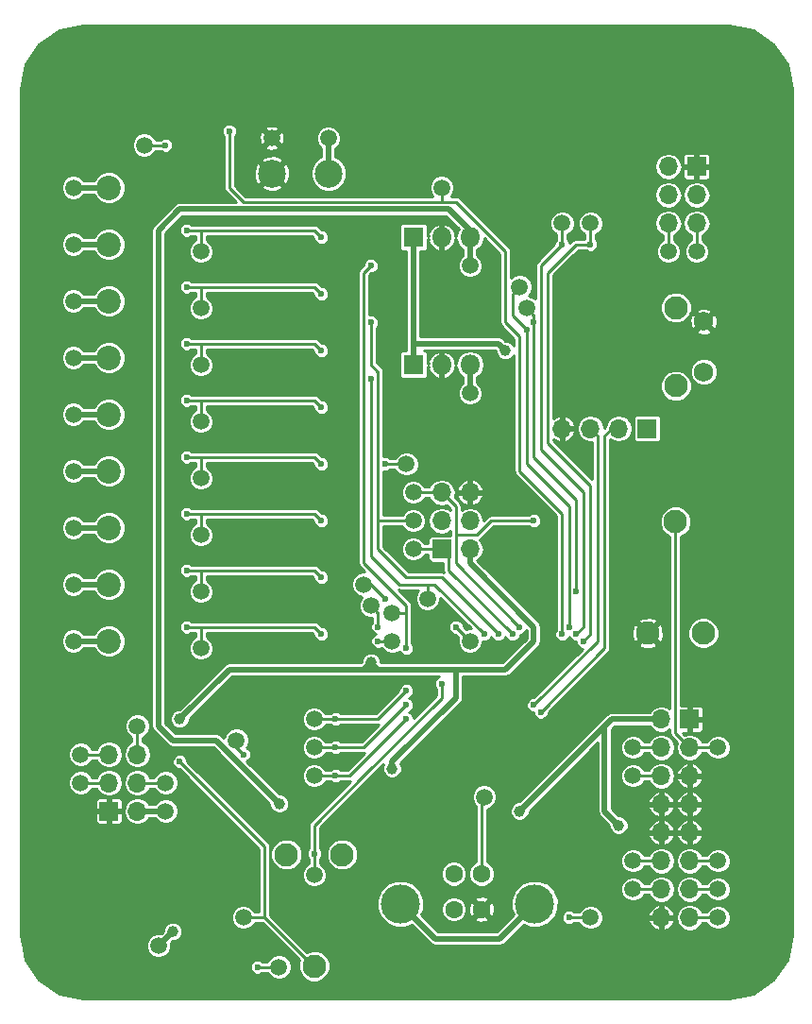
<source format=gtl>
G04 #@! TF.FileFunction,Copper,L1,Top,Signal*
%FSLAX46Y46*%
G04 Gerber Fmt 4.6, Leading zero omitted, Abs format (unit mm)*
G04 Created by KiCad (PCBNEW 4.0.7) date Tue Jan 30 12:06:56 2018*
%MOMM*%
%LPD*%
G01*
G04 APERTURE LIST*
%ADD10C,0.100000*%
%ADD11R,1.700000X1.700000*%
%ADD12O,1.700000X1.700000*%
%ADD13C,2.100000*%
%ADD14C,1.750000*%
%ADD15C,1.500000*%
%ADD16R,1.800000X1.800000*%
%ADD17O,1.800000X1.800000*%
%ADD18C,8.600000*%
%ADD19C,2.500000*%
%ADD20C,2.200000*%
%ADD21C,3.500000*%
%ADD22C,1.600000*%
%ADD23C,1.000000*%
%ADD24C,0.600000*%
%ADD25C,0.500000*%
%ADD26C,0.250000*%
G04 APERTURE END LIST*
D10*
D11*
X152400000Y-82550000D03*
D12*
X149860000Y-82550000D03*
X152400000Y-85090000D03*
X149860000Y-85090000D03*
X152400000Y-87630000D03*
X149860000Y-87630000D03*
X152400000Y-90170000D03*
X149860000Y-90170000D03*
X152400000Y-92710000D03*
X149860000Y-92710000D03*
X152400000Y-95250000D03*
X149860000Y-95250000D03*
X152400000Y-97790000D03*
X149860000Y-97790000D03*
X152400000Y-100330000D03*
X149860000Y-100330000D03*
D11*
X100330000Y-90805000D03*
D12*
X102870000Y-90805000D03*
X100330000Y-88265000D03*
X102870000Y-88265000D03*
X100330000Y-85725000D03*
X102870000Y-85725000D03*
D11*
X153035000Y-33020000D03*
D12*
X150495000Y-33020000D03*
X153035000Y-35560000D03*
X150495000Y-35560000D03*
X153035000Y-38100000D03*
X150495000Y-38100000D03*
D11*
X130175000Y-67310000D03*
D12*
X132715000Y-67310000D03*
X130175000Y-64770000D03*
X132715000Y-64770000D03*
X130175000Y-62230000D03*
X132715000Y-62230000D03*
D11*
X148590000Y-56515000D03*
D12*
X146050000Y-56515000D03*
X143510000Y-56515000D03*
X140970000Y-56515000D03*
D13*
X151180000Y-45675000D03*
D14*
X153670000Y-46935000D03*
X153670000Y-51435000D03*
D13*
X151180000Y-52685000D03*
D15*
X127635000Y-67310000D03*
X127635000Y-62230000D03*
X133985000Y-89535000D03*
X143510000Y-100330000D03*
X120015000Y-30480000D03*
X114935000Y-30480000D03*
X132715000Y-53340000D03*
X132715000Y-41910000D03*
X105410000Y-88265000D03*
X97790000Y-88265000D03*
X112395000Y-100330000D03*
X111760000Y-84455000D03*
X118745000Y-87630000D03*
X125730000Y-73025000D03*
X125730000Y-75565000D03*
X123825000Y-72390000D03*
X123190000Y-70485000D03*
X130175000Y-34925000D03*
X108585000Y-40640000D03*
X108585000Y-76200000D03*
X108585000Y-71120000D03*
X108585000Y-66040000D03*
X103505000Y-31115000D03*
X97155000Y-40005000D03*
X97155000Y-75565000D03*
X97155000Y-70485000D03*
X97155000Y-65405000D03*
X97155000Y-34925000D03*
X132715000Y-75565000D03*
X127000000Y-59690000D03*
X128905000Y-71755000D03*
X127635000Y-64770000D03*
X118745000Y-96520000D03*
X108585000Y-60960000D03*
X108585000Y-55880000D03*
X108585000Y-50800000D03*
X108585000Y-45720000D03*
X115570000Y-104775000D03*
X97155000Y-60325000D03*
X97155000Y-55245000D03*
X97155000Y-50165000D03*
X97155000Y-45085000D03*
X105410000Y-90805000D03*
X104775000Y-102870000D03*
X97790000Y-85725000D03*
X102870000Y-83185000D03*
X118745000Y-82550000D03*
X118745000Y-85090000D03*
X153035000Y-40640000D03*
X150495000Y-40640000D03*
X137795000Y-45720000D03*
X137160000Y-43815000D03*
X140970000Y-38100000D03*
X143510000Y-38100000D03*
X147320000Y-85090000D03*
X147320000Y-87630000D03*
X154940000Y-85090000D03*
X154940000Y-100330000D03*
X154940000Y-95250000D03*
X147320000Y-95250000D03*
X154940000Y-97790000D03*
X147320000Y-97790000D03*
D16*
X127635000Y-50800000D03*
D17*
X130175000Y-50800000D03*
X132715000Y-50800000D03*
D16*
X127635000Y-39370000D03*
D17*
X130175000Y-39370000D03*
X132715000Y-39370000D03*
D18*
X98000000Y-26000000D03*
X156000000Y-59000000D03*
X98000000Y-102000000D03*
D19*
X120015000Y-33655000D03*
X114935000Y-33655000D03*
D20*
X100330000Y-34925000D03*
X100330000Y-40005000D03*
X100330000Y-45085000D03*
X100330000Y-50165000D03*
X100330000Y-55245000D03*
X100330000Y-60325000D03*
X100330000Y-65405000D03*
X100330000Y-70485000D03*
X100330000Y-75565000D03*
D13*
X153630000Y-74850000D03*
X151130000Y-64850000D03*
X148630000Y-74850000D03*
X116245000Y-94695000D03*
X118745000Y-104695000D03*
X121245000Y-94695000D03*
D21*
X138520000Y-99100000D03*
D22*
X133750000Y-99600000D03*
X131250000Y-99600000D03*
X131250000Y-96400000D03*
X133750000Y-96400000D03*
D21*
X126480000Y-99100000D03*
D23*
X125730000Y-86995000D03*
X123825000Y-77470000D03*
X106680000Y-82550000D03*
X146050000Y-92075000D03*
X137160000Y-90805000D03*
D24*
X121920000Y-38100000D03*
X120015000Y-38100000D03*
X137160000Y-93980000D03*
D23*
X115610000Y-90130000D03*
D24*
X141605000Y-100330000D03*
X127000000Y-80010000D03*
X120650000Y-82550000D03*
X120650000Y-85090000D03*
X127000000Y-81280000D03*
X138430000Y-46990000D03*
X142240000Y-71120000D03*
X137795000Y-47625000D03*
X141605000Y-74295000D03*
D23*
X135890000Y-49530000D03*
D24*
X136525000Y-74930000D03*
X138430000Y-64770000D03*
X137160000Y-74295000D03*
X139065000Y-81915000D03*
X138430000Y-81280000D03*
X119380000Y-74930000D03*
X107315000Y-74295000D03*
X119380000Y-69850000D03*
X107315000Y-69215000D03*
X119380000Y-64770000D03*
X107315000Y-64135000D03*
X119380000Y-59690000D03*
X107315000Y-59055000D03*
X119380000Y-54610000D03*
X107315000Y-53975000D03*
X119380000Y-49530000D03*
X107315000Y-48895000D03*
X119380000Y-44450000D03*
X107315000Y-43815000D03*
X107315000Y-38735000D03*
X119380000Y-39370000D03*
X105410000Y-31115000D03*
X113665000Y-104775000D03*
D23*
X106045000Y-101600000D03*
D24*
X124460000Y-75565000D03*
X124460000Y-74295000D03*
X125095000Y-71755000D03*
X131445000Y-74295000D03*
X125095000Y-59690000D03*
X123825000Y-52070000D03*
X133985000Y-74930000D03*
X123825000Y-46990000D03*
X135255000Y-74930000D03*
X123825000Y-41910000D03*
X127000000Y-76200000D03*
X111125000Y-29845000D03*
X140970000Y-74930000D03*
X130175000Y-79375000D03*
X118745000Y-94615000D03*
X120650000Y-87630000D03*
X127000000Y-82550000D03*
X112395000Y-85725000D03*
X142240000Y-74930000D03*
X140970000Y-40005000D03*
X142875000Y-75565000D03*
X143510000Y-40005000D03*
X106680000Y-86360000D03*
D25*
X132715000Y-50800000D02*
X132715000Y-53340000D01*
X131445000Y-80645000D02*
X131445000Y-78105000D01*
X125730000Y-86995000D02*
X125730000Y-86360000D01*
X125730000Y-86360000D02*
X131445000Y-80645000D01*
X123190000Y-78105000D02*
X123825000Y-77470000D01*
X123825000Y-77470000D02*
X124460000Y-78105000D01*
X134620000Y-78105000D02*
X131445000Y-78105000D01*
X134620000Y-78105000D02*
X135890000Y-78105000D01*
X135890000Y-78105000D02*
X138430000Y-75565000D01*
X132715000Y-68580000D02*
X132715000Y-67310000D01*
X138430000Y-74295000D02*
X138430000Y-75565000D01*
X132715000Y-68580000D02*
X138430000Y-74295000D01*
X131445000Y-78105000D02*
X124460000Y-78105000D01*
X124460000Y-78105000D02*
X123190000Y-78105000D01*
X123190000Y-78105000D02*
X111125000Y-78105000D01*
X111125000Y-78105000D02*
X106680000Y-82550000D01*
X146050000Y-92075000D02*
X144780000Y-90805000D01*
X144780000Y-90805000D02*
X144780000Y-83185000D01*
X137160000Y-90805000D02*
X144780000Y-83185000D01*
X144780000Y-83185000D02*
X145415000Y-82550000D01*
X145415000Y-82550000D02*
X146050000Y-82550000D01*
X146050000Y-82550000D02*
X149860000Y-82550000D01*
D26*
X121920000Y-38100000D02*
X120015000Y-38100000D01*
X133750000Y-99600000D02*
X137160000Y-96190000D01*
X137160000Y-96190000D02*
X137160000Y-93980000D01*
D25*
X132715000Y-39370000D02*
X132715000Y-41910000D01*
X132715000Y-38735000D02*
X130810000Y-36830000D01*
X109935000Y-84455000D02*
X115610000Y-90130000D01*
X106045000Y-84455000D02*
X109935000Y-84455000D01*
X104775000Y-83185000D02*
X106045000Y-84455000D01*
X104775000Y-38735000D02*
X104775000Y-83185000D01*
X106680000Y-36830000D02*
X104775000Y-38735000D01*
X130810000Y-36830000D02*
X106680000Y-36830000D01*
X115610000Y-90130000D02*
X115570000Y-90170000D01*
X126480000Y-99100000D02*
X129615000Y-102235000D01*
X135385000Y-102235000D02*
X138520000Y-99100000D01*
X129615000Y-102235000D02*
X135385000Y-102235000D01*
D26*
X143510000Y-100330000D02*
X141605000Y-100330000D01*
X124460000Y-82550000D02*
X120650000Y-82550000D01*
X127000000Y-80010000D02*
X124460000Y-82550000D01*
X118745000Y-82550000D02*
X120650000Y-82550000D01*
X118745000Y-85090000D02*
X120650000Y-85090000D01*
X120650000Y-85090000D02*
X123190000Y-85090000D01*
X123190000Y-85090000D02*
X127000000Y-81280000D01*
X138430000Y-46990000D02*
X138430000Y-46355000D01*
X138430000Y-46355000D02*
X137795000Y-45720000D01*
X138430000Y-59055000D02*
X138430000Y-46990000D01*
X142240000Y-62865000D02*
X138430000Y-59055000D01*
X142240000Y-71120000D02*
X142240000Y-62865000D01*
X137160000Y-43815000D02*
X136525000Y-44450000D01*
X136525000Y-44450000D02*
X136525000Y-46355000D01*
X136525000Y-46355000D02*
X137795000Y-47625000D01*
X141605000Y-74295000D02*
X141605000Y-72390000D01*
X141605000Y-72390000D02*
X141605000Y-72390000D01*
X141605000Y-72390000D02*
X141605000Y-63500000D01*
X141605000Y-63500000D02*
X137795000Y-59690000D01*
X137795000Y-59690000D02*
X137795000Y-48895000D01*
X137795000Y-48895000D02*
X137795000Y-47625000D01*
D25*
X105410000Y-90805000D02*
X102870000Y-90805000D01*
D26*
X97790000Y-88265000D02*
X100330000Y-88265000D01*
X105410000Y-88265000D02*
X102870000Y-88265000D01*
X97790000Y-85725000D02*
X100330000Y-85725000D01*
X102870000Y-85725000D02*
X102870000Y-83185000D01*
D25*
X97155000Y-34925000D02*
X100330000Y-34925000D01*
X97155000Y-40005000D02*
X100330000Y-40005000D01*
X97155000Y-45085000D02*
X100330000Y-45085000D01*
X97155000Y-50165000D02*
X100330000Y-50165000D01*
X97155000Y-55245000D02*
X100330000Y-55245000D01*
X97155000Y-60325000D02*
X100330000Y-60325000D01*
X97155000Y-65405000D02*
X100330000Y-65405000D01*
X97155000Y-70485000D02*
X100330000Y-70485000D01*
X97155000Y-75565000D02*
X100330000Y-75565000D01*
D26*
X133750000Y-96400000D02*
X133750000Y-89770000D01*
X133750000Y-89770000D02*
X133985000Y-89535000D01*
X151130000Y-64850000D02*
X151130000Y-83820000D01*
X151130000Y-83820000D02*
X152400000Y-85090000D01*
X154940000Y-85090000D02*
X152400000Y-85090000D01*
X147320000Y-85090000D02*
X149860000Y-85090000D01*
X147320000Y-87630000D02*
X149860000Y-87630000D01*
X154940000Y-95250000D02*
X152400000Y-95250000D01*
X147320000Y-95250000D02*
X149860000Y-95250000D01*
X154940000Y-97790000D02*
X152400000Y-97790000D01*
X147320000Y-97790000D02*
X149860000Y-97790000D01*
X154940000Y-100330000D02*
X152400000Y-100330000D01*
X153035000Y-38100000D02*
X153035000Y-40640000D01*
X150495000Y-38100000D02*
X150495000Y-40640000D01*
D25*
X127635000Y-48895000D02*
X135255000Y-48895000D01*
X135255000Y-48895000D02*
X135890000Y-49530000D01*
X120015000Y-30480000D02*
X120015000Y-33655000D01*
X127635000Y-39370000D02*
X127635000Y-48895000D01*
X127635000Y-48895000D02*
X127635000Y-50800000D01*
D26*
X127635000Y-67310000D02*
X130175000Y-67310000D01*
X130810000Y-69215000D02*
X130810000Y-67945000D01*
X136525000Y-74930000D02*
X130810000Y-69215000D01*
X130810000Y-67945000D02*
X130175000Y-67310000D01*
X131445000Y-66040000D02*
X133350000Y-66040000D01*
X134620000Y-64770000D02*
X138430000Y-64770000D01*
X133350000Y-66040000D02*
X134620000Y-64770000D01*
X130175000Y-62230000D02*
X131445000Y-63500000D01*
X127635000Y-62230000D02*
X130175000Y-62230000D01*
X131445000Y-68580000D02*
X131445000Y-66040000D01*
X137160000Y-74295000D02*
X131445000Y-68580000D01*
X131445000Y-66040000D02*
X131445000Y-63500000D01*
X144780000Y-57150000D02*
X145415000Y-56515000D01*
X144780000Y-76200000D02*
X144780000Y-57150000D01*
X139065000Y-81915000D02*
X144780000Y-76200000D01*
X145415000Y-56515000D02*
X146050000Y-56515000D01*
X145415000Y-56515000D02*
X146050000Y-56515000D01*
X144145000Y-75565000D02*
X144145000Y-57150000D01*
X138430000Y-81280000D02*
X144145000Y-75565000D01*
X144145000Y-57150000D02*
X143510000Y-56515000D01*
X143510000Y-56515000D02*
X143510000Y-56515000D01*
X108585000Y-76200000D02*
X108585000Y-74295000D01*
X118745000Y-74295000D02*
X119380000Y-74930000D01*
X107315000Y-74295000D02*
X108585000Y-74295000D01*
X108585000Y-74295000D02*
X118745000Y-74295000D01*
X108585000Y-71120000D02*
X108585000Y-69215000D01*
X118745000Y-69215000D02*
X119380000Y-69850000D01*
X107315000Y-69215000D02*
X108585000Y-69215000D01*
X108585000Y-69215000D02*
X118745000Y-69215000D01*
X108585000Y-66040000D02*
X108585000Y-64135000D01*
X118745000Y-64135000D02*
X119380000Y-64770000D01*
X107315000Y-64135000D02*
X108585000Y-64135000D01*
X108585000Y-64135000D02*
X118745000Y-64135000D01*
X108585000Y-60960000D02*
X108585000Y-59055000D01*
X118745000Y-59055000D02*
X119380000Y-59690000D01*
X107315000Y-59055000D02*
X108585000Y-59055000D01*
X108585000Y-59055000D02*
X118745000Y-59055000D01*
X108585000Y-55880000D02*
X108585000Y-53975000D01*
X118745000Y-53975000D02*
X119380000Y-54610000D01*
X107315000Y-53975000D02*
X108585000Y-53975000D01*
X108585000Y-53975000D02*
X118745000Y-53975000D01*
X108585000Y-50800000D02*
X108585000Y-48895000D01*
X118745000Y-48895000D02*
X119380000Y-49530000D01*
X107315000Y-48895000D02*
X108585000Y-48895000D01*
X108585000Y-48895000D02*
X118745000Y-48895000D01*
X108585000Y-45720000D02*
X108585000Y-43815000D01*
X118745000Y-43815000D02*
X119380000Y-44450000D01*
X107315000Y-43815000D02*
X108585000Y-43815000D01*
X108585000Y-43815000D02*
X118745000Y-43815000D01*
X108585000Y-40640000D02*
X108585000Y-38735000D01*
X107315000Y-38735000D02*
X108585000Y-38735000D01*
X108585000Y-38735000D02*
X118745000Y-38735000D01*
X118745000Y-38735000D02*
X119380000Y-39370000D01*
X105410000Y-31115000D02*
X103505000Y-31115000D01*
X115570000Y-104775000D02*
X113665000Y-104775000D01*
D25*
X104775000Y-102870000D02*
X106045000Y-101600000D01*
D26*
X125730000Y-75565000D02*
X124460000Y-75565000D01*
X124460000Y-74295000D02*
X124460000Y-73025000D01*
X124460000Y-73025000D02*
X123825000Y-72390000D01*
X123825000Y-70485000D02*
X125095000Y-71755000D01*
X123825000Y-70485000D02*
X123190000Y-70485000D01*
X132715000Y-75565000D02*
X131445000Y-74295000D01*
X125095000Y-59690000D02*
X127000000Y-59690000D01*
X128905000Y-71755000D02*
X128905000Y-70485000D01*
X123825000Y-67945000D02*
X123825000Y-52070000D01*
X126365000Y-70485000D02*
X123825000Y-67945000D01*
X129540000Y-70485000D02*
X128905000Y-70485000D01*
X128905000Y-70485000D02*
X126365000Y-70485000D01*
X133985000Y-74930000D02*
X129540000Y-70485000D01*
X127635000Y-64770000D02*
X124460000Y-64770000D01*
X124460000Y-51435000D02*
X123825000Y-50800000D01*
X130175000Y-69850000D02*
X127000000Y-69850000D01*
X127000000Y-69850000D02*
X124460000Y-67310000D01*
X124460000Y-67310000D02*
X124460000Y-64770000D01*
X124460000Y-64770000D02*
X124460000Y-51435000D01*
X135255000Y-74930000D02*
X130175000Y-69850000D01*
X123825000Y-50800000D02*
X123825000Y-46990000D01*
X125730000Y-73025000D02*
X127000000Y-73025000D01*
X123190000Y-68580000D02*
X127000000Y-72390000D01*
X123190000Y-68580000D02*
X123190000Y-42545000D01*
X123190000Y-42545000D02*
X123825000Y-41910000D01*
X127000000Y-72390000D02*
X127000000Y-73025000D01*
X127000000Y-73025000D02*
X127000000Y-76200000D01*
X130175000Y-34925000D02*
X130175000Y-36195000D01*
X111125000Y-34925000D02*
X111125000Y-29845000D01*
X112395000Y-36195000D02*
X111125000Y-34925000D01*
X131445000Y-36195000D02*
X130175000Y-36195000D01*
X130175000Y-36195000D02*
X112395000Y-36195000D01*
X135890000Y-40640000D02*
X131445000Y-36195000D01*
X135890000Y-46990000D02*
X135890000Y-40640000D01*
X137160000Y-48260000D02*
X135890000Y-46990000D01*
X137160000Y-60325000D02*
X137160000Y-48260000D01*
X140970000Y-64135000D02*
X137160000Y-60325000D01*
X140970000Y-74930000D02*
X140970000Y-64135000D01*
X118745000Y-96520000D02*
X118745000Y-94615000D01*
X123190000Y-87630000D02*
X118745000Y-92075000D01*
X130175000Y-79375000D02*
X130175000Y-80645000D01*
X130175000Y-80645000D02*
X123190000Y-87630000D01*
X118745000Y-92075000D02*
X118745000Y-94615000D01*
X118745000Y-87630000D02*
X120650000Y-87630000D01*
X127000000Y-82550000D02*
X121920000Y-87630000D01*
X121920000Y-87630000D02*
X120650000Y-87630000D01*
X111760000Y-85090000D02*
X112395000Y-85725000D01*
X111760000Y-85090000D02*
X111760000Y-84455000D01*
X140970000Y-40005000D02*
X140970000Y-38100000D01*
X142240000Y-74930000D02*
X142875000Y-74295000D01*
X142875000Y-74295000D02*
X142875000Y-62230000D01*
X139065000Y-41910000D02*
X140970000Y-40005000D01*
X139065000Y-58420000D02*
X139065000Y-41910000D01*
X142875000Y-62230000D02*
X139065000Y-58420000D01*
X140970000Y-40005000D02*
X140970000Y-40005000D01*
X143510000Y-40005000D02*
X143510000Y-38100000D01*
X143510000Y-61595000D02*
X143510000Y-74930000D01*
X143510000Y-61595000D02*
X139700000Y-57785000D01*
X139700000Y-57785000D02*
X139700000Y-42545000D01*
X141605000Y-40640000D02*
X139700000Y-42545000D01*
X143510000Y-74930000D02*
X142875000Y-75565000D01*
X142240000Y-40005000D02*
X143510000Y-40005000D01*
X141605000Y-40640000D02*
X142240000Y-40005000D01*
X141605000Y-40640000D02*
X141605000Y-40640000D01*
X142875000Y-75565000D02*
X142875000Y-75565000D01*
X112395000Y-100330000D02*
X114300000Y-100330000D01*
X106680000Y-86360000D02*
X114300000Y-93980000D01*
X114300000Y-100330000D02*
X118745000Y-104775000D01*
X118745000Y-104695000D02*
X118745000Y-104775000D01*
X114300000Y-93980000D02*
X114300000Y-100330000D01*
G36*
X158130275Y-20857065D02*
X159936233Y-22063767D01*
X161142935Y-23869725D01*
X161575000Y-26041860D01*
X161575000Y-101958140D01*
X161142935Y-104130275D01*
X159936233Y-105936233D01*
X158130275Y-107142935D01*
X155958140Y-107575000D01*
X98041860Y-107575000D01*
X95869725Y-107142935D01*
X94063767Y-105936233D01*
X93377177Y-104908677D01*
X112989883Y-104908677D01*
X113092429Y-105156857D01*
X113282144Y-105346903D01*
X113530145Y-105449883D01*
X113798677Y-105450117D01*
X114046857Y-105347571D01*
X114119555Y-105275000D01*
X114559344Y-105275000D01*
X114615715Y-105411429D01*
X114931907Y-105728172D01*
X115345242Y-105899804D01*
X115792795Y-105900195D01*
X116206429Y-105729285D01*
X116523172Y-105413093D01*
X116694804Y-104999758D01*
X116695195Y-104552205D01*
X116524285Y-104138571D01*
X116208093Y-103821828D01*
X115794758Y-103650196D01*
X115347205Y-103649805D01*
X114933571Y-103820715D01*
X114616828Y-104136907D01*
X114559487Y-104275000D01*
X114119634Y-104275000D01*
X114047856Y-104203097D01*
X113799855Y-104100117D01*
X113531323Y-104099883D01*
X113283143Y-104202429D01*
X113093097Y-104392144D01*
X112990117Y-104640145D01*
X112989883Y-104908677D01*
X93377177Y-104908677D01*
X92857065Y-104130275D01*
X92650698Y-103092795D01*
X103649805Y-103092795D01*
X103820715Y-103506429D01*
X104136907Y-103823172D01*
X104550242Y-103994804D01*
X104997795Y-103995195D01*
X105411429Y-103824285D01*
X105728172Y-103508093D01*
X105899804Y-103094758D01*
X105900195Y-102647205D01*
X105894781Y-102634103D01*
X106053876Y-102475008D01*
X106218285Y-102475151D01*
X106540000Y-102342221D01*
X106786356Y-102096295D01*
X106919848Y-101774812D01*
X106920151Y-101426715D01*
X106787221Y-101105000D01*
X106541295Y-100858644D01*
X106219812Y-100725152D01*
X105871715Y-100724849D01*
X105550000Y-100857779D01*
X105303644Y-101103705D01*
X105170152Y-101425188D01*
X105170008Y-101591108D01*
X105011178Y-101749938D01*
X104999758Y-101745196D01*
X104552205Y-101744805D01*
X104138571Y-101915715D01*
X103821828Y-102231907D01*
X103650196Y-102645242D01*
X103649805Y-103092795D01*
X92650698Y-103092795D01*
X92425000Y-101958140D01*
X92425000Y-91023750D01*
X99105000Y-91023750D01*
X99105000Y-91729592D01*
X99162090Y-91867421D01*
X99267580Y-91972910D01*
X99405408Y-92030000D01*
X100111250Y-92030000D01*
X100205000Y-91936250D01*
X100205000Y-90930000D01*
X100455000Y-90930000D01*
X100455000Y-91936250D01*
X100548750Y-92030000D01*
X101254592Y-92030000D01*
X101392420Y-91972910D01*
X101497910Y-91867421D01*
X101555000Y-91729592D01*
X101555000Y-91023750D01*
X101461250Y-90930000D01*
X100455000Y-90930000D01*
X100205000Y-90930000D01*
X99198750Y-90930000D01*
X99105000Y-91023750D01*
X92425000Y-91023750D01*
X92425000Y-90805000D01*
X101621001Y-90805000D01*
X101714249Y-91273787D01*
X101979795Y-91671206D01*
X102377214Y-91936752D01*
X102846001Y-92030000D01*
X102893999Y-92030000D01*
X103362786Y-91936752D01*
X103760205Y-91671206D01*
X103921373Y-91430000D01*
X104450993Y-91430000D01*
X104455715Y-91441429D01*
X104771907Y-91758172D01*
X105185242Y-91929804D01*
X105632795Y-91930195D01*
X106046429Y-91759285D01*
X106363172Y-91443093D01*
X106534804Y-91029758D01*
X106535195Y-90582205D01*
X106364285Y-90168571D01*
X106048093Y-89851828D01*
X105634758Y-89680196D01*
X105187205Y-89679805D01*
X104773571Y-89850715D01*
X104456828Y-90166907D01*
X104451391Y-90180000D01*
X103921373Y-90180000D01*
X103760205Y-89938794D01*
X103362786Y-89673248D01*
X102893999Y-89580000D01*
X102846001Y-89580000D01*
X102377214Y-89673248D01*
X101979795Y-89938794D01*
X101714249Y-90336213D01*
X101621001Y-90805000D01*
X92425000Y-90805000D01*
X92425000Y-89880408D01*
X99105000Y-89880408D01*
X99105000Y-90586250D01*
X99198750Y-90680000D01*
X100205000Y-90680000D01*
X100205000Y-89673750D01*
X100455000Y-89673750D01*
X100455000Y-90680000D01*
X101461250Y-90680000D01*
X101555000Y-90586250D01*
X101555000Y-89880408D01*
X101497910Y-89742579D01*
X101392420Y-89637090D01*
X101254592Y-89580000D01*
X100548750Y-89580000D01*
X100455000Y-89673750D01*
X100205000Y-89673750D01*
X100111250Y-89580000D01*
X99405408Y-89580000D01*
X99267580Y-89637090D01*
X99162090Y-89742579D01*
X99105000Y-89880408D01*
X92425000Y-89880408D01*
X92425000Y-88487795D01*
X96664805Y-88487795D01*
X96835715Y-88901429D01*
X97151907Y-89218172D01*
X97565242Y-89389804D01*
X98012795Y-89390195D01*
X98426429Y-89219285D01*
X98743172Y-88903093D01*
X98800513Y-88765000D01*
X99195105Y-88765000D01*
X99439795Y-89131206D01*
X99837214Y-89396752D01*
X100306001Y-89490000D01*
X100353999Y-89490000D01*
X100822786Y-89396752D01*
X101220205Y-89131206D01*
X101485751Y-88733787D01*
X101578999Y-88265000D01*
X101621001Y-88265000D01*
X101714249Y-88733787D01*
X101979795Y-89131206D01*
X102377214Y-89396752D01*
X102846001Y-89490000D01*
X102893999Y-89490000D01*
X103362786Y-89396752D01*
X103760205Y-89131206D01*
X104004895Y-88765000D01*
X104399344Y-88765000D01*
X104455715Y-88901429D01*
X104771907Y-89218172D01*
X105185242Y-89389804D01*
X105632795Y-89390195D01*
X106046429Y-89219285D01*
X106363172Y-88903093D01*
X106534804Y-88489758D01*
X106535195Y-88042205D01*
X106364285Y-87628571D01*
X106048093Y-87311828D01*
X105634758Y-87140196D01*
X105187205Y-87139805D01*
X104773571Y-87310715D01*
X104456828Y-87626907D01*
X104399487Y-87765000D01*
X104004895Y-87765000D01*
X103760205Y-87398794D01*
X103362786Y-87133248D01*
X102893999Y-87040000D01*
X102846001Y-87040000D01*
X102377214Y-87133248D01*
X101979795Y-87398794D01*
X101714249Y-87796213D01*
X101621001Y-88265000D01*
X101578999Y-88265000D01*
X101485751Y-87796213D01*
X101220205Y-87398794D01*
X100822786Y-87133248D01*
X100353999Y-87040000D01*
X100306001Y-87040000D01*
X99837214Y-87133248D01*
X99439795Y-87398794D01*
X99195105Y-87765000D01*
X98800656Y-87765000D01*
X98744285Y-87628571D01*
X98428093Y-87311828D01*
X98014758Y-87140196D01*
X97567205Y-87139805D01*
X97153571Y-87310715D01*
X96836828Y-87626907D01*
X96665196Y-88040242D01*
X96664805Y-88487795D01*
X92425000Y-88487795D01*
X92425000Y-85947795D01*
X96664805Y-85947795D01*
X96835715Y-86361429D01*
X97151907Y-86678172D01*
X97565242Y-86849804D01*
X98012795Y-86850195D01*
X98426429Y-86679285D01*
X98743172Y-86363093D01*
X98800513Y-86225000D01*
X99195105Y-86225000D01*
X99439795Y-86591206D01*
X99837214Y-86856752D01*
X100306001Y-86950000D01*
X100353999Y-86950000D01*
X100822786Y-86856752D01*
X101220205Y-86591206D01*
X101485751Y-86193787D01*
X101578999Y-85725000D01*
X101621001Y-85725000D01*
X101714249Y-86193787D01*
X101979795Y-86591206D01*
X102377214Y-86856752D01*
X102846001Y-86950000D01*
X102893999Y-86950000D01*
X103362786Y-86856752D01*
X103760205Y-86591206D01*
X103825371Y-86493677D01*
X106004883Y-86493677D01*
X106107429Y-86741857D01*
X106297144Y-86931903D01*
X106545145Y-87034883D01*
X106647866Y-87034973D01*
X113800000Y-94187107D01*
X113800000Y-99830000D01*
X113405656Y-99830000D01*
X113349285Y-99693571D01*
X113033093Y-99376828D01*
X112619758Y-99205196D01*
X112172205Y-99204805D01*
X111758571Y-99375715D01*
X111441828Y-99691907D01*
X111270196Y-100105242D01*
X111269805Y-100552795D01*
X111440715Y-100966429D01*
X111756907Y-101283172D01*
X112170242Y-101454804D01*
X112617795Y-101455195D01*
X113031429Y-101284285D01*
X113348172Y-100968093D01*
X113405513Y-100830000D01*
X114092894Y-100830000D01*
X117423806Y-104160913D01*
X117320248Y-104410307D01*
X117319754Y-104977206D01*
X117536240Y-105501143D01*
X117936749Y-105902351D01*
X118460307Y-106119752D01*
X119027206Y-106120246D01*
X119551143Y-105903760D01*
X119952351Y-105503251D01*
X120169752Y-104979693D01*
X120170246Y-104412794D01*
X119953760Y-103888857D01*
X119553251Y-103487649D01*
X119029693Y-103270248D01*
X118462794Y-103269754D01*
X118097710Y-103420603D01*
X114800000Y-100122894D01*
X114800000Y-99520834D01*
X124354632Y-99520834D01*
X124677462Y-100302143D01*
X125274713Y-100900437D01*
X126055457Y-101224630D01*
X126900834Y-101225368D01*
X127481541Y-100985425D01*
X129173056Y-102676939D01*
X129173058Y-102676942D01*
X129375823Y-102812425D01*
X129615000Y-102860001D01*
X129615005Y-102860000D01*
X135385000Y-102860000D01*
X135624177Y-102812425D01*
X135826942Y-102676942D01*
X137518731Y-100985153D01*
X138095457Y-101224630D01*
X138940834Y-101225368D01*
X139722143Y-100902538D01*
X140161770Y-100463677D01*
X140929883Y-100463677D01*
X141032429Y-100711857D01*
X141222144Y-100901903D01*
X141470145Y-101004883D01*
X141738677Y-101005117D01*
X141986857Y-100902571D01*
X142059555Y-100830000D01*
X142499344Y-100830000D01*
X142555715Y-100966429D01*
X142871907Y-101283172D01*
X143285242Y-101454804D01*
X143732795Y-101455195D01*
X144146429Y-101284285D01*
X144463172Y-100968093D01*
X144597708Y-100644093D01*
X148675951Y-100644093D01*
X148800645Y-100945157D01*
X149116694Y-101303729D01*
X149545905Y-101514059D01*
X149735000Y-101454867D01*
X149735000Y-100455000D01*
X149985000Y-100455000D01*
X149985000Y-101454867D01*
X150174095Y-101514059D01*
X150603306Y-101303729D01*
X150919355Y-100945157D01*
X151044049Y-100644093D01*
X150984323Y-100455000D01*
X149985000Y-100455000D01*
X149735000Y-100455000D01*
X148735677Y-100455000D01*
X148675951Y-100644093D01*
X144597708Y-100644093D01*
X144634804Y-100554758D01*
X144635000Y-100330000D01*
X151151001Y-100330000D01*
X151244249Y-100798787D01*
X151509795Y-101196206D01*
X151907214Y-101461752D01*
X152376001Y-101555000D01*
X152423999Y-101555000D01*
X152892786Y-101461752D01*
X153290205Y-101196206D01*
X153534895Y-100830000D01*
X153929344Y-100830000D01*
X153985715Y-100966429D01*
X154301907Y-101283172D01*
X154715242Y-101454804D01*
X155162795Y-101455195D01*
X155576429Y-101284285D01*
X155893172Y-100968093D01*
X156064804Y-100554758D01*
X156065195Y-100107205D01*
X155894285Y-99693571D01*
X155578093Y-99376828D01*
X155164758Y-99205196D01*
X154717205Y-99204805D01*
X154303571Y-99375715D01*
X153986828Y-99691907D01*
X153929487Y-99830000D01*
X153534895Y-99830000D01*
X153290205Y-99463794D01*
X152892786Y-99198248D01*
X152423999Y-99105000D01*
X152376001Y-99105000D01*
X151907214Y-99198248D01*
X151509795Y-99463794D01*
X151244249Y-99861213D01*
X151151001Y-100330000D01*
X144635000Y-100330000D01*
X144635195Y-100107205D01*
X144597472Y-100015907D01*
X148675951Y-100015907D01*
X148735677Y-100205000D01*
X149735000Y-100205000D01*
X149735000Y-99205133D01*
X149985000Y-99205133D01*
X149985000Y-100205000D01*
X150984323Y-100205000D01*
X151044049Y-100015907D01*
X150919355Y-99714843D01*
X150603306Y-99356271D01*
X150174095Y-99145941D01*
X149985000Y-99205133D01*
X149735000Y-99205133D01*
X149545905Y-99145941D01*
X149116694Y-99356271D01*
X148800645Y-99714843D01*
X148675951Y-100015907D01*
X144597472Y-100015907D01*
X144464285Y-99693571D01*
X144148093Y-99376828D01*
X143734758Y-99205196D01*
X143287205Y-99204805D01*
X142873571Y-99375715D01*
X142556828Y-99691907D01*
X142499487Y-99830000D01*
X142059634Y-99830000D01*
X141987856Y-99758097D01*
X141739855Y-99655117D01*
X141471323Y-99654883D01*
X141223143Y-99757429D01*
X141033097Y-99947144D01*
X140930117Y-100195145D01*
X140929883Y-100463677D01*
X140161770Y-100463677D01*
X140320437Y-100305287D01*
X140644630Y-99524543D01*
X140645368Y-98679166D01*
X140370030Y-98012795D01*
X146194805Y-98012795D01*
X146365715Y-98426429D01*
X146681907Y-98743172D01*
X147095242Y-98914804D01*
X147542795Y-98915195D01*
X147956429Y-98744285D01*
X148273172Y-98428093D01*
X148330513Y-98290000D01*
X148725105Y-98290000D01*
X148969795Y-98656206D01*
X149367214Y-98921752D01*
X149836001Y-99015000D01*
X149883999Y-99015000D01*
X150352786Y-98921752D01*
X150750205Y-98656206D01*
X151015751Y-98258787D01*
X151108999Y-97790000D01*
X151151001Y-97790000D01*
X151244249Y-98258787D01*
X151509795Y-98656206D01*
X151907214Y-98921752D01*
X152376001Y-99015000D01*
X152423999Y-99015000D01*
X152892786Y-98921752D01*
X153290205Y-98656206D01*
X153534895Y-98290000D01*
X153929344Y-98290000D01*
X153985715Y-98426429D01*
X154301907Y-98743172D01*
X154715242Y-98914804D01*
X155162795Y-98915195D01*
X155576429Y-98744285D01*
X155893172Y-98428093D01*
X156064804Y-98014758D01*
X156065195Y-97567205D01*
X155894285Y-97153571D01*
X155578093Y-96836828D01*
X155164758Y-96665196D01*
X154717205Y-96664805D01*
X154303571Y-96835715D01*
X153986828Y-97151907D01*
X153929487Y-97290000D01*
X153534895Y-97290000D01*
X153290205Y-96923794D01*
X152892786Y-96658248D01*
X152423999Y-96565000D01*
X152376001Y-96565000D01*
X151907214Y-96658248D01*
X151509795Y-96923794D01*
X151244249Y-97321213D01*
X151151001Y-97790000D01*
X151108999Y-97790000D01*
X151015751Y-97321213D01*
X150750205Y-96923794D01*
X150352786Y-96658248D01*
X149883999Y-96565000D01*
X149836001Y-96565000D01*
X149367214Y-96658248D01*
X148969795Y-96923794D01*
X148725105Y-97290000D01*
X148330656Y-97290000D01*
X148274285Y-97153571D01*
X147958093Y-96836828D01*
X147544758Y-96665196D01*
X147097205Y-96664805D01*
X146683571Y-96835715D01*
X146366828Y-97151907D01*
X146195196Y-97565242D01*
X146194805Y-98012795D01*
X140370030Y-98012795D01*
X140322538Y-97897857D01*
X139725287Y-97299563D01*
X138944543Y-96975370D01*
X138099166Y-96974632D01*
X137317857Y-97297462D01*
X136719563Y-97894713D01*
X136395370Y-98675457D01*
X136394632Y-99520834D01*
X136634575Y-100101541D01*
X135126116Y-101610000D01*
X129873883Y-101610000D01*
X128365153Y-100101269D01*
X128476673Y-99832697D01*
X130074796Y-99832697D01*
X130253302Y-100264715D01*
X130583547Y-100595536D01*
X131015253Y-100774796D01*
X131482697Y-100775204D01*
X131914715Y-100596698D01*
X132047438Y-100464206D01*
X133062571Y-100464206D01*
X133150792Y-100637402D01*
X133593401Y-100787742D01*
X134059851Y-100757259D01*
X134349208Y-100637402D01*
X134437429Y-100464206D01*
X133750000Y-99776777D01*
X133062571Y-100464206D01*
X132047438Y-100464206D01*
X132245536Y-100266453D01*
X132424796Y-99834747D01*
X132425137Y-99443401D01*
X132562258Y-99443401D01*
X132592741Y-99909851D01*
X132712598Y-100199208D01*
X132885794Y-100287429D01*
X133573223Y-99600000D01*
X133926777Y-99600000D01*
X134614206Y-100287429D01*
X134787402Y-100199208D01*
X134937742Y-99756599D01*
X134907259Y-99290149D01*
X134787402Y-99000792D01*
X134614206Y-98912571D01*
X133926777Y-99600000D01*
X133573223Y-99600000D01*
X132885794Y-98912571D01*
X132712598Y-99000792D01*
X132562258Y-99443401D01*
X132425137Y-99443401D01*
X132425204Y-99367303D01*
X132246698Y-98935285D01*
X132047555Y-98735794D01*
X133062571Y-98735794D01*
X133750000Y-99423223D01*
X134437429Y-98735794D01*
X134349208Y-98562598D01*
X133906599Y-98412258D01*
X133440149Y-98442741D01*
X133150792Y-98562598D01*
X133062571Y-98735794D01*
X132047555Y-98735794D01*
X131916453Y-98604464D01*
X131484747Y-98425204D01*
X131017303Y-98424796D01*
X130585285Y-98603302D01*
X130254464Y-98933547D01*
X130075204Y-99365253D01*
X130074796Y-99832697D01*
X128476673Y-99832697D01*
X128604630Y-99524543D01*
X128605368Y-98679166D01*
X128282538Y-97897857D01*
X127685287Y-97299563D01*
X126904543Y-96975370D01*
X126059166Y-96974632D01*
X125277857Y-97297462D01*
X124679563Y-97894713D01*
X124355370Y-98675457D01*
X124354632Y-99520834D01*
X114800000Y-99520834D01*
X114800000Y-94977206D01*
X114819754Y-94977206D01*
X115036240Y-95501143D01*
X115436749Y-95902351D01*
X115960307Y-96119752D01*
X116527206Y-96120246D01*
X117051143Y-95903760D01*
X117452351Y-95503251D01*
X117669752Y-94979693D01*
X117670246Y-94412794D01*
X117453760Y-93888857D01*
X117053251Y-93487649D01*
X116529693Y-93270248D01*
X115962794Y-93269754D01*
X115438857Y-93486240D01*
X115037649Y-93886749D01*
X114820248Y-94410307D01*
X114819754Y-94977206D01*
X114800000Y-94977206D01*
X114800000Y-93980000D01*
X114761940Y-93788658D01*
X114691828Y-93683729D01*
X114653553Y-93626446D01*
X107355028Y-86327922D01*
X107355117Y-86226323D01*
X107252571Y-85978143D01*
X107062856Y-85788097D01*
X106814855Y-85685117D01*
X106546323Y-85684883D01*
X106298143Y-85787429D01*
X106108097Y-85977144D01*
X106005117Y-86225145D01*
X106004883Y-86493677D01*
X103825371Y-86493677D01*
X104025751Y-86193787D01*
X104118999Y-85725000D01*
X104025751Y-85256213D01*
X103760205Y-84858794D01*
X103370000Y-84598068D01*
X103370000Y-84195656D01*
X103506429Y-84139285D01*
X103823172Y-83823093D01*
X103994804Y-83409758D01*
X103995195Y-82962205D01*
X103824285Y-82548571D01*
X103508093Y-82231828D01*
X103094758Y-82060196D01*
X102647205Y-82059805D01*
X102233571Y-82230715D01*
X101916828Y-82546907D01*
X101745196Y-82960242D01*
X101744805Y-83407795D01*
X101915715Y-83821429D01*
X102231907Y-84138172D01*
X102370000Y-84195513D01*
X102370000Y-84598068D01*
X101979795Y-84858794D01*
X101714249Y-85256213D01*
X101621001Y-85725000D01*
X101578999Y-85725000D01*
X101485751Y-85256213D01*
X101220205Y-84858794D01*
X100822786Y-84593248D01*
X100353999Y-84500000D01*
X100306001Y-84500000D01*
X99837214Y-84593248D01*
X99439795Y-84858794D01*
X99195105Y-85225000D01*
X98800656Y-85225000D01*
X98744285Y-85088571D01*
X98428093Y-84771828D01*
X98014758Y-84600196D01*
X97567205Y-84599805D01*
X97153571Y-84770715D01*
X96836828Y-85086907D01*
X96665196Y-85500242D01*
X96664805Y-85947795D01*
X92425000Y-85947795D01*
X92425000Y-75787795D01*
X96029805Y-75787795D01*
X96200715Y-76201429D01*
X96516907Y-76518172D01*
X96930242Y-76689804D01*
X97377795Y-76690195D01*
X97791429Y-76519285D01*
X98108172Y-76203093D01*
X98113609Y-76190000D01*
X98992292Y-76190000D01*
X99078827Y-76399429D01*
X99493389Y-76814715D01*
X100035317Y-77039743D01*
X100622108Y-77040256D01*
X101164429Y-76816173D01*
X101579715Y-76401611D01*
X101804743Y-75859683D01*
X101805256Y-75272892D01*
X101581173Y-74730571D01*
X101166611Y-74315285D01*
X100624683Y-74090257D01*
X100037892Y-74089744D01*
X99495571Y-74313827D01*
X99080285Y-74728389D01*
X98992417Y-74940000D01*
X98114007Y-74940000D01*
X98109285Y-74928571D01*
X97793093Y-74611828D01*
X97379758Y-74440196D01*
X96932205Y-74439805D01*
X96518571Y-74610715D01*
X96201828Y-74926907D01*
X96030196Y-75340242D01*
X96029805Y-75787795D01*
X92425000Y-75787795D01*
X92425000Y-70707795D01*
X96029805Y-70707795D01*
X96200715Y-71121429D01*
X96516907Y-71438172D01*
X96930242Y-71609804D01*
X97377795Y-71610195D01*
X97791429Y-71439285D01*
X98108172Y-71123093D01*
X98113609Y-71110000D01*
X98992292Y-71110000D01*
X99078827Y-71319429D01*
X99493389Y-71734715D01*
X100035317Y-71959743D01*
X100622108Y-71960256D01*
X101164429Y-71736173D01*
X101579715Y-71321611D01*
X101804743Y-70779683D01*
X101805256Y-70192892D01*
X101581173Y-69650571D01*
X101166611Y-69235285D01*
X100624683Y-69010257D01*
X100037892Y-69009744D01*
X99495571Y-69233827D01*
X99080285Y-69648389D01*
X98992417Y-69860000D01*
X98114007Y-69860000D01*
X98109285Y-69848571D01*
X97793093Y-69531828D01*
X97379758Y-69360196D01*
X96932205Y-69359805D01*
X96518571Y-69530715D01*
X96201828Y-69846907D01*
X96030196Y-70260242D01*
X96029805Y-70707795D01*
X92425000Y-70707795D01*
X92425000Y-65627795D01*
X96029805Y-65627795D01*
X96200715Y-66041429D01*
X96516907Y-66358172D01*
X96930242Y-66529804D01*
X97377795Y-66530195D01*
X97791429Y-66359285D01*
X98108172Y-66043093D01*
X98113609Y-66030000D01*
X98992292Y-66030000D01*
X99078827Y-66239429D01*
X99493389Y-66654715D01*
X100035317Y-66879743D01*
X100622108Y-66880256D01*
X101164429Y-66656173D01*
X101579715Y-66241611D01*
X101804743Y-65699683D01*
X101805256Y-65112892D01*
X101581173Y-64570571D01*
X101166611Y-64155285D01*
X100624683Y-63930257D01*
X100037892Y-63929744D01*
X99495571Y-64153827D01*
X99080285Y-64568389D01*
X98992417Y-64780000D01*
X98114007Y-64780000D01*
X98109285Y-64768571D01*
X97793093Y-64451828D01*
X97379758Y-64280196D01*
X96932205Y-64279805D01*
X96518571Y-64450715D01*
X96201828Y-64766907D01*
X96030196Y-65180242D01*
X96029805Y-65627795D01*
X92425000Y-65627795D01*
X92425000Y-60547795D01*
X96029805Y-60547795D01*
X96200715Y-60961429D01*
X96516907Y-61278172D01*
X96930242Y-61449804D01*
X97377795Y-61450195D01*
X97791429Y-61279285D01*
X98108172Y-60963093D01*
X98113609Y-60950000D01*
X98992292Y-60950000D01*
X99078827Y-61159429D01*
X99493389Y-61574715D01*
X100035317Y-61799743D01*
X100622108Y-61800256D01*
X101164429Y-61576173D01*
X101579715Y-61161611D01*
X101804743Y-60619683D01*
X101805256Y-60032892D01*
X101581173Y-59490571D01*
X101166611Y-59075285D01*
X100624683Y-58850257D01*
X100037892Y-58849744D01*
X99495571Y-59073827D01*
X99080285Y-59488389D01*
X98992417Y-59700000D01*
X98114007Y-59700000D01*
X98109285Y-59688571D01*
X97793093Y-59371828D01*
X97379758Y-59200196D01*
X96932205Y-59199805D01*
X96518571Y-59370715D01*
X96201828Y-59686907D01*
X96030196Y-60100242D01*
X96029805Y-60547795D01*
X92425000Y-60547795D01*
X92425000Y-55467795D01*
X96029805Y-55467795D01*
X96200715Y-55881429D01*
X96516907Y-56198172D01*
X96930242Y-56369804D01*
X97377795Y-56370195D01*
X97791429Y-56199285D01*
X98108172Y-55883093D01*
X98113609Y-55870000D01*
X98992292Y-55870000D01*
X99078827Y-56079429D01*
X99493389Y-56494715D01*
X100035317Y-56719743D01*
X100622108Y-56720256D01*
X101164429Y-56496173D01*
X101579715Y-56081611D01*
X101804743Y-55539683D01*
X101805256Y-54952892D01*
X101581173Y-54410571D01*
X101166611Y-53995285D01*
X100624683Y-53770257D01*
X100037892Y-53769744D01*
X99495571Y-53993827D01*
X99080285Y-54408389D01*
X98992417Y-54620000D01*
X98114007Y-54620000D01*
X98109285Y-54608571D01*
X97793093Y-54291828D01*
X97379758Y-54120196D01*
X96932205Y-54119805D01*
X96518571Y-54290715D01*
X96201828Y-54606907D01*
X96030196Y-55020242D01*
X96029805Y-55467795D01*
X92425000Y-55467795D01*
X92425000Y-50387795D01*
X96029805Y-50387795D01*
X96200715Y-50801429D01*
X96516907Y-51118172D01*
X96930242Y-51289804D01*
X97377795Y-51290195D01*
X97791429Y-51119285D01*
X98108172Y-50803093D01*
X98113609Y-50790000D01*
X98992292Y-50790000D01*
X99078827Y-50999429D01*
X99493389Y-51414715D01*
X100035317Y-51639743D01*
X100622108Y-51640256D01*
X101164429Y-51416173D01*
X101579715Y-51001611D01*
X101804743Y-50459683D01*
X101805256Y-49872892D01*
X101581173Y-49330571D01*
X101166611Y-48915285D01*
X100624683Y-48690257D01*
X100037892Y-48689744D01*
X99495571Y-48913827D01*
X99080285Y-49328389D01*
X98992417Y-49540000D01*
X98114007Y-49540000D01*
X98109285Y-49528571D01*
X97793093Y-49211828D01*
X97379758Y-49040196D01*
X96932205Y-49039805D01*
X96518571Y-49210715D01*
X96201828Y-49526907D01*
X96030196Y-49940242D01*
X96029805Y-50387795D01*
X92425000Y-50387795D01*
X92425000Y-45307795D01*
X96029805Y-45307795D01*
X96200715Y-45721429D01*
X96516907Y-46038172D01*
X96930242Y-46209804D01*
X97377795Y-46210195D01*
X97791429Y-46039285D01*
X98108172Y-45723093D01*
X98113609Y-45710000D01*
X98992292Y-45710000D01*
X99078827Y-45919429D01*
X99493389Y-46334715D01*
X100035317Y-46559743D01*
X100622108Y-46560256D01*
X101164429Y-46336173D01*
X101579715Y-45921611D01*
X101804743Y-45379683D01*
X101805256Y-44792892D01*
X101581173Y-44250571D01*
X101166611Y-43835285D01*
X100624683Y-43610257D01*
X100037892Y-43609744D01*
X99495571Y-43833827D01*
X99080285Y-44248389D01*
X98992417Y-44460000D01*
X98114007Y-44460000D01*
X98109285Y-44448571D01*
X97793093Y-44131828D01*
X97379758Y-43960196D01*
X96932205Y-43959805D01*
X96518571Y-44130715D01*
X96201828Y-44446907D01*
X96030196Y-44860242D01*
X96029805Y-45307795D01*
X92425000Y-45307795D01*
X92425000Y-40227795D01*
X96029805Y-40227795D01*
X96200715Y-40641429D01*
X96516907Y-40958172D01*
X96930242Y-41129804D01*
X97377795Y-41130195D01*
X97791429Y-40959285D01*
X98108172Y-40643093D01*
X98113609Y-40630000D01*
X98992292Y-40630000D01*
X99078827Y-40839429D01*
X99493389Y-41254715D01*
X100035317Y-41479743D01*
X100622108Y-41480256D01*
X101164429Y-41256173D01*
X101579715Y-40841611D01*
X101804743Y-40299683D01*
X101805256Y-39712892D01*
X101581173Y-39170571D01*
X101166611Y-38755285D01*
X101117760Y-38735000D01*
X104150000Y-38735000D01*
X104150000Y-83185000D01*
X104197575Y-83424177D01*
X104333058Y-83626942D01*
X105603058Y-84896942D01*
X105805822Y-85032425D01*
X106045000Y-85080000D01*
X109676116Y-85080000D01*
X114734992Y-90138876D01*
X114734849Y-90303285D01*
X114867779Y-90625000D01*
X115113705Y-90871356D01*
X115435188Y-91004848D01*
X115783285Y-91005151D01*
X116105000Y-90872221D01*
X116351356Y-90626295D01*
X116484848Y-90304812D01*
X116485151Y-89956715D01*
X116352221Y-89635000D01*
X116106295Y-89388644D01*
X115784812Y-89255152D01*
X115618892Y-89255008D01*
X112695196Y-86331312D01*
X112776857Y-86297571D01*
X112966903Y-86107856D01*
X113069883Y-85859855D01*
X113070117Y-85591323D01*
X112967571Y-85343143D01*
X112777856Y-85153097D01*
X112689723Y-85116501D01*
X112713172Y-85093093D01*
X112884804Y-84679758D01*
X112885195Y-84232205D01*
X112714285Y-83818571D01*
X112398093Y-83501828D01*
X111984758Y-83330196D01*
X111537205Y-83329805D01*
X111123571Y-83500715D01*
X110806828Y-83816907D01*
X110635196Y-84230242D01*
X110635160Y-84271276D01*
X110376942Y-84013058D01*
X110174177Y-83877575D01*
X109935000Y-83830000D01*
X106303884Y-83830000D01*
X105400000Y-82926116D01*
X105400000Y-82723285D01*
X105804849Y-82723285D01*
X105937779Y-83045000D01*
X106183705Y-83291356D01*
X106505188Y-83424848D01*
X106853285Y-83425151D01*
X107175000Y-83292221D01*
X107421356Y-83046295D01*
X107554848Y-82724812D01*
X107554992Y-82558892D01*
X111383884Y-78730000D01*
X124459995Y-78730000D01*
X124460000Y-78730001D01*
X124460005Y-78730000D01*
X129968434Y-78730000D01*
X129793143Y-78802429D01*
X129603097Y-78992144D01*
X129500117Y-79240145D01*
X129499883Y-79508677D01*
X129602429Y-79756857D01*
X129675000Y-79829555D01*
X129675000Y-80437893D01*
X127675098Y-82437795D01*
X127675117Y-82416323D01*
X127572571Y-82168143D01*
X127382856Y-81978097D01*
X127230835Y-81914972D01*
X127381857Y-81852571D01*
X127571903Y-81662856D01*
X127674883Y-81414855D01*
X127675117Y-81146323D01*
X127572571Y-80898143D01*
X127382856Y-80708097D01*
X127230835Y-80644972D01*
X127381857Y-80582571D01*
X127571903Y-80392856D01*
X127674883Y-80144855D01*
X127675117Y-79876323D01*
X127572571Y-79628143D01*
X127382856Y-79438097D01*
X127134855Y-79335117D01*
X126866323Y-79334883D01*
X126618143Y-79437429D01*
X126428097Y-79627144D01*
X126325117Y-79875145D01*
X126325027Y-79977866D01*
X124252894Y-82050000D01*
X121104634Y-82050000D01*
X121032856Y-81978097D01*
X120784855Y-81875117D01*
X120516323Y-81874883D01*
X120268143Y-81977429D01*
X120195445Y-82050000D01*
X119755656Y-82050000D01*
X119699285Y-81913571D01*
X119383093Y-81596828D01*
X118969758Y-81425196D01*
X118522205Y-81424805D01*
X118108571Y-81595715D01*
X117791828Y-81911907D01*
X117620196Y-82325242D01*
X117619805Y-82772795D01*
X117790715Y-83186429D01*
X118106907Y-83503172D01*
X118520242Y-83674804D01*
X118967795Y-83675195D01*
X119381429Y-83504285D01*
X119698172Y-83188093D01*
X119755513Y-83050000D01*
X120195366Y-83050000D01*
X120267144Y-83121903D01*
X120515145Y-83224883D01*
X120783677Y-83225117D01*
X121031857Y-83122571D01*
X121104555Y-83050000D01*
X124460000Y-83050000D01*
X124538510Y-83034383D01*
X122982894Y-84590000D01*
X121104634Y-84590000D01*
X121032856Y-84518097D01*
X120784855Y-84415117D01*
X120516323Y-84414883D01*
X120268143Y-84517429D01*
X120195445Y-84590000D01*
X119755656Y-84590000D01*
X119699285Y-84453571D01*
X119383093Y-84136828D01*
X118969758Y-83965196D01*
X118522205Y-83964805D01*
X118108571Y-84135715D01*
X117791828Y-84451907D01*
X117620196Y-84865242D01*
X117619805Y-85312795D01*
X117790715Y-85726429D01*
X118106907Y-86043172D01*
X118520242Y-86214804D01*
X118967795Y-86215195D01*
X119381429Y-86044285D01*
X119698172Y-85728093D01*
X119755513Y-85590000D01*
X120195366Y-85590000D01*
X120267144Y-85661903D01*
X120515145Y-85764883D01*
X120783677Y-85765117D01*
X121031857Y-85662571D01*
X121104555Y-85590000D01*
X123190000Y-85590000D01*
X123268511Y-85574383D01*
X121712894Y-87130000D01*
X121104634Y-87130000D01*
X121032856Y-87058097D01*
X120784855Y-86955117D01*
X120516323Y-86954883D01*
X120268143Y-87057429D01*
X120195445Y-87130000D01*
X119755656Y-87130000D01*
X119699285Y-86993571D01*
X119383093Y-86676828D01*
X118969758Y-86505196D01*
X118522205Y-86504805D01*
X118108571Y-86675715D01*
X117791828Y-86991907D01*
X117620196Y-87405242D01*
X117619805Y-87852795D01*
X117790715Y-88266429D01*
X118106907Y-88583172D01*
X118520242Y-88754804D01*
X118967795Y-88755195D01*
X119381429Y-88584285D01*
X119698172Y-88268093D01*
X119755513Y-88130000D01*
X120195366Y-88130000D01*
X120267144Y-88201903D01*
X120515145Y-88304883D01*
X120783677Y-88305117D01*
X121031857Y-88202571D01*
X121104555Y-88130000D01*
X121920000Y-88130000D01*
X121998510Y-88114384D01*
X118391447Y-91721447D01*
X118283060Y-91883658D01*
X118245000Y-92075000D01*
X118245000Y-94160366D01*
X118173097Y-94232144D01*
X118070117Y-94480145D01*
X118069883Y-94748677D01*
X118172429Y-94996857D01*
X118245000Y-95069555D01*
X118245000Y-95509344D01*
X118108571Y-95565715D01*
X117791828Y-95881907D01*
X117620196Y-96295242D01*
X117619805Y-96742795D01*
X117790715Y-97156429D01*
X118106907Y-97473172D01*
X118520242Y-97644804D01*
X118967795Y-97645195D01*
X119381429Y-97474285D01*
X119698172Y-97158093D01*
X119869804Y-96744758D01*
X119869901Y-96632697D01*
X130074796Y-96632697D01*
X130253302Y-97064715D01*
X130583547Y-97395536D01*
X131015253Y-97574796D01*
X131482697Y-97575204D01*
X131914715Y-97396698D01*
X132245536Y-97066453D01*
X132424796Y-96634747D01*
X132424797Y-96632697D01*
X132574796Y-96632697D01*
X132753302Y-97064715D01*
X133083547Y-97395536D01*
X133515253Y-97574796D01*
X133982697Y-97575204D01*
X134414715Y-97396698D01*
X134745536Y-97066453D01*
X134924796Y-96634747D01*
X134925204Y-96167303D01*
X134746698Y-95735285D01*
X134484666Y-95472795D01*
X146194805Y-95472795D01*
X146365715Y-95886429D01*
X146681907Y-96203172D01*
X147095242Y-96374804D01*
X147542795Y-96375195D01*
X147956429Y-96204285D01*
X148273172Y-95888093D01*
X148330513Y-95750000D01*
X148725105Y-95750000D01*
X148969795Y-96116206D01*
X149367214Y-96381752D01*
X149836001Y-96475000D01*
X149883999Y-96475000D01*
X150352786Y-96381752D01*
X150750205Y-96116206D01*
X151015751Y-95718787D01*
X151108999Y-95250000D01*
X151151001Y-95250000D01*
X151244249Y-95718787D01*
X151509795Y-96116206D01*
X151907214Y-96381752D01*
X152376001Y-96475000D01*
X152423999Y-96475000D01*
X152892786Y-96381752D01*
X153290205Y-96116206D01*
X153534895Y-95750000D01*
X153929344Y-95750000D01*
X153985715Y-95886429D01*
X154301907Y-96203172D01*
X154715242Y-96374804D01*
X155162795Y-96375195D01*
X155576429Y-96204285D01*
X155893172Y-95888093D01*
X156064804Y-95474758D01*
X156065195Y-95027205D01*
X155894285Y-94613571D01*
X155578093Y-94296828D01*
X155164758Y-94125196D01*
X154717205Y-94124805D01*
X154303571Y-94295715D01*
X153986828Y-94611907D01*
X153929487Y-94750000D01*
X153534895Y-94750000D01*
X153290205Y-94383794D01*
X152892786Y-94118248D01*
X152423999Y-94025000D01*
X152376001Y-94025000D01*
X151907214Y-94118248D01*
X151509795Y-94383794D01*
X151244249Y-94781213D01*
X151151001Y-95250000D01*
X151108999Y-95250000D01*
X151015751Y-94781213D01*
X150750205Y-94383794D01*
X150352786Y-94118248D01*
X149883999Y-94025000D01*
X149836001Y-94025000D01*
X149367214Y-94118248D01*
X148969795Y-94383794D01*
X148725105Y-94750000D01*
X148330656Y-94750000D01*
X148274285Y-94613571D01*
X147958093Y-94296828D01*
X147544758Y-94125196D01*
X147097205Y-94124805D01*
X146683571Y-94295715D01*
X146366828Y-94611907D01*
X146195196Y-95025242D01*
X146194805Y-95472795D01*
X134484666Y-95472795D01*
X134416453Y-95404464D01*
X134250000Y-95335347D01*
X134250000Y-93024093D01*
X148675951Y-93024093D01*
X148800645Y-93325157D01*
X149116694Y-93683729D01*
X149545905Y-93894059D01*
X149735000Y-93834867D01*
X149735000Y-92835000D01*
X149985000Y-92835000D01*
X149985000Y-93834867D01*
X150174095Y-93894059D01*
X150603306Y-93683729D01*
X150919355Y-93325157D01*
X151044049Y-93024093D01*
X151215951Y-93024093D01*
X151340645Y-93325157D01*
X151656694Y-93683729D01*
X152085905Y-93894059D01*
X152275000Y-93834867D01*
X152275000Y-92835000D01*
X152525000Y-92835000D01*
X152525000Y-93834867D01*
X152714095Y-93894059D01*
X153143306Y-93683729D01*
X153459355Y-93325157D01*
X153584049Y-93024093D01*
X153524323Y-92835000D01*
X152525000Y-92835000D01*
X152275000Y-92835000D01*
X151275677Y-92835000D01*
X151215951Y-93024093D01*
X151044049Y-93024093D01*
X150984323Y-92835000D01*
X149985000Y-92835000D01*
X149735000Y-92835000D01*
X148735677Y-92835000D01*
X148675951Y-93024093D01*
X134250000Y-93024093D01*
X134250000Y-90978285D01*
X136284849Y-90978285D01*
X136417779Y-91300000D01*
X136663705Y-91546356D01*
X136985188Y-91679848D01*
X137333285Y-91680151D01*
X137655000Y-91547221D01*
X137901356Y-91301295D01*
X138034848Y-90979812D01*
X138034992Y-90813892D01*
X144155000Y-84693883D01*
X144155000Y-90805000D01*
X144202575Y-91044177D01*
X144338058Y-91246942D01*
X145174992Y-92083876D01*
X145174849Y-92248285D01*
X145307779Y-92570000D01*
X145553705Y-92816356D01*
X145875188Y-92949848D01*
X146223285Y-92950151D01*
X146545000Y-92817221D01*
X146791356Y-92571295D01*
X146864183Y-92395907D01*
X148675951Y-92395907D01*
X148735677Y-92585000D01*
X149735000Y-92585000D01*
X149735000Y-91585133D01*
X149985000Y-91585133D01*
X149985000Y-92585000D01*
X150984323Y-92585000D01*
X151044049Y-92395907D01*
X151215951Y-92395907D01*
X151275677Y-92585000D01*
X152275000Y-92585000D01*
X152275000Y-91585133D01*
X152525000Y-91585133D01*
X152525000Y-92585000D01*
X153524323Y-92585000D01*
X153584049Y-92395907D01*
X153459355Y-92094843D01*
X153143306Y-91736271D01*
X152714095Y-91525941D01*
X152525000Y-91585133D01*
X152275000Y-91585133D01*
X152085905Y-91525941D01*
X151656694Y-91736271D01*
X151340645Y-92094843D01*
X151215951Y-92395907D01*
X151044049Y-92395907D01*
X150919355Y-92094843D01*
X150603306Y-91736271D01*
X150174095Y-91525941D01*
X149985000Y-91585133D01*
X149735000Y-91585133D01*
X149545905Y-91525941D01*
X149116694Y-91736271D01*
X148800645Y-92094843D01*
X148675951Y-92395907D01*
X146864183Y-92395907D01*
X146924848Y-92249812D01*
X146925151Y-91901715D01*
X146792221Y-91580000D01*
X146546295Y-91333644D01*
X146224812Y-91200152D01*
X146058892Y-91200008D01*
X145405000Y-90546116D01*
X145405000Y-90484093D01*
X148675951Y-90484093D01*
X148800645Y-90785157D01*
X149116694Y-91143729D01*
X149545905Y-91354059D01*
X149735000Y-91294867D01*
X149735000Y-90295000D01*
X149985000Y-90295000D01*
X149985000Y-91294867D01*
X150174095Y-91354059D01*
X150603306Y-91143729D01*
X150919355Y-90785157D01*
X151044049Y-90484093D01*
X151215951Y-90484093D01*
X151340645Y-90785157D01*
X151656694Y-91143729D01*
X152085905Y-91354059D01*
X152275000Y-91294867D01*
X152275000Y-90295000D01*
X152525000Y-90295000D01*
X152525000Y-91294867D01*
X152714095Y-91354059D01*
X153143306Y-91143729D01*
X153459355Y-90785157D01*
X153584049Y-90484093D01*
X153524323Y-90295000D01*
X152525000Y-90295000D01*
X152275000Y-90295000D01*
X151275677Y-90295000D01*
X151215951Y-90484093D01*
X151044049Y-90484093D01*
X150984323Y-90295000D01*
X149985000Y-90295000D01*
X149735000Y-90295000D01*
X148735677Y-90295000D01*
X148675951Y-90484093D01*
X145405000Y-90484093D01*
X145405000Y-89855907D01*
X148675951Y-89855907D01*
X148735677Y-90045000D01*
X149735000Y-90045000D01*
X149735000Y-89045133D01*
X149985000Y-89045133D01*
X149985000Y-90045000D01*
X150984323Y-90045000D01*
X151044049Y-89855907D01*
X151215951Y-89855907D01*
X151275677Y-90045000D01*
X152275000Y-90045000D01*
X152275000Y-89045133D01*
X152525000Y-89045133D01*
X152525000Y-90045000D01*
X153524323Y-90045000D01*
X153584049Y-89855907D01*
X153459355Y-89554843D01*
X153143306Y-89196271D01*
X152714095Y-88985941D01*
X152525000Y-89045133D01*
X152275000Y-89045133D01*
X152085905Y-88985941D01*
X151656694Y-89196271D01*
X151340645Y-89554843D01*
X151215951Y-89855907D01*
X151044049Y-89855907D01*
X150919355Y-89554843D01*
X150603306Y-89196271D01*
X150174095Y-88985941D01*
X149985000Y-89045133D01*
X149735000Y-89045133D01*
X149545905Y-88985941D01*
X149116694Y-89196271D01*
X148800645Y-89554843D01*
X148675951Y-89855907D01*
X145405000Y-89855907D01*
X145405000Y-87852795D01*
X146194805Y-87852795D01*
X146365715Y-88266429D01*
X146681907Y-88583172D01*
X147095242Y-88754804D01*
X147542795Y-88755195D01*
X147956429Y-88584285D01*
X148273172Y-88268093D01*
X148330513Y-88130000D01*
X148725105Y-88130000D01*
X148969795Y-88496206D01*
X149367214Y-88761752D01*
X149836001Y-88855000D01*
X149883999Y-88855000D01*
X150352786Y-88761752D01*
X150750205Y-88496206D01*
X151015751Y-88098787D01*
X151046521Y-87944093D01*
X151215951Y-87944093D01*
X151340645Y-88245157D01*
X151656694Y-88603729D01*
X152085905Y-88814059D01*
X152275000Y-88754867D01*
X152275000Y-87755000D01*
X152525000Y-87755000D01*
X152525000Y-88754867D01*
X152714095Y-88814059D01*
X153143306Y-88603729D01*
X153459355Y-88245157D01*
X153584049Y-87944093D01*
X153524323Y-87755000D01*
X152525000Y-87755000D01*
X152275000Y-87755000D01*
X151275677Y-87755000D01*
X151215951Y-87944093D01*
X151046521Y-87944093D01*
X151108999Y-87630000D01*
X151046522Y-87315907D01*
X151215951Y-87315907D01*
X151275677Y-87505000D01*
X152275000Y-87505000D01*
X152275000Y-86505133D01*
X152525000Y-86505133D01*
X152525000Y-87505000D01*
X153524323Y-87505000D01*
X153584049Y-87315907D01*
X153459355Y-87014843D01*
X153143306Y-86656271D01*
X152714095Y-86445941D01*
X152525000Y-86505133D01*
X152275000Y-86505133D01*
X152085905Y-86445941D01*
X151656694Y-86656271D01*
X151340645Y-87014843D01*
X151215951Y-87315907D01*
X151046522Y-87315907D01*
X151015751Y-87161213D01*
X150750205Y-86763794D01*
X150352786Y-86498248D01*
X149883999Y-86405000D01*
X149836001Y-86405000D01*
X149367214Y-86498248D01*
X148969795Y-86763794D01*
X148725105Y-87130000D01*
X148330656Y-87130000D01*
X148274285Y-86993571D01*
X147958093Y-86676828D01*
X147544758Y-86505196D01*
X147097205Y-86504805D01*
X146683571Y-86675715D01*
X146366828Y-86991907D01*
X146195196Y-87405242D01*
X146194805Y-87852795D01*
X145405000Y-87852795D01*
X145405000Y-85312795D01*
X146194805Y-85312795D01*
X146365715Y-85726429D01*
X146681907Y-86043172D01*
X147095242Y-86214804D01*
X147542795Y-86215195D01*
X147956429Y-86044285D01*
X148273172Y-85728093D01*
X148330513Y-85590000D01*
X148725105Y-85590000D01*
X148969795Y-85956206D01*
X149367214Y-86221752D01*
X149836001Y-86315000D01*
X149883999Y-86315000D01*
X150352786Y-86221752D01*
X150750205Y-85956206D01*
X151015751Y-85558787D01*
X151108999Y-85090000D01*
X151015751Y-84621213D01*
X150750205Y-84223794D01*
X150352786Y-83958248D01*
X149883999Y-83865000D01*
X149836001Y-83865000D01*
X149367214Y-83958248D01*
X148969795Y-84223794D01*
X148725105Y-84590000D01*
X148330656Y-84590000D01*
X148274285Y-84453571D01*
X147958093Y-84136828D01*
X147544758Y-83965196D01*
X147097205Y-83964805D01*
X146683571Y-84135715D01*
X146366828Y-84451907D01*
X146195196Y-84865242D01*
X146194805Y-85312795D01*
X145405000Y-85312795D01*
X145405000Y-83443884D01*
X145673883Y-83175000D01*
X148808627Y-83175000D01*
X148969795Y-83416206D01*
X149367214Y-83681752D01*
X149836001Y-83775000D01*
X149883999Y-83775000D01*
X150352786Y-83681752D01*
X150630000Y-83496524D01*
X150630000Y-83820000D01*
X150658881Y-83965196D01*
X150668060Y-84011342D01*
X150776447Y-84173553D01*
X151240907Y-84638014D01*
X151151001Y-85090000D01*
X151244249Y-85558787D01*
X151509795Y-85956206D01*
X151907214Y-86221752D01*
X152376001Y-86315000D01*
X152423999Y-86315000D01*
X152892786Y-86221752D01*
X153290205Y-85956206D01*
X153534895Y-85590000D01*
X153929344Y-85590000D01*
X153985715Y-85726429D01*
X154301907Y-86043172D01*
X154715242Y-86214804D01*
X155162795Y-86215195D01*
X155576429Y-86044285D01*
X155893172Y-85728093D01*
X156064804Y-85314758D01*
X156065195Y-84867205D01*
X155894285Y-84453571D01*
X155578093Y-84136828D01*
X155164758Y-83965196D01*
X154717205Y-83964805D01*
X154303571Y-84135715D01*
X153986828Y-84451907D01*
X153929487Y-84590000D01*
X153534895Y-84590000D01*
X153290205Y-84223794D01*
X152892786Y-83958248D01*
X152423999Y-83865000D01*
X152376001Y-83865000D01*
X151964049Y-83946943D01*
X151792106Y-83775000D01*
X152181250Y-83775000D01*
X152275000Y-83681250D01*
X152275000Y-82675000D01*
X152525000Y-82675000D01*
X152525000Y-83681250D01*
X152618750Y-83775000D01*
X153324592Y-83775000D01*
X153462420Y-83717910D01*
X153567910Y-83612421D01*
X153625000Y-83474592D01*
X153625000Y-82768750D01*
X153531250Y-82675000D01*
X152525000Y-82675000D01*
X152275000Y-82675000D01*
X152255000Y-82675000D01*
X152255000Y-82425000D01*
X152275000Y-82425000D01*
X152275000Y-81418750D01*
X152525000Y-81418750D01*
X152525000Y-82425000D01*
X153531250Y-82425000D01*
X153625000Y-82331250D01*
X153625000Y-81625408D01*
X153567910Y-81487579D01*
X153462420Y-81382090D01*
X153324592Y-81325000D01*
X152618750Y-81325000D01*
X152525000Y-81418750D01*
X152275000Y-81418750D01*
X152181250Y-81325000D01*
X151630000Y-81325000D01*
X151630000Y-75132206D01*
X152204754Y-75132206D01*
X152421240Y-75656143D01*
X152821749Y-76057351D01*
X153345307Y-76274752D01*
X153912206Y-76275246D01*
X154436143Y-76058760D01*
X154837351Y-75658251D01*
X155054752Y-75134693D01*
X155055246Y-74567794D01*
X154838760Y-74043857D01*
X154438251Y-73642649D01*
X153914693Y-73425248D01*
X153347794Y-73424754D01*
X152823857Y-73641240D01*
X152422649Y-74041749D01*
X152205248Y-74565307D01*
X152204754Y-75132206D01*
X151630000Y-75132206D01*
X151630000Y-66185256D01*
X151936143Y-66058760D01*
X152337351Y-65658251D01*
X152554752Y-65134693D01*
X152555246Y-64567794D01*
X152338760Y-64043857D01*
X151938251Y-63642649D01*
X151414693Y-63425248D01*
X150847794Y-63424754D01*
X150323857Y-63641240D01*
X149922649Y-64041749D01*
X149705248Y-64565307D01*
X149704754Y-65132206D01*
X149921240Y-65656143D01*
X150321749Y-66057351D01*
X150630000Y-66185348D01*
X150630000Y-81603476D01*
X150352786Y-81418248D01*
X149883999Y-81325000D01*
X149836001Y-81325000D01*
X149367214Y-81418248D01*
X148969795Y-81683794D01*
X148808627Y-81925000D01*
X145415005Y-81925000D01*
X145415000Y-81924999D01*
X145175823Y-81972575D01*
X144973058Y-82108058D01*
X144973056Y-82108061D01*
X144338058Y-82743058D01*
X144338056Y-82743061D01*
X137151124Y-89929992D01*
X136986715Y-89929849D01*
X136665000Y-90062779D01*
X136418644Y-90308705D01*
X136285152Y-90630188D01*
X136284849Y-90978285D01*
X134250000Y-90978285D01*
X134250000Y-90642756D01*
X134621429Y-90489285D01*
X134938172Y-90173093D01*
X135109804Y-89759758D01*
X135110195Y-89312205D01*
X134939285Y-88898571D01*
X134623093Y-88581828D01*
X134209758Y-88410196D01*
X133762205Y-88409805D01*
X133348571Y-88580715D01*
X133031828Y-88896907D01*
X132860196Y-89310242D01*
X132859805Y-89757795D01*
X133030715Y-90171429D01*
X133250000Y-90391096D01*
X133250000Y-95335243D01*
X133085285Y-95403302D01*
X132754464Y-95733547D01*
X132575204Y-96165253D01*
X132574796Y-96632697D01*
X132424797Y-96632697D01*
X132425204Y-96167303D01*
X132246698Y-95735285D01*
X131916453Y-95404464D01*
X131484747Y-95225204D01*
X131017303Y-95224796D01*
X130585285Y-95403302D01*
X130254464Y-95733547D01*
X130075204Y-96165253D01*
X130074796Y-96632697D01*
X119869901Y-96632697D01*
X119870195Y-96297205D01*
X119699285Y-95883571D01*
X119383093Y-95566828D01*
X119245000Y-95509487D01*
X119245000Y-95069634D01*
X119316903Y-94997856D01*
X119325477Y-94977206D01*
X119819754Y-94977206D01*
X120036240Y-95501143D01*
X120436749Y-95902351D01*
X120960307Y-96119752D01*
X121527206Y-96120246D01*
X122051143Y-95903760D01*
X122452351Y-95503251D01*
X122669752Y-94979693D01*
X122670246Y-94412794D01*
X122453760Y-93888857D01*
X122053251Y-93487649D01*
X121529693Y-93270248D01*
X120962794Y-93269754D01*
X120438857Y-93486240D01*
X120037649Y-93886749D01*
X119820248Y-94410307D01*
X119819754Y-94977206D01*
X119325477Y-94977206D01*
X119419883Y-94749855D01*
X119420117Y-94481323D01*
X119317571Y-94233143D01*
X119245000Y-94160445D01*
X119245000Y-92282106D01*
X123543553Y-87983554D01*
X123543555Y-87983551D01*
X124960412Y-86566694D01*
X124855152Y-86820188D01*
X124854849Y-87168285D01*
X124987779Y-87490000D01*
X125233705Y-87736356D01*
X125555188Y-87869848D01*
X125903285Y-87870151D01*
X126225000Y-87737221D01*
X126471356Y-87491295D01*
X126604848Y-87169812D01*
X126605151Y-86821715D01*
X126472707Y-86501177D01*
X131886939Y-81086944D01*
X131886942Y-81086942D01*
X132022425Y-80884177D01*
X132031940Y-80836341D01*
X132070001Y-80645000D01*
X132070000Y-80644995D01*
X132070000Y-78730000D01*
X135890000Y-78730000D01*
X136129177Y-78682425D01*
X136331942Y-78546942D01*
X138871939Y-76006944D01*
X138871942Y-76006942D01*
X139007425Y-75804177D01*
X139055000Y-75565000D01*
X139055000Y-74295005D01*
X139055001Y-74295000D01*
X139007425Y-74055823D01*
X138955540Y-73978172D01*
X138871942Y-73853058D01*
X138871939Y-73853056D01*
X133359359Y-68340475D01*
X133605205Y-68176206D01*
X133870751Y-67778787D01*
X133963999Y-67310000D01*
X133870751Y-66841213D01*
X133612353Y-66454492D01*
X133703553Y-66393553D01*
X134827107Y-65270000D01*
X137975366Y-65270000D01*
X138047144Y-65341903D01*
X138295145Y-65444883D01*
X138563677Y-65445117D01*
X138811857Y-65342571D01*
X139001903Y-65152856D01*
X139104883Y-64904855D01*
X139105117Y-64636323D01*
X139002571Y-64388143D01*
X138812856Y-64198097D01*
X138564855Y-64095117D01*
X138296323Y-64094883D01*
X138048143Y-64197429D01*
X137975445Y-64270000D01*
X134620000Y-64270000D01*
X134428658Y-64308060D01*
X134266446Y-64416447D01*
X133955520Y-64727373D01*
X133870751Y-64301213D01*
X133605205Y-63903794D01*
X133207786Y-63638248D01*
X132738999Y-63545000D01*
X132691001Y-63545000D01*
X132222214Y-63638248D01*
X131945000Y-63823476D01*
X131945000Y-63500000D01*
X131906940Y-63308658D01*
X131823836Y-63184285D01*
X131798553Y-63146446D01*
X131334093Y-62681986D01*
X131361521Y-62544093D01*
X131530951Y-62544093D01*
X131655645Y-62845157D01*
X131971694Y-63203729D01*
X132400905Y-63414059D01*
X132590000Y-63354867D01*
X132590000Y-62355000D01*
X132840000Y-62355000D01*
X132840000Y-63354867D01*
X133029095Y-63414059D01*
X133458306Y-63203729D01*
X133774355Y-62845157D01*
X133899049Y-62544093D01*
X133839323Y-62355000D01*
X132840000Y-62355000D01*
X132590000Y-62355000D01*
X131590677Y-62355000D01*
X131530951Y-62544093D01*
X131361521Y-62544093D01*
X131423999Y-62230000D01*
X131361522Y-61915907D01*
X131530951Y-61915907D01*
X131590677Y-62105000D01*
X132590000Y-62105000D01*
X132590000Y-61105133D01*
X132840000Y-61105133D01*
X132840000Y-62105000D01*
X133839323Y-62105000D01*
X133899049Y-61915907D01*
X133774355Y-61614843D01*
X133458306Y-61256271D01*
X133029095Y-61045941D01*
X132840000Y-61105133D01*
X132590000Y-61105133D01*
X132400905Y-61045941D01*
X131971694Y-61256271D01*
X131655645Y-61614843D01*
X131530951Y-61915907D01*
X131361522Y-61915907D01*
X131330751Y-61761213D01*
X131065205Y-61363794D01*
X130667786Y-61098248D01*
X130198999Y-61005000D01*
X130151001Y-61005000D01*
X129682214Y-61098248D01*
X129284795Y-61363794D01*
X129040105Y-61730000D01*
X128645656Y-61730000D01*
X128589285Y-61593571D01*
X128273093Y-61276828D01*
X127859758Y-61105196D01*
X127412205Y-61104805D01*
X126998571Y-61275715D01*
X126681828Y-61591907D01*
X126510196Y-62005242D01*
X126509805Y-62452795D01*
X126680715Y-62866429D01*
X126996907Y-63183172D01*
X127410242Y-63354804D01*
X127857795Y-63355195D01*
X128271429Y-63184285D01*
X128588172Y-62868093D01*
X128645513Y-62730000D01*
X129040105Y-62730000D01*
X129284795Y-63096206D01*
X129682214Y-63361752D01*
X130151001Y-63455000D01*
X130198999Y-63455000D01*
X130610951Y-63373057D01*
X130945000Y-63707107D01*
X130945000Y-63823476D01*
X130667786Y-63638248D01*
X130198999Y-63545000D01*
X130151001Y-63545000D01*
X129682214Y-63638248D01*
X129284795Y-63903794D01*
X129019249Y-64301213D01*
X128926001Y-64770000D01*
X129019249Y-65238787D01*
X129284795Y-65636206D01*
X129682214Y-65901752D01*
X130151001Y-65995000D01*
X130198999Y-65995000D01*
X130667786Y-65901752D01*
X130945000Y-65716524D01*
X130945000Y-66077654D01*
X129325000Y-66077654D01*
X129186034Y-66103802D01*
X129058401Y-66185931D01*
X128972777Y-66311246D01*
X128942654Y-66460000D01*
X128942654Y-66810000D01*
X128645656Y-66810000D01*
X128589285Y-66673571D01*
X128273093Y-66356828D01*
X127859758Y-66185196D01*
X127412205Y-66184805D01*
X126998571Y-66355715D01*
X126681828Y-66671907D01*
X126510196Y-67085242D01*
X126509805Y-67532795D01*
X126680715Y-67946429D01*
X126996907Y-68263172D01*
X127410242Y-68434804D01*
X127857795Y-68435195D01*
X128271429Y-68264285D01*
X128588172Y-67948093D01*
X128645513Y-67810000D01*
X128942654Y-67810000D01*
X128942654Y-68160000D01*
X128968802Y-68298966D01*
X129050931Y-68426599D01*
X129176246Y-68512223D01*
X129325000Y-68542346D01*
X130310000Y-68542346D01*
X130310000Y-69215000D01*
X130338881Y-69360196D01*
X130343521Y-69383521D01*
X130175000Y-69350000D01*
X127207107Y-69350000D01*
X124960000Y-67102894D01*
X124960000Y-65270000D01*
X126624344Y-65270000D01*
X126680715Y-65406429D01*
X126996907Y-65723172D01*
X127410242Y-65894804D01*
X127857795Y-65895195D01*
X128271429Y-65724285D01*
X128588172Y-65408093D01*
X128759804Y-64994758D01*
X128760195Y-64547205D01*
X128589285Y-64133571D01*
X128273093Y-63816828D01*
X127859758Y-63645196D01*
X127412205Y-63644805D01*
X126998571Y-63815715D01*
X126681828Y-64131907D01*
X126624487Y-64270000D01*
X124960000Y-64270000D01*
X124960000Y-60364823D01*
X124960145Y-60364883D01*
X125228677Y-60365117D01*
X125476857Y-60262571D01*
X125549555Y-60190000D01*
X125989344Y-60190000D01*
X126045715Y-60326429D01*
X126361907Y-60643172D01*
X126775242Y-60814804D01*
X127222795Y-60815195D01*
X127636429Y-60644285D01*
X127953172Y-60328093D01*
X128124804Y-59914758D01*
X128125195Y-59467205D01*
X127954285Y-59053571D01*
X127638093Y-58736828D01*
X127224758Y-58565196D01*
X126777205Y-58564805D01*
X126363571Y-58735715D01*
X126046828Y-59051907D01*
X125989487Y-59190000D01*
X125549634Y-59190000D01*
X125477856Y-59118097D01*
X125229855Y-59015117D01*
X124961323Y-59014883D01*
X124960000Y-59015430D01*
X124960000Y-51435000D01*
X124921940Y-51243658D01*
X124861733Y-51153553D01*
X124813554Y-51081447D01*
X124325000Y-50592894D01*
X124325000Y-47444634D01*
X124396903Y-47372856D01*
X124499883Y-47124855D01*
X124500117Y-46856323D01*
X124397571Y-46608143D01*
X124207856Y-46418097D01*
X123959855Y-46315117D01*
X123691323Y-46314883D01*
X123690000Y-46315430D01*
X123690000Y-42752106D01*
X123857078Y-42585028D01*
X123958677Y-42585117D01*
X124206857Y-42482571D01*
X124396903Y-42292856D01*
X124499883Y-42044855D01*
X124500117Y-41776323D01*
X124397571Y-41528143D01*
X124207856Y-41338097D01*
X123959855Y-41235117D01*
X123691323Y-41234883D01*
X123443143Y-41337429D01*
X123253097Y-41527144D01*
X123150117Y-41775145D01*
X123150027Y-41877866D01*
X122836447Y-42191447D01*
X122728060Y-42353658D01*
X122690000Y-42545000D01*
X122690000Y-68580000D01*
X122702418Y-68642429D01*
X122728060Y-68771342D01*
X122836447Y-68933553D01*
X123262957Y-69360063D01*
X122967205Y-69359805D01*
X122553571Y-69530715D01*
X122236828Y-69846907D01*
X122065196Y-70260242D01*
X122064805Y-70707795D01*
X122235715Y-71121429D01*
X122551907Y-71438172D01*
X122965242Y-71609804D01*
X123014136Y-71609847D01*
X122871828Y-71751907D01*
X122700196Y-72165242D01*
X122699805Y-72612795D01*
X122870715Y-73026429D01*
X123186907Y-73343172D01*
X123600242Y-73514804D01*
X123960000Y-73515118D01*
X123960000Y-73840366D01*
X123888097Y-73912144D01*
X123785117Y-74160145D01*
X123784883Y-74428677D01*
X123887429Y-74676857D01*
X124077144Y-74866903D01*
X124229165Y-74930028D01*
X124078143Y-74992429D01*
X123888097Y-75182144D01*
X123785117Y-75430145D01*
X123784883Y-75698677D01*
X123887429Y-75946857D01*
X124077144Y-76136903D01*
X124325145Y-76239883D01*
X124593677Y-76240117D01*
X124762823Y-76170227D01*
X124775715Y-76201429D01*
X125091907Y-76518172D01*
X125505242Y-76689804D01*
X125952795Y-76690195D01*
X126366429Y-76519285D01*
X126391311Y-76494446D01*
X126427429Y-76581857D01*
X126617144Y-76771903D01*
X126865145Y-76874883D01*
X127133677Y-76875117D01*
X127381857Y-76772571D01*
X127571903Y-76582856D01*
X127674883Y-76334855D01*
X127675117Y-76066323D01*
X127572571Y-75818143D01*
X127500000Y-75745445D01*
X127500000Y-72390000D01*
X127461940Y-72198658D01*
X127378836Y-72074285D01*
X127353554Y-72036447D01*
X126286490Y-70969384D01*
X126365000Y-70985000D01*
X128083965Y-70985000D01*
X127951828Y-71116907D01*
X127780196Y-71530242D01*
X127779805Y-71977795D01*
X127950715Y-72391429D01*
X128266907Y-72708172D01*
X128680242Y-72879804D01*
X129127795Y-72880195D01*
X129541429Y-72709285D01*
X129858172Y-72393093D01*
X130029804Y-71979758D01*
X130030064Y-71682170D01*
X132787957Y-74440063D01*
X132492205Y-74439805D01*
X132354012Y-74496905D01*
X132120028Y-74262922D01*
X132120117Y-74161323D01*
X132017571Y-73913143D01*
X131827856Y-73723097D01*
X131579855Y-73620117D01*
X131311323Y-73619883D01*
X131063143Y-73722429D01*
X130873097Y-73912144D01*
X130770117Y-74160145D01*
X130769883Y-74428677D01*
X130872429Y-74676857D01*
X131062144Y-74866903D01*
X131310145Y-74969883D01*
X131412866Y-74969973D01*
X131646805Y-75203912D01*
X131590196Y-75340242D01*
X131589805Y-75787795D01*
X131760715Y-76201429D01*
X132076907Y-76518172D01*
X132490242Y-76689804D01*
X132937795Y-76690195D01*
X133351429Y-76519285D01*
X133668172Y-76203093D01*
X133839804Y-75789758D01*
X133839969Y-75600658D01*
X133850145Y-75604883D01*
X134118677Y-75605117D01*
X134366857Y-75502571D01*
X134556903Y-75312856D01*
X134620028Y-75160835D01*
X134682429Y-75311857D01*
X134872144Y-75501903D01*
X135120145Y-75604883D01*
X135388677Y-75605117D01*
X135636857Y-75502571D01*
X135826903Y-75312856D01*
X135890028Y-75160835D01*
X135952429Y-75311857D01*
X136142144Y-75501903D01*
X136390145Y-75604883D01*
X136658677Y-75605117D01*
X136906857Y-75502571D01*
X137096903Y-75312856D01*
X137199883Y-75064855D01*
X137199966Y-74970035D01*
X137293677Y-74970117D01*
X137541857Y-74867571D01*
X137731903Y-74677856D01*
X137789725Y-74538608D01*
X137805000Y-74553883D01*
X137805000Y-75306117D01*
X135631116Y-77480000D01*
X124718883Y-77480000D01*
X124700008Y-77461125D01*
X124700151Y-77296715D01*
X124567221Y-76975000D01*
X124321295Y-76728644D01*
X123999812Y-76595152D01*
X123651715Y-76594849D01*
X123330000Y-76727779D01*
X123083644Y-76973705D01*
X122950152Y-77295188D01*
X122950008Y-77461109D01*
X122931116Y-77480000D01*
X111125000Y-77480000D01*
X110885822Y-77527575D01*
X110683058Y-77663058D01*
X106671124Y-81674992D01*
X106506715Y-81674849D01*
X106185000Y-81807779D01*
X105938644Y-82053705D01*
X105805152Y-82375188D01*
X105804849Y-82723285D01*
X105400000Y-82723285D01*
X105400000Y-74428677D01*
X106639883Y-74428677D01*
X106742429Y-74676857D01*
X106932144Y-74866903D01*
X107180145Y-74969883D01*
X107448677Y-74970117D01*
X107696857Y-74867571D01*
X107769555Y-74795000D01*
X108085000Y-74795000D01*
X108085000Y-75189344D01*
X107948571Y-75245715D01*
X107631828Y-75561907D01*
X107460196Y-75975242D01*
X107459805Y-76422795D01*
X107630715Y-76836429D01*
X107946907Y-77153172D01*
X108360242Y-77324804D01*
X108807795Y-77325195D01*
X109221429Y-77154285D01*
X109538172Y-76838093D01*
X109709804Y-76424758D01*
X109710195Y-75977205D01*
X109539285Y-75563571D01*
X109223093Y-75246828D01*
X109085000Y-75189487D01*
X109085000Y-74795000D01*
X118537894Y-74795000D01*
X118704972Y-74962078D01*
X118704883Y-75063677D01*
X118807429Y-75311857D01*
X118997144Y-75501903D01*
X119245145Y-75604883D01*
X119513677Y-75605117D01*
X119761857Y-75502571D01*
X119951903Y-75312856D01*
X120054883Y-75064855D01*
X120055117Y-74796323D01*
X119952571Y-74548143D01*
X119762856Y-74358097D01*
X119514855Y-74255117D01*
X119412134Y-74255027D01*
X119098553Y-73941447D01*
X118936342Y-73833060D01*
X118745000Y-73795000D01*
X107769634Y-73795000D01*
X107697856Y-73723097D01*
X107449855Y-73620117D01*
X107181323Y-73619883D01*
X106933143Y-73722429D01*
X106743097Y-73912144D01*
X106640117Y-74160145D01*
X106639883Y-74428677D01*
X105400000Y-74428677D01*
X105400000Y-69348677D01*
X106639883Y-69348677D01*
X106742429Y-69596857D01*
X106932144Y-69786903D01*
X107180145Y-69889883D01*
X107448677Y-69890117D01*
X107696857Y-69787571D01*
X107769555Y-69715000D01*
X108085000Y-69715000D01*
X108085000Y-70109344D01*
X107948571Y-70165715D01*
X107631828Y-70481907D01*
X107460196Y-70895242D01*
X107459805Y-71342795D01*
X107630715Y-71756429D01*
X107946907Y-72073172D01*
X108360242Y-72244804D01*
X108807795Y-72245195D01*
X109221429Y-72074285D01*
X109538172Y-71758093D01*
X109709804Y-71344758D01*
X109710195Y-70897205D01*
X109539285Y-70483571D01*
X109223093Y-70166828D01*
X109085000Y-70109487D01*
X109085000Y-69715000D01*
X118537894Y-69715000D01*
X118704972Y-69882078D01*
X118704883Y-69983677D01*
X118807429Y-70231857D01*
X118997144Y-70421903D01*
X119245145Y-70524883D01*
X119513677Y-70525117D01*
X119761857Y-70422571D01*
X119951903Y-70232856D01*
X120054883Y-69984855D01*
X120055117Y-69716323D01*
X119952571Y-69468143D01*
X119762856Y-69278097D01*
X119514855Y-69175117D01*
X119412134Y-69175027D01*
X119098553Y-68861447D01*
X118936342Y-68753060D01*
X118745000Y-68715000D01*
X107769634Y-68715000D01*
X107697856Y-68643097D01*
X107449855Y-68540117D01*
X107181323Y-68539883D01*
X106933143Y-68642429D01*
X106743097Y-68832144D01*
X106640117Y-69080145D01*
X106639883Y-69348677D01*
X105400000Y-69348677D01*
X105400000Y-64268677D01*
X106639883Y-64268677D01*
X106742429Y-64516857D01*
X106932144Y-64706903D01*
X107180145Y-64809883D01*
X107448677Y-64810117D01*
X107696857Y-64707571D01*
X107769555Y-64635000D01*
X108085000Y-64635000D01*
X108085000Y-65029344D01*
X107948571Y-65085715D01*
X107631828Y-65401907D01*
X107460196Y-65815242D01*
X107459805Y-66262795D01*
X107630715Y-66676429D01*
X107946907Y-66993172D01*
X108360242Y-67164804D01*
X108807795Y-67165195D01*
X109221429Y-66994285D01*
X109538172Y-66678093D01*
X109709804Y-66264758D01*
X109710195Y-65817205D01*
X109539285Y-65403571D01*
X109223093Y-65086828D01*
X109085000Y-65029487D01*
X109085000Y-64635000D01*
X118537894Y-64635000D01*
X118704972Y-64802078D01*
X118704883Y-64903677D01*
X118807429Y-65151857D01*
X118997144Y-65341903D01*
X119245145Y-65444883D01*
X119513677Y-65445117D01*
X119761857Y-65342571D01*
X119951903Y-65152856D01*
X120054883Y-64904855D01*
X120055117Y-64636323D01*
X119952571Y-64388143D01*
X119762856Y-64198097D01*
X119514855Y-64095117D01*
X119412134Y-64095027D01*
X119098553Y-63781447D01*
X118936342Y-63673060D01*
X118745000Y-63635000D01*
X107769634Y-63635000D01*
X107697856Y-63563097D01*
X107449855Y-63460117D01*
X107181323Y-63459883D01*
X106933143Y-63562429D01*
X106743097Y-63752144D01*
X106640117Y-64000145D01*
X106639883Y-64268677D01*
X105400000Y-64268677D01*
X105400000Y-59188677D01*
X106639883Y-59188677D01*
X106742429Y-59436857D01*
X106932144Y-59626903D01*
X107180145Y-59729883D01*
X107448677Y-59730117D01*
X107696857Y-59627571D01*
X107769555Y-59555000D01*
X108085000Y-59555000D01*
X108085000Y-59949344D01*
X107948571Y-60005715D01*
X107631828Y-60321907D01*
X107460196Y-60735242D01*
X107459805Y-61182795D01*
X107630715Y-61596429D01*
X107946907Y-61913172D01*
X108360242Y-62084804D01*
X108807795Y-62085195D01*
X109221429Y-61914285D01*
X109538172Y-61598093D01*
X109709804Y-61184758D01*
X109710195Y-60737205D01*
X109539285Y-60323571D01*
X109223093Y-60006828D01*
X109085000Y-59949487D01*
X109085000Y-59555000D01*
X118537894Y-59555000D01*
X118704972Y-59722078D01*
X118704883Y-59823677D01*
X118807429Y-60071857D01*
X118997144Y-60261903D01*
X119245145Y-60364883D01*
X119513677Y-60365117D01*
X119761857Y-60262571D01*
X119951903Y-60072856D01*
X120054883Y-59824855D01*
X120055117Y-59556323D01*
X119952571Y-59308143D01*
X119762856Y-59118097D01*
X119514855Y-59015117D01*
X119412134Y-59015027D01*
X119098553Y-58701447D01*
X118936342Y-58593060D01*
X118745000Y-58555000D01*
X107769634Y-58555000D01*
X107697856Y-58483097D01*
X107449855Y-58380117D01*
X107181323Y-58379883D01*
X106933143Y-58482429D01*
X106743097Y-58672144D01*
X106640117Y-58920145D01*
X106639883Y-59188677D01*
X105400000Y-59188677D01*
X105400000Y-54108677D01*
X106639883Y-54108677D01*
X106742429Y-54356857D01*
X106932144Y-54546903D01*
X107180145Y-54649883D01*
X107448677Y-54650117D01*
X107696857Y-54547571D01*
X107769555Y-54475000D01*
X108085000Y-54475000D01*
X108085000Y-54869344D01*
X107948571Y-54925715D01*
X107631828Y-55241907D01*
X107460196Y-55655242D01*
X107459805Y-56102795D01*
X107630715Y-56516429D01*
X107946907Y-56833172D01*
X108360242Y-57004804D01*
X108807795Y-57005195D01*
X109221429Y-56834285D01*
X109538172Y-56518093D01*
X109709804Y-56104758D01*
X109710195Y-55657205D01*
X109539285Y-55243571D01*
X109223093Y-54926828D01*
X109085000Y-54869487D01*
X109085000Y-54475000D01*
X118537894Y-54475000D01*
X118704972Y-54642078D01*
X118704883Y-54743677D01*
X118807429Y-54991857D01*
X118997144Y-55181903D01*
X119245145Y-55284883D01*
X119513677Y-55285117D01*
X119761857Y-55182571D01*
X119951903Y-54992856D01*
X120054883Y-54744855D01*
X120055117Y-54476323D01*
X119952571Y-54228143D01*
X119762856Y-54038097D01*
X119514855Y-53935117D01*
X119412134Y-53935027D01*
X119098553Y-53621447D01*
X118936342Y-53513060D01*
X118745000Y-53475000D01*
X107769634Y-53475000D01*
X107697856Y-53403097D01*
X107449855Y-53300117D01*
X107181323Y-53299883D01*
X106933143Y-53402429D01*
X106743097Y-53592144D01*
X106640117Y-53840145D01*
X106639883Y-54108677D01*
X105400000Y-54108677D01*
X105400000Y-49028677D01*
X106639883Y-49028677D01*
X106742429Y-49276857D01*
X106932144Y-49466903D01*
X107180145Y-49569883D01*
X107448677Y-49570117D01*
X107696857Y-49467571D01*
X107769555Y-49395000D01*
X108085000Y-49395000D01*
X108085000Y-49789344D01*
X107948571Y-49845715D01*
X107631828Y-50161907D01*
X107460196Y-50575242D01*
X107459805Y-51022795D01*
X107630715Y-51436429D01*
X107946907Y-51753172D01*
X108360242Y-51924804D01*
X108807795Y-51925195D01*
X109221429Y-51754285D01*
X109538172Y-51438093D01*
X109709804Y-51024758D01*
X109710195Y-50577205D01*
X109539285Y-50163571D01*
X109223093Y-49846828D01*
X109085000Y-49789487D01*
X109085000Y-49395000D01*
X118537894Y-49395000D01*
X118704972Y-49562078D01*
X118704883Y-49663677D01*
X118807429Y-49911857D01*
X118997144Y-50101903D01*
X119245145Y-50204883D01*
X119513677Y-50205117D01*
X119761857Y-50102571D01*
X119951903Y-49912856D01*
X120054883Y-49664855D01*
X120055117Y-49396323D01*
X119952571Y-49148143D01*
X119762856Y-48958097D01*
X119514855Y-48855117D01*
X119412134Y-48855027D01*
X119098553Y-48541447D01*
X118936342Y-48433060D01*
X118745000Y-48395000D01*
X107769634Y-48395000D01*
X107697856Y-48323097D01*
X107449855Y-48220117D01*
X107181323Y-48219883D01*
X106933143Y-48322429D01*
X106743097Y-48512144D01*
X106640117Y-48760145D01*
X106639883Y-49028677D01*
X105400000Y-49028677D01*
X105400000Y-43948677D01*
X106639883Y-43948677D01*
X106742429Y-44196857D01*
X106932144Y-44386903D01*
X107180145Y-44489883D01*
X107448677Y-44490117D01*
X107696857Y-44387571D01*
X107769555Y-44315000D01*
X108085000Y-44315000D01*
X108085000Y-44709344D01*
X107948571Y-44765715D01*
X107631828Y-45081907D01*
X107460196Y-45495242D01*
X107459805Y-45942795D01*
X107630715Y-46356429D01*
X107946907Y-46673172D01*
X108360242Y-46844804D01*
X108807795Y-46845195D01*
X109221429Y-46674285D01*
X109538172Y-46358093D01*
X109709804Y-45944758D01*
X109710195Y-45497205D01*
X109539285Y-45083571D01*
X109223093Y-44766828D01*
X109085000Y-44709487D01*
X109085000Y-44315000D01*
X118537894Y-44315000D01*
X118704972Y-44482078D01*
X118704883Y-44583677D01*
X118807429Y-44831857D01*
X118997144Y-45021903D01*
X119245145Y-45124883D01*
X119513677Y-45125117D01*
X119761857Y-45022571D01*
X119951903Y-44832856D01*
X120054883Y-44584855D01*
X120055117Y-44316323D01*
X119952571Y-44068143D01*
X119762856Y-43878097D01*
X119514855Y-43775117D01*
X119412134Y-43775027D01*
X119098553Y-43461447D01*
X118936342Y-43353060D01*
X118745000Y-43315000D01*
X107769634Y-43315000D01*
X107697856Y-43243097D01*
X107449855Y-43140117D01*
X107181323Y-43139883D01*
X106933143Y-43242429D01*
X106743097Y-43432144D01*
X106640117Y-43680145D01*
X106639883Y-43948677D01*
X105400000Y-43948677D01*
X105400000Y-38993884D01*
X105525207Y-38868677D01*
X106639883Y-38868677D01*
X106742429Y-39116857D01*
X106932144Y-39306903D01*
X107180145Y-39409883D01*
X107448677Y-39410117D01*
X107696857Y-39307571D01*
X107769555Y-39235000D01*
X108085000Y-39235000D01*
X108085000Y-39629344D01*
X107948571Y-39685715D01*
X107631828Y-40001907D01*
X107460196Y-40415242D01*
X107459805Y-40862795D01*
X107630715Y-41276429D01*
X107946907Y-41593172D01*
X108360242Y-41764804D01*
X108807795Y-41765195D01*
X109221429Y-41594285D01*
X109538172Y-41278093D01*
X109709804Y-40864758D01*
X109710195Y-40417205D01*
X109539285Y-40003571D01*
X109223093Y-39686828D01*
X109085000Y-39629487D01*
X109085000Y-39235000D01*
X118537894Y-39235000D01*
X118704972Y-39402078D01*
X118704883Y-39503677D01*
X118807429Y-39751857D01*
X118997144Y-39941903D01*
X119245145Y-40044883D01*
X119513677Y-40045117D01*
X119761857Y-39942571D01*
X119951903Y-39752856D01*
X120054883Y-39504855D01*
X120055117Y-39236323D01*
X119952571Y-38988143D01*
X119762856Y-38798097D01*
X119514855Y-38695117D01*
X119412134Y-38695027D01*
X119098553Y-38381447D01*
X118936342Y-38273060D01*
X118745000Y-38235000D01*
X107769634Y-38235000D01*
X107697856Y-38163097D01*
X107449855Y-38060117D01*
X107181323Y-38059883D01*
X106933143Y-38162429D01*
X106743097Y-38352144D01*
X106640117Y-38600145D01*
X106639883Y-38868677D01*
X105525207Y-38868677D01*
X106938884Y-37455000D01*
X130551116Y-37455000D01*
X131698776Y-38602660D01*
X131512075Y-38882079D01*
X131439886Y-39244998D01*
X131349619Y-39244998D01*
X131408682Y-39048046D01*
X131275009Y-38725305D01*
X130944562Y-38353424D01*
X130496956Y-38136307D01*
X130300000Y-38194881D01*
X130300000Y-39245000D01*
X130320000Y-39245000D01*
X130320000Y-39495000D01*
X130300000Y-39495000D01*
X130300000Y-40545119D01*
X130496956Y-40603693D01*
X130944562Y-40386576D01*
X131275009Y-40014695D01*
X131408682Y-39691954D01*
X131349619Y-39495002D01*
X131439886Y-39495002D01*
X131512075Y-39857921D01*
X131788460Y-40271561D01*
X132090000Y-40473043D01*
X132090000Y-40950993D01*
X132078571Y-40955715D01*
X131761828Y-41271907D01*
X131590196Y-41685242D01*
X131589805Y-42132795D01*
X131760715Y-42546429D01*
X132076907Y-42863172D01*
X132490242Y-43034804D01*
X132937795Y-43035195D01*
X133351429Y-42864285D01*
X133668172Y-42548093D01*
X133839804Y-42134758D01*
X133840195Y-41687205D01*
X133669285Y-41273571D01*
X133353093Y-40956828D01*
X133340000Y-40951391D01*
X133340000Y-40473043D01*
X133641540Y-40271561D01*
X133917925Y-39857921D01*
X133998042Y-39455148D01*
X135390000Y-40847107D01*
X135390000Y-46990000D01*
X135414223Y-47111777D01*
X135428060Y-47181342D01*
X135536447Y-47343553D01*
X136660000Y-48467107D01*
X136660000Y-49102230D01*
X136632221Y-49035000D01*
X136386295Y-48788644D01*
X136064812Y-48655152D01*
X135898891Y-48655008D01*
X135696942Y-48453058D01*
X135494177Y-48317575D01*
X135255000Y-48270000D01*
X128260000Y-48270000D01*
X128260000Y-40652346D01*
X128535000Y-40652346D01*
X128673966Y-40626198D01*
X128801599Y-40544069D01*
X128887223Y-40418754D01*
X128917346Y-40270000D01*
X128917346Y-39495002D01*
X129000381Y-39495002D01*
X128941318Y-39691954D01*
X129074991Y-40014695D01*
X129405438Y-40386576D01*
X129853044Y-40603693D01*
X130050000Y-40545119D01*
X130050000Y-39495000D01*
X130030000Y-39495000D01*
X130030000Y-39245000D01*
X130050000Y-39245000D01*
X130050000Y-38194881D01*
X129853044Y-38136307D01*
X129405438Y-38353424D01*
X129074991Y-38725305D01*
X128941318Y-39048046D01*
X129000381Y-39244998D01*
X128917346Y-39244998D01*
X128917346Y-38470000D01*
X128891198Y-38331034D01*
X128809069Y-38203401D01*
X128683754Y-38117777D01*
X128535000Y-38087654D01*
X126735000Y-38087654D01*
X126596034Y-38113802D01*
X126468401Y-38195931D01*
X126382777Y-38321246D01*
X126352654Y-38470000D01*
X126352654Y-40270000D01*
X126378802Y-40408966D01*
X126460931Y-40536599D01*
X126586246Y-40622223D01*
X126735000Y-40652346D01*
X127010000Y-40652346D01*
X127010000Y-49517654D01*
X126735000Y-49517654D01*
X126596034Y-49543802D01*
X126468401Y-49625931D01*
X126382777Y-49751246D01*
X126352654Y-49900000D01*
X126352654Y-51700000D01*
X126378802Y-51838966D01*
X126460931Y-51966599D01*
X126586246Y-52052223D01*
X126735000Y-52082346D01*
X128535000Y-52082346D01*
X128673966Y-52056198D01*
X128801599Y-51974069D01*
X128887223Y-51848754D01*
X128917346Y-51700000D01*
X128917346Y-50925002D01*
X129000381Y-50925002D01*
X128941318Y-51121954D01*
X129074991Y-51444695D01*
X129405438Y-51816576D01*
X129853044Y-52033693D01*
X130050000Y-51975119D01*
X130050000Y-50925000D01*
X130030000Y-50925000D01*
X130030000Y-50675000D01*
X130050000Y-50675000D01*
X130050000Y-49624881D01*
X130300000Y-49624881D01*
X130300000Y-50675000D01*
X130320000Y-50675000D01*
X130320000Y-50925000D01*
X130300000Y-50925000D01*
X130300000Y-51975119D01*
X130496956Y-52033693D01*
X130944562Y-51816576D01*
X131275009Y-51444695D01*
X131408682Y-51121954D01*
X131349619Y-50925002D01*
X131439886Y-50925002D01*
X131512075Y-51287921D01*
X131788460Y-51701561D01*
X132090000Y-51903043D01*
X132090000Y-52380993D01*
X132078571Y-52385715D01*
X131761828Y-52701907D01*
X131590196Y-53115242D01*
X131589805Y-53562795D01*
X131760715Y-53976429D01*
X132076907Y-54293172D01*
X132490242Y-54464804D01*
X132937795Y-54465195D01*
X133351429Y-54294285D01*
X133668172Y-53978093D01*
X133839804Y-53564758D01*
X133840195Y-53117205D01*
X133669285Y-52703571D01*
X133353093Y-52386828D01*
X133340000Y-52381391D01*
X133340000Y-51903043D01*
X133641540Y-51701561D01*
X133917925Y-51287921D01*
X134014979Y-50800000D01*
X133917925Y-50312079D01*
X133641540Y-49898439D01*
X133227900Y-49622054D01*
X132739979Y-49525000D01*
X132690021Y-49525000D01*
X132202100Y-49622054D01*
X131788460Y-49898439D01*
X131512075Y-50312079D01*
X131439886Y-50674998D01*
X131349619Y-50674998D01*
X131408682Y-50478046D01*
X131275009Y-50155305D01*
X130944562Y-49783424D01*
X130496956Y-49566307D01*
X130300000Y-49624881D01*
X130050000Y-49624881D01*
X129853044Y-49566307D01*
X129405438Y-49783424D01*
X129074991Y-50155305D01*
X128941318Y-50478046D01*
X129000381Y-50674998D01*
X128917346Y-50674998D01*
X128917346Y-49900000D01*
X128891198Y-49761034D01*
X128809069Y-49633401D01*
X128683754Y-49547777D01*
X128546585Y-49520000D01*
X134996116Y-49520000D01*
X135014992Y-49538876D01*
X135014849Y-49703285D01*
X135147779Y-50025000D01*
X135393705Y-50271356D01*
X135715188Y-50404848D01*
X136063285Y-50405151D01*
X136385000Y-50272221D01*
X136631356Y-50026295D01*
X136660000Y-49957313D01*
X136660000Y-60325000D01*
X136667980Y-60365117D01*
X136698060Y-60516342D01*
X136806447Y-60678553D01*
X140470000Y-64342107D01*
X140470000Y-74475366D01*
X140398097Y-74547144D01*
X140295117Y-74795145D01*
X140294883Y-75063677D01*
X140397429Y-75311857D01*
X140587144Y-75501903D01*
X140835145Y-75604883D01*
X141103677Y-75605117D01*
X141351857Y-75502571D01*
X141541903Y-75312856D01*
X141605028Y-75160835D01*
X141667429Y-75311857D01*
X141857144Y-75501903D01*
X142105145Y-75604883D01*
X142199965Y-75604966D01*
X142199883Y-75698677D01*
X142302429Y-75946857D01*
X142492144Y-76136903D01*
X142740145Y-76239883D01*
X142762990Y-76239903D01*
X138397922Y-80604972D01*
X138296323Y-80604883D01*
X138048143Y-80707429D01*
X137858097Y-80897144D01*
X137755117Y-81145145D01*
X137754883Y-81413677D01*
X137857429Y-81661857D01*
X138047144Y-81851903D01*
X138295145Y-81954883D01*
X138389965Y-81954966D01*
X138389883Y-82048677D01*
X138492429Y-82296857D01*
X138682144Y-82486903D01*
X138930145Y-82589883D01*
X139198677Y-82590117D01*
X139446857Y-82487571D01*
X139636903Y-82297856D01*
X139739883Y-82049855D01*
X139739973Y-81947134D01*
X145133554Y-76553553D01*
X145219612Y-76424758D01*
X145241940Y-76391342D01*
X145280000Y-76200000D01*
X145280000Y-75895392D01*
X147761385Y-75895392D01*
X147880291Y-76094550D01*
X148413627Y-76286716D01*
X148979905Y-76260155D01*
X149379709Y-76094550D01*
X149498615Y-75895392D01*
X148630000Y-75026777D01*
X147761385Y-75895392D01*
X145280000Y-75895392D01*
X145280000Y-74633627D01*
X147193284Y-74633627D01*
X147219845Y-75199905D01*
X147385450Y-75599709D01*
X147584608Y-75718615D01*
X148453223Y-74850000D01*
X148806777Y-74850000D01*
X149675392Y-75718615D01*
X149874550Y-75599709D01*
X150066716Y-75066373D01*
X150040155Y-74500095D01*
X149874550Y-74100291D01*
X149675392Y-73981385D01*
X148806777Y-74850000D01*
X148453223Y-74850000D01*
X147584608Y-73981385D01*
X147385450Y-74100291D01*
X147193284Y-74633627D01*
X145280000Y-74633627D01*
X145280000Y-73804608D01*
X147761385Y-73804608D01*
X148630000Y-74673223D01*
X149498615Y-73804608D01*
X149379709Y-73605450D01*
X148846373Y-73413284D01*
X148280095Y-73439845D01*
X147880291Y-73605450D01*
X147761385Y-73804608D01*
X145280000Y-73804608D01*
X145280000Y-57469488D01*
X145581213Y-57670751D01*
X146050000Y-57763999D01*
X146518787Y-57670751D01*
X146916206Y-57405205D01*
X147181752Y-57007786D01*
X147275000Y-56538999D01*
X147275000Y-56491001D01*
X147181752Y-56022214D01*
X146943071Y-55665000D01*
X147357654Y-55665000D01*
X147357654Y-57365000D01*
X147383802Y-57503966D01*
X147465931Y-57631599D01*
X147591246Y-57717223D01*
X147740000Y-57747346D01*
X149440000Y-57747346D01*
X149578966Y-57721198D01*
X149706599Y-57639069D01*
X149792223Y-57513754D01*
X149822346Y-57365000D01*
X149822346Y-55665000D01*
X149796198Y-55526034D01*
X149714069Y-55398401D01*
X149588754Y-55312777D01*
X149440000Y-55282654D01*
X147740000Y-55282654D01*
X147601034Y-55308802D01*
X147473401Y-55390931D01*
X147387777Y-55516246D01*
X147357654Y-55665000D01*
X146943071Y-55665000D01*
X146916206Y-55624795D01*
X146518787Y-55359249D01*
X146050000Y-55266001D01*
X145581213Y-55359249D01*
X145183794Y-55624795D01*
X144918248Y-56022214D01*
X144848119Y-56374774D01*
X144734484Y-56488409D01*
X144641752Y-56022214D01*
X144376206Y-55624795D01*
X143978787Y-55359249D01*
X143510000Y-55266001D01*
X143041213Y-55359249D01*
X142643794Y-55624795D01*
X142378248Y-56022214D01*
X142285000Y-56491001D01*
X142285000Y-56538999D01*
X142378248Y-57007786D01*
X142643794Y-57405205D01*
X143041213Y-57670751D01*
X143510000Y-57763999D01*
X143645000Y-57737146D01*
X143645000Y-61022893D01*
X140200000Y-57577894D01*
X140200000Y-57437875D01*
X140354843Y-57574355D01*
X140655907Y-57699049D01*
X140845000Y-57639323D01*
X140845000Y-56640000D01*
X141095000Y-56640000D01*
X141095000Y-57639323D01*
X141284093Y-57699049D01*
X141585157Y-57574355D01*
X141943729Y-57258306D01*
X142154059Y-56829095D01*
X142094867Y-56640000D01*
X141095000Y-56640000D01*
X140845000Y-56640000D01*
X140825000Y-56640000D01*
X140825000Y-56390000D01*
X140845000Y-56390000D01*
X140845000Y-55390677D01*
X141095000Y-55390677D01*
X141095000Y-56390000D01*
X142094867Y-56390000D01*
X142154059Y-56200905D01*
X141943729Y-55771694D01*
X141585157Y-55455645D01*
X141284093Y-55330951D01*
X141095000Y-55390677D01*
X140845000Y-55390677D01*
X140655907Y-55330951D01*
X140354843Y-55455645D01*
X140200000Y-55592125D01*
X140200000Y-52967206D01*
X149754754Y-52967206D01*
X149971240Y-53491143D01*
X150371749Y-53892351D01*
X150895307Y-54109752D01*
X151462206Y-54110246D01*
X151986143Y-53893760D01*
X152387351Y-53493251D01*
X152604752Y-52969693D01*
X152605246Y-52402794D01*
X152388760Y-51878857D01*
X152192796Y-51682550D01*
X152419783Y-51682550D01*
X152609684Y-52142143D01*
X152961007Y-52494081D01*
X153420269Y-52684783D01*
X153917550Y-52685217D01*
X154377143Y-52495316D01*
X154729081Y-52143993D01*
X154919783Y-51684731D01*
X154920217Y-51187450D01*
X154730316Y-50727857D01*
X154378993Y-50375919D01*
X153919731Y-50185217D01*
X153422450Y-50184783D01*
X152962857Y-50374684D01*
X152610919Y-50726007D01*
X152420217Y-51185269D01*
X152419783Y-51682550D01*
X152192796Y-51682550D01*
X151988251Y-51477649D01*
X151464693Y-51260248D01*
X150897794Y-51259754D01*
X150373857Y-51476240D01*
X149972649Y-51876749D01*
X149755248Y-52400307D01*
X149754754Y-52967206D01*
X140200000Y-52967206D01*
X140200000Y-47853605D01*
X152928171Y-47853605D01*
X153025614Y-48034585D01*
X153495458Y-48197480D01*
X153991874Y-48168174D01*
X154314386Y-48034585D01*
X154411829Y-47853605D01*
X153670000Y-47111777D01*
X152928171Y-47853605D01*
X140200000Y-47853605D01*
X140200000Y-45957206D01*
X149754754Y-45957206D01*
X149971240Y-46481143D01*
X150371749Y-46882351D01*
X150895307Y-47099752D01*
X151462206Y-47100246D01*
X151986143Y-46883760D01*
X152109660Y-46760458D01*
X152407520Y-46760458D01*
X152436826Y-47256874D01*
X152570415Y-47579386D01*
X152751395Y-47676829D01*
X153493223Y-46935000D01*
X153846777Y-46935000D01*
X154588605Y-47676829D01*
X154769585Y-47579386D01*
X154932480Y-47109542D01*
X154903174Y-46613126D01*
X154769585Y-46290614D01*
X154588605Y-46193171D01*
X153846777Y-46935000D01*
X153493223Y-46935000D01*
X152751395Y-46193171D01*
X152570415Y-46290614D01*
X152407520Y-46760458D01*
X152109660Y-46760458D01*
X152387351Y-46483251D01*
X152581207Y-46016395D01*
X152928171Y-46016395D01*
X153670000Y-46758223D01*
X154411829Y-46016395D01*
X154314386Y-45835415D01*
X153844542Y-45672520D01*
X153348126Y-45701826D01*
X153025614Y-45835415D01*
X152928171Y-46016395D01*
X152581207Y-46016395D01*
X152604752Y-45959693D01*
X152605246Y-45392794D01*
X152388760Y-44868857D01*
X151988251Y-44467649D01*
X151464693Y-44250248D01*
X150897794Y-44249754D01*
X150373857Y-44466240D01*
X149972649Y-44866749D01*
X149755248Y-45390307D01*
X149754754Y-45957206D01*
X140200000Y-45957206D01*
X140200000Y-42752106D01*
X141958554Y-40993553D01*
X141958556Y-40993550D01*
X142447107Y-40505000D01*
X143055366Y-40505000D01*
X143127144Y-40576903D01*
X143375145Y-40679883D01*
X143643677Y-40680117D01*
X143891857Y-40577571D01*
X144081903Y-40387856D01*
X144184883Y-40139855D01*
X144185117Y-39871323D01*
X144082571Y-39623143D01*
X144010000Y-39550445D01*
X144010000Y-39110656D01*
X144146429Y-39054285D01*
X144463172Y-38738093D01*
X144634804Y-38324758D01*
X144635000Y-38100000D01*
X149246001Y-38100000D01*
X149339249Y-38568787D01*
X149604795Y-38966206D01*
X149995000Y-39226932D01*
X149995000Y-39629344D01*
X149858571Y-39685715D01*
X149541828Y-40001907D01*
X149370196Y-40415242D01*
X149369805Y-40862795D01*
X149540715Y-41276429D01*
X149856907Y-41593172D01*
X150270242Y-41764804D01*
X150717795Y-41765195D01*
X151131429Y-41594285D01*
X151448172Y-41278093D01*
X151619804Y-40864758D01*
X151620195Y-40417205D01*
X151449285Y-40003571D01*
X151133093Y-39686828D01*
X150995000Y-39629487D01*
X150995000Y-39226932D01*
X151385205Y-38966206D01*
X151650751Y-38568787D01*
X151743999Y-38100000D01*
X151786001Y-38100000D01*
X151879249Y-38568787D01*
X152144795Y-38966206D01*
X152535000Y-39226932D01*
X152535000Y-39629344D01*
X152398571Y-39685715D01*
X152081828Y-40001907D01*
X151910196Y-40415242D01*
X151909805Y-40862795D01*
X152080715Y-41276429D01*
X152396907Y-41593172D01*
X152810242Y-41764804D01*
X153257795Y-41765195D01*
X153671429Y-41594285D01*
X153988172Y-41278093D01*
X154159804Y-40864758D01*
X154160195Y-40417205D01*
X153989285Y-40003571D01*
X153673093Y-39686828D01*
X153535000Y-39629487D01*
X153535000Y-39226932D01*
X153925205Y-38966206D01*
X154190751Y-38568787D01*
X154283999Y-38100000D01*
X154190751Y-37631213D01*
X153925205Y-37233794D01*
X153527786Y-36968248D01*
X153058999Y-36875000D01*
X153011001Y-36875000D01*
X152542214Y-36968248D01*
X152144795Y-37233794D01*
X151879249Y-37631213D01*
X151786001Y-38100000D01*
X151743999Y-38100000D01*
X151650751Y-37631213D01*
X151385205Y-37233794D01*
X150987786Y-36968248D01*
X150518999Y-36875000D01*
X150471001Y-36875000D01*
X150002214Y-36968248D01*
X149604795Y-37233794D01*
X149339249Y-37631213D01*
X149246001Y-38100000D01*
X144635000Y-38100000D01*
X144635195Y-37877205D01*
X144464285Y-37463571D01*
X144148093Y-37146828D01*
X143734758Y-36975196D01*
X143287205Y-36974805D01*
X142873571Y-37145715D01*
X142556828Y-37461907D01*
X142385196Y-37875242D01*
X142384805Y-38322795D01*
X142555715Y-38736429D01*
X142871907Y-39053172D01*
X143010000Y-39110513D01*
X143010000Y-39505000D01*
X142240000Y-39505000D01*
X142048658Y-39543060D01*
X141983686Y-39586474D01*
X141886447Y-39651446D01*
X141645098Y-39892795D01*
X141645117Y-39871323D01*
X141542571Y-39623143D01*
X141470000Y-39550445D01*
X141470000Y-39110656D01*
X141606429Y-39054285D01*
X141923172Y-38738093D01*
X142094804Y-38324758D01*
X142095195Y-37877205D01*
X141924285Y-37463571D01*
X141608093Y-37146828D01*
X141194758Y-36975196D01*
X140747205Y-36974805D01*
X140333571Y-37145715D01*
X140016828Y-37461907D01*
X139845196Y-37875242D01*
X139844805Y-38322795D01*
X140015715Y-38736429D01*
X140331907Y-39053172D01*
X140470000Y-39110513D01*
X140470000Y-39550366D01*
X140398097Y-39622144D01*
X140295117Y-39870145D01*
X140295027Y-39972866D01*
X138711448Y-41556446D01*
X138711447Y-41556447D01*
X138603060Y-41718658D01*
X138565000Y-41910000D01*
X138565000Y-44898965D01*
X138433093Y-44766828D01*
X138019758Y-44595196D01*
X137970864Y-44595153D01*
X138113172Y-44453093D01*
X138284804Y-44039758D01*
X138285195Y-43592205D01*
X138114285Y-43178571D01*
X137798093Y-42861828D01*
X137384758Y-42690196D01*
X136937205Y-42689805D01*
X136523571Y-42860715D01*
X136390000Y-42994054D01*
X136390000Y-40640000D01*
X136351940Y-40448658D01*
X136329612Y-40415242D01*
X136243553Y-40286446D01*
X131798553Y-35841447D01*
X131636342Y-35733060D01*
X131445000Y-35695000D01*
X130996035Y-35695000D01*
X131128172Y-35563093D01*
X131129456Y-35560000D01*
X149246001Y-35560000D01*
X149339249Y-36028787D01*
X149604795Y-36426206D01*
X150002214Y-36691752D01*
X150471001Y-36785000D01*
X150518999Y-36785000D01*
X150987786Y-36691752D01*
X151385205Y-36426206D01*
X151650751Y-36028787D01*
X151743999Y-35560000D01*
X151786001Y-35560000D01*
X151879249Y-36028787D01*
X152144795Y-36426206D01*
X152542214Y-36691752D01*
X153011001Y-36785000D01*
X153058999Y-36785000D01*
X153527786Y-36691752D01*
X153925205Y-36426206D01*
X154190751Y-36028787D01*
X154283999Y-35560000D01*
X154190751Y-35091213D01*
X153925205Y-34693794D01*
X153527786Y-34428248D01*
X153058999Y-34335000D01*
X153011001Y-34335000D01*
X152542214Y-34428248D01*
X152144795Y-34693794D01*
X151879249Y-35091213D01*
X151786001Y-35560000D01*
X151743999Y-35560000D01*
X151650751Y-35091213D01*
X151385205Y-34693794D01*
X150987786Y-34428248D01*
X150518999Y-34335000D01*
X150471001Y-34335000D01*
X150002214Y-34428248D01*
X149604795Y-34693794D01*
X149339249Y-35091213D01*
X149246001Y-35560000D01*
X131129456Y-35560000D01*
X131299804Y-35149758D01*
X131300195Y-34702205D01*
X131129285Y-34288571D01*
X130813093Y-33971828D01*
X130399758Y-33800196D01*
X129952205Y-33799805D01*
X129538571Y-33970715D01*
X129221828Y-34286907D01*
X129050196Y-34700242D01*
X129049805Y-35147795D01*
X129220715Y-35561429D01*
X129354054Y-35695000D01*
X112602107Y-35695000D01*
X111752224Y-34845117D01*
X113921659Y-34845117D01*
X114065039Y-35065061D01*
X114670868Y-35290646D01*
X115316908Y-35267219D01*
X115804961Y-35065061D01*
X115948341Y-34845117D01*
X114935000Y-33831777D01*
X113921659Y-34845117D01*
X111752224Y-34845117D01*
X111625000Y-34717894D01*
X111625000Y-33390868D01*
X113299354Y-33390868D01*
X113322781Y-34036908D01*
X113524939Y-34524961D01*
X113744883Y-34668341D01*
X114758223Y-33655000D01*
X115111777Y-33655000D01*
X116125117Y-34668341D01*
X116345061Y-34524961D01*
X116549167Y-33976814D01*
X118389718Y-33976814D01*
X118636588Y-34574286D01*
X119093309Y-35031805D01*
X119690349Y-35279718D01*
X120336814Y-35280282D01*
X120934286Y-35033412D01*
X121391805Y-34576691D01*
X121639718Y-33979651D01*
X121640282Y-33333186D01*
X121510877Y-33020000D01*
X149246001Y-33020000D01*
X149339249Y-33488787D01*
X149604795Y-33886206D01*
X150002214Y-34151752D01*
X150471001Y-34245000D01*
X150518999Y-34245000D01*
X150987786Y-34151752D01*
X151385205Y-33886206D01*
X151650751Y-33488787D01*
X151700486Y-33238750D01*
X151810000Y-33238750D01*
X151810000Y-33944592D01*
X151867090Y-34082421D01*
X151972580Y-34187910D01*
X152110408Y-34245000D01*
X152816250Y-34245000D01*
X152910000Y-34151250D01*
X152910000Y-33145000D01*
X153160000Y-33145000D01*
X153160000Y-34151250D01*
X153253750Y-34245000D01*
X153959592Y-34245000D01*
X154097420Y-34187910D01*
X154202910Y-34082421D01*
X154260000Y-33944592D01*
X154260000Y-33238750D01*
X154166250Y-33145000D01*
X153160000Y-33145000D01*
X152910000Y-33145000D01*
X151903750Y-33145000D01*
X151810000Y-33238750D01*
X151700486Y-33238750D01*
X151743999Y-33020000D01*
X151650751Y-32551213D01*
X151385205Y-32153794D01*
X151297824Y-32095408D01*
X151810000Y-32095408D01*
X151810000Y-32801250D01*
X151903750Y-32895000D01*
X152910000Y-32895000D01*
X152910000Y-31888750D01*
X153160000Y-31888750D01*
X153160000Y-32895000D01*
X154166250Y-32895000D01*
X154260000Y-32801250D01*
X154260000Y-32095408D01*
X154202910Y-31957579D01*
X154097420Y-31852090D01*
X153959592Y-31795000D01*
X153253750Y-31795000D01*
X153160000Y-31888750D01*
X152910000Y-31888750D01*
X152816250Y-31795000D01*
X152110408Y-31795000D01*
X151972580Y-31852090D01*
X151867090Y-31957579D01*
X151810000Y-32095408D01*
X151297824Y-32095408D01*
X150987786Y-31888248D01*
X150518999Y-31795000D01*
X150471001Y-31795000D01*
X150002214Y-31888248D01*
X149604795Y-32153794D01*
X149339249Y-32551213D01*
X149246001Y-33020000D01*
X121510877Y-33020000D01*
X121393412Y-32735714D01*
X120936691Y-32278195D01*
X120640000Y-32154998D01*
X120640000Y-31439007D01*
X120651429Y-31434285D01*
X120968172Y-31118093D01*
X121139804Y-30704758D01*
X121140195Y-30257205D01*
X120969285Y-29843571D01*
X120653093Y-29526828D01*
X120239758Y-29355196D01*
X119792205Y-29354805D01*
X119378571Y-29525715D01*
X119061828Y-29841907D01*
X118890196Y-30255242D01*
X118889805Y-30702795D01*
X119060715Y-31116429D01*
X119376907Y-31433172D01*
X119390000Y-31438609D01*
X119390000Y-32154992D01*
X119095714Y-32276588D01*
X118638195Y-32733309D01*
X118390282Y-33330349D01*
X118389718Y-33976814D01*
X116549167Y-33976814D01*
X116570646Y-33919132D01*
X116547219Y-33273092D01*
X116345061Y-32785039D01*
X116125117Y-32641659D01*
X115111777Y-33655000D01*
X114758223Y-33655000D01*
X113744883Y-32641659D01*
X113524939Y-32785039D01*
X113299354Y-33390868D01*
X111625000Y-33390868D01*
X111625000Y-32464883D01*
X113921659Y-32464883D01*
X114935000Y-33478223D01*
X115948341Y-32464883D01*
X115804961Y-32244939D01*
X115199132Y-32019354D01*
X114553092Y-32042781D01*
X114065039Y-32244939D01*
X113921659Y-32464883D01*
X111625000Y-32464883D01*
X111625000Y-31307913D01*
X114283864Y-31307913D01*
X114365929Y-31475922D01*
X114790370Y-31617886D01*
X115236829Y-31586617D01*
X115504071Y-31475922D01*
X115586136Y-31307913D01*
X114935000Y-30656777D01*
X114283864Y-31307913D01*
X111625000Y-31307913D01*
X111625000Y-30335370D01*
X113797114Y-30335370D01*
X113828383Y-30781829D01*
X113939078Y-31049071D01*
X114107087Y-31131136D01*
X114758223Y-30480000D01*
X115111777Y-30480000D01*
X115762913Y-31131136D01*
X115930922Y-31049071D01*
X116072886Y-30624630D01*
X116041617Y-30178171D01*
X115930922Y-29910929D01*
X115762913Y-29828864D01*
X115111777Y-30480000D01*
X114758223Y-30480000D01*
X114107087Y-29828864D01*
X113939078Y-29910929D01*
X113797114Y-30335370D01*
X111625000Y-30335370D01*
X111625000Y-30299634D01*
X111696903Y-30227856D01*
X111799883Y-29979855D01*
X111800117Y-29711323D01*
X111775642Y-29652087D01*
X114283864Y-29652087D01*
X114935000Y-30303223D01*
X115586136Y-29652087D01*
X115504071Y-29484078D01*
X115079630Y-29342114D01*
X114633171Y-29373383D01*
X114365929Y-29484078D01*
X114283864Y-29652087D01*
X111775642Y-29652087D01*
X111697571Y-29463143D01*
X111507856Y-29273097D01*
X111259855Y-29170117D01*
X110991323Y-29169883D01*
X110743143Y-29272429D01*
X110553097Y-29462144D01*
X110450117Y-29710145D01*
X110449883Y-29978677D01*
X110552429Y-30226857D01*
X110625000Y-30299555D01*
X110625000Y-34925000D01*
X110652860Y-35065061D01*
X110663060Y-35116342D01*
X110771447Y-35278553D01*
X111697893Y-36205000D01*
X106680000Y-36205000D01*
X106440823Y-36252575D01*
X106238058Y-36388058D01*
X104333058Y-38293058D01*
X104197575Y-38495823D01*
X104150000Y-38735000D01*
X101117760Y-38735000D01*
X100624683Y-38530257D01*
X100037892Y-38529744D01*
X99495571Y-38753827D01*
X99080285Y-39168389D01*
X98992417Y-39380000D01*
X98114007Y-39380000D01*
X98109285Y-39368571D01*
X97793093Y-39051828D01*
X97379758Y-38880196D01*
X96932205Y-38879805D01*
X96518571Y-39050715D01*
X96201828Y-39366907D01*
X96030196Y-39780242D01*
X96029805Y-40227795D01*
X92425000Y-40227795D01*
X92425000Y-35147795D01*
X96029805Y-35147795D01*
X96200715Y-35561429D01*
X96516907Y-35878172D01*
X96930242Y-36049804D01*
X97377795Y-36050195D01*
X97791429Y-35879285D01*
X98108172Y-35563093D01*
X98113609Y-35550000D01*
X98992292Y-35550000D01*
X99078827Y-35759429D01*
X99493389Y-36174715D01*
X100035317Y-36399743D01*
X100622108Y-36400256D01*
X101164429Y-36176173D01*
X101579715Y-35761611D01*
X101804743Y-35219683D01*
X101805256Y-34632892D01*
X101581173Y-34090571D01*
X101166611Y-33675285D01*
X100624683Y-33450257D01*
X100037892Y-33449744D01*
X99495571Y-33673827D01*
X99080285Y-34088389D01*
X98992417Y-34300000D01*
X98114007Y-34300000D01*
X98109285Y-34288571D01*
X97793093Y-33971828D01*
X97379758Y-33800196D01*
X96932205Y-33799805D01*
X96518571Y-33970715D01*
X96201828Y-34286907D01*
X96030196Y-34700242D01*
X96029805Y-35147795D01*
X92425000Y-35147795D01*
X92425000Y-31337795D01*
X102379805Y-31337795D01*
X102550715Y-31751429D01*
X102866907Y-32068172D01*
X103280242Y-32239804D01*
X103727795Y-32240195D01*
X104141429Y-32069285D01*
X104458172Y-31753093D01*
X104515513Y-31615000D01*
X104955366Y-31615000D01*
X105027144Y-31686903D01*
X105275145Y-31789883D01*
X105543677Y-31790117D01*
X105791857Y-31687571D01*
X105981903Y-31497856D01*
X106084883Y-31249855D01*
X106085117Y-30981323D01*
X105982571Y-30733143D01*
X105792856Y-30543097D01*
X105544855Y-30440117D01*
X105276323Y-30439883D01*
X105028143Y-30542429D01*
X104955445Y-30615000D01*
X104515656Y-30615000D01*
X104459285Y-30478571D01*
X104143093Y-30161828D01*
X103729758Y-29990196D01*
X103282205Y-29989805D01*
X102868571Y-30160715D01*
X102551828Y-30476907D01*
X102380196Y-30890242D01*
X102379805Y-31337795D01*
X92425000Y-31337795D01*
X92425000Y-26041860D01*
X92857065Y-23869725D01*
X94063767Y-22063767D01*
X95869725Y-20857065D01*
X98041860Y-20425000D01*
X155958140Y-20425000D01*
X158130275Y-20857065D01*
X158130275Y-20857065D01*
G37*
X158130275Y-20857065D02*
X159936233Y-22063767D01*
X161142935Y-23869725D01*
X161575000Y-26041860D01*
X161575000Y-101958140D01*
X161142935Y-104130275D01*
X159936233Y-105936233D01*
X158130275Y-107142935D01*
X155958140Y-107575000D01*
X98041860Y-107575000D01*
X95869725Y-107142935D01*
X94063767Y-105936233D01*
X93377177Y-104908677D01*
X112989883Y-104908677D01*
X113092429Y-105156857D01*
X113282144Y-105346903D01*
X113530145Y-105449883D01*
X113798677Y-105450117D01*
X114046857Y-105347571D01*
X114119555Y-105275000D01*
X114559344Y-105275000D01*
X114615715Y-105411429D01*
X114931907Y-105728172D01*
X115345242Y-105899804D01*
X115792795Y-105900195D01*
X116206429Y-105729285D01*
X116523172Y-105413093D01*
X116694804Y-104999758D01*
X116695195Y-104552205D01*
X116524285Y-104138571D01*
X116208093Y-103821828D01*
X115794758Y-103650196D01*
X115347205Y-103649805D01*
X114933571Y-103820715D01*
X114616828Y-104136907D01*
X114559487Y-104275000D01*
X114119634Y-104275000D01*
X114047856Y-104203097D01*
X113799855Y-104100117D01*
X113531323Y-104099883D01*
X113283143Y-104202429D01*
X113093097Y-104392144D01*
X112990117Y-104640145D01*
X112989883Y-104908677D01*
X93377177Y-104908677D01*
X92857065Y-104130275D01*
X92650698Y-103092795D01*
X103649805Y-103092795D01*
X103820715Y-103506429D01*
X104136907Y-103823172D01*
X104550242Y-103994804D01*
X104997795Y-103995195D01*
X105411429Y-103824285D01*
X105728172Y-103508093D01*
X105899804Y-103094758D01*
X105900195Y-102647205D01*
X105894781Y-102634103D01*
X106053876Y-102475008D01*
X106218285Y-102475151D01*
X106540000Y-102342221D01*
X106786356Y-102096295D01*
X106919848Y-101774812D01*
X106920151Y-101426715D01*
X106787221Y-101105000D01*
X106541295Y-100858644D01*
X106219812Y-100725152D01*
X105871715Y-100724849D01*
X105550000Y-100857779D01*
X105303644Y-101103705D01*
X105170152Y-101425188D01*
X105170008Y-101591108D01*
X105011178Y-101749938D01*
X104999758Y-101745196D01*
X104552205Y-101744805D01*
X104138571Y-101915715D01*
X103821828Y-102231907D01*
X103650196Y-102645242D01*
X103649805Y-103092795D01*
X92650698Y-103092795D01*
X92425000Y-101958140D01*
X92425000Y-91023750D01*
X99105000Y-91023750D01*
X99105000Y-91729592D01*
X99162090Y-91867421D01*
X99267580Y-91972910D01*
X99405408Y-92030000D01*
X100111250Y-92030000D01*
X100205000Y-91936250D01*
X100205000Y-90930000D01*
X100455000Y-90930000D01*
X100455000Y-91936250D01*
X100548750Y-92030000D01*
X101254592Y-92030000D01*
X101392420Y-91972910D01*
X101497910Y-91867421D01*
X101555000Y-91729592D01*
X101555000Y-91023750D01*
X101461250Y-90930000D01*
X100455000Y-90930000D01*
X100205000Y-90930000D01*
X99198750Y-90930000D01*
X99105000Y-91023750D01*
X92425000Y-91023750D01*
X92425000Y-90805000D01*
X101621001Y-90805000D01*
X101714249Y-91273787D01*
X101979795Y-91671206D01*
X102377214Y-91936752D01*
X102846001Y-92030000D01*
X102893999Y-92030000D01*
X103362786Y-91936752D01*
X103760205Y-91671206D01*
X103921373Y-91430000D01*
X104450993Y-91430000D01*
X104455715Y-91441429D01*
X104771907Y-91758172D01*
X105185242Y-91929804D01*
X105632795Y-91930195D01*
X106046429Y-91759285D01*
X106363172Y-91443093D01*
X106534804Y-91029758D01*
X106535195Y-90582205D01*
X106364285Y-90168571D01*
X106048093Y-89851828D01*
X105634758Y-89680196D01*
X105187205Y-89679805D01*
X104773571Y-89850715D01*
X104456828Y-90166907D01*
X104451391Y-90180000D01*
X103921373Y-90180000D01*
X103760205Y-89938794D01*
X103362786Y-89673248D01*
X102893999Y-89580000D01*
X102846001Y-89580000D01*
X102377214Y-89673248D01*
X101979795Y-89938794D01*
X101714249Y-90336213D01*
X101621001Y-90805000D01*
X92425000Y-90805000D01*
X92425000Y-89880408D01*
X99105000Y-89880408D01*
X99105000Y-90586250D01*
X99198750Y-90680000D01*
X100205000Y-90680000D01*
X100205000Y-89673750D01*
X100455000Y-89673750D01*
X100455000Y-90680000D01*
X101461250Y-90680000D01*
X101555000Y-90586250D01*
X101555000Y-89880408D01*
X101497910Y-89742579D01*
X101392420Y-89637090D01*
X101254592Y-89580000D01*
X100548750Y-89580000D01*
X100455000Y-89673750D01*
X100205000Y-89673750D01*
X100111250Y-89580000D01*
X99405408Y-89580000D01*
X99267580Y-89637090D01*
X99162090Y-89742579D01*
X99105000Y-89880408D01*
X92425000Y-89880408D01*
X92425000Y-88487795D01*
X96664805Y-88487795D01*
X96835715Y-88901429D01*
X97151907Y-89218172D01*
X97565242Y-89389804D01*
X98012795Y-89390195D01*
X98426429Y-89219285D01*
X98743172Y-88903093D01*
X98800513Y-88765000D01*
X99195105Y-88765000D01*
X99439795Y-89131206D01*
X99837214Y-89396752D01*
X100306001Y-89490000D01*
X100353999Y-89490000D01*
X100822786Y-89396752D01*
X101220205Y-89131206D01*
X101485751Y-88733787D01*
X101578999Y-88265000D01*
X101621001Y-88265000D01*
X101714249Y-88733787D01*
X101979795Y-89131206D01*
X102377214Y-89396752D01*
X102846001Y-89490000D01*
X102893999Y-89490000D01*
X103362786Y-89396752D01*
X103760205Y-89131206D01*
X104004895Y-88765000D01*
X104399344Y-88765000D01*
X104455715Y-88901429D01*
X104771907Y-89218172D01*
X105185242Y-89389804D01*
X105632795Y-89390195D01*
X106046429Y-89219285D01*
X106363172Y-88903093D01*
X106534804Y-88489758D01*
X106535195Y-88042205D01*
X106364285Y-87628571D01*
X106048093Y-87311828D01*
X105634758Y-87140196D01*
X105187205Y-87139805D01*
X104773571Y-87310715D01*
X104456828Y-87626907D01*
X104399487Y-87765000D01*
X104004895Y-87765000D01*
X103760205Y-87398794D01*
X103362786Y-87133248D01*
X102893999Y-87040000D01*
X102846001Y-87040000D01*
X102377214Y-87133248D01*
X101979795Y-87398794D01*
X101714249Y-87796213D01*
X101621001Y-88265000D01*
X101578999Y-88265000D01*
X101485751Y-87796213D01*
X101220205Y-87398794D01*
X100822786Y-87133248D01*
X100353999Y-87040000D01*
X100306001Y-87040000D01*
X99837214Y-87133248D01*
X99439795Y-87398794D01*
X99195105Y-87765000D01*
X98800656Y-87765000D01*
X98744285Y-87628571D01*
X98428093Y-87311828D01*
X98014758Y-87140196D01*
X97567205Y-87139805D01*
X97153571Y-87310715D01*
X96836828Y-87626907D01*
X96665196Y-88040242D01*
X96664805Y-88487795D01*
X92425000Y-88487795D01*
X92425000Y-85947795D01*
X96664805Y-85947795D01*
X96835715Y-86361429D01*
X97151907Y-86678172D01*
X97565242Y-86849804D01*
X98012795Y-86850195D01*
X98426429Y-86679285D01*
X98743172Y-86363093D01*
X98800513Y-86225000D01*
X99195105Y-86225000D01*
X99439795Y-86591206D01*
X99837214Y-86856752D01*
X100306001Y-86950000D01*
X100353999Y-86950000D01*
X100822786Y-86856752D01*
X101220205Y-86591206D01*
X101485751Y-86193787D01*
X101578999Y-85725000D01*
X101621001Y-85725000D01*
X101714249Y-86193787D01*
X101979795Y-86591206D01*
X102377214Y-86856752D01*
X102846001Y-86950000D01*
X102893999Y-86950000D01*
X103362786Y-86856752D01*
X103760205Y-86591206D01*
X103825371Y-86493677D01*
X106004883Y-86493677D01*
X106107429Y-86741857D01*
X106297144Y-86931903D01*
X106545145Y-87034883D01*
X106647866Y-87034973D01*
X113800000Y-94187107D01*
X113800000Y-99830000D01*
X113405656Y-99830000D01*
X113349285Y-99693571D01*
X113033093Y-99376828D01*
X112619758Y-99205196D01*
X112172205Y-99204805D01*
X111758571Y-99375715D01*
X111441828Y-99691907D01*
X111270196Y-100105242D01*
X111269805Y-100552795D01*
X111440715Y-100966429D01*
X111756907Y-101283172D01*
X112170242Y-101454804D01*
X112617795Y-101455195D01*
X113031429Y-101284285D01*
X113348172Y-100968093D01*
X113405513Y-100830000D01*
X114092894Y-100830000D01*
X117423806Y-104160913D01*
X117320248Y-104410307D01*
X117319754Y-104977206D01*
X117536240Y-105501143D01*
X117936749Y-105902351D01*
X118460307Y-106119752D01*
X119027206Y-106120246D01*
X119551143Y-105903760D01*
X119952351Y-105503251D01*
X120169752Y-104979693D01*
X120170246Y-104412794D01*
X119953760Y-103888857D01*
X119553251Y-103487649D01*
X119029693Y-103270248D01*
X118462794Y-103269754D01*
X118097710Y-103420603D01*
X114800000Y-100122894D01*
X114800000Y-99520834D01*
X124354632Y-99520834D01*
X124677462Y-100302143D01*
X125274713Y-100900437D01*
X126055457Y-101224630D01*
X126900834Y-101225368D01*
X127481541Y-100985425D01*
X129173056Y-102676939D01*
X129173058Y-102676942D01*
X129375823Y-102812425D01*
X129615000Y-102860001D01*
X129615005Y-102860000D01*
X135385000Y-102860000D01*
X135624177Y-102812425D01*
X135826942Y-102676942D01*
X137518731Y-100985153D01*
X138095457Y-101224630D01*
X138940834Y-101225368D01*
X139722143Y-100902538D01*
X140161770Y-100463677D01*
X140929883Y-100463677D01*
X141032429Y-100711857D01*
X141222144Y-100901903D01*
X141470145Y-101004883D01*
X141738677Y-101005117D01*
X141986857Y-100902571D01*
X142059555Y-100830000D01*
X142499344Y-100830000D01*
X142555715Y-100966429D01*
X142871907Y-101283172D01*
X143285242Y-101454804D01*
X143732795Y-101455195D01*
X144146429Y-101284285D01*
X144463172Y-100968093D01*
X144597708Y-100644093D01*
X148675951Y-100644093D01*
X148800645Y-100945157D01*
X149116694Y-101303729D01*
X149545905Y-101514059D01*
X149735000Y-101454867D01*
X149735000Y-100455000D01*
X149985000Y-100455000D01*
X149985000Y-101454867D01*
X150174095Y-101514059D01*
X150603306Y-101303729D01*
X150919355Y-100945157D01*
X151044049Y-100644093D01*
X150984323Y-100455000D01*
X149985000Y-100455000D01*
X149735000Y-100455000D01*
X148735677Y-100455000D01*
X148675951Y-100644093D01*
X144597708Y-100644093D01*
X144634804Y-100554758D01*
X144635000Y-100330000D01*
X151151001Y-100330000D01*
X151244249Y-100798787D01*
X151509795Y-101196206D01*
X151907214Y-101461752D01*
X152376001Y-101555000D01*
X152423999Y-101555000D01*
X152892786Y-101461752D01*
X153290205Y-101196206D01*
X153534895Y-100830000D01*
X153929344Y-100830000D01*
X153985715Y-100966429D01*
X154301907Y-101283172D01*
X154715242Y-101454804D01*
X155162795Y-101455195D01*
X155576429Y-101284285D01*
X155893172Y-100968093D01*
X156064804Y-100554758D01*
X156065195Y-100107205D01*
X155894285Y-99693571D01*
X155578093Y-99376828D01*
X155164758Y-99205196D01*
X154717205Y-99204805D01*
X154303571Y-99375715D01*
X153986828Y-99691907D01*
X153929487Y-99830000D01*
X153534895Y-99830000D01*
X153290205Y-99463794D01*
X152892786Y-99198248D01*
X152423999Y-99105000D01*
X152376001Y-99105000D01*
X151907214Y-99198248D01*
X151509795Y-99463794D01*
X151244249Y-99861213D01*
X151151001Y-100330000D01*
X144635000Y-100330000D01*
X144635195Y-100107205D01*
X144597472Y-100015907D01*
X148675951Y-100015907D01*
X148735677Y-100205000D01*
X149735000Y-100205000D01*
X149735000Y-99205133D01*
X149985000Y-99205133D01*
X149985000Y-100205000D01*
X150984323Y-100205000D01*
X151044049Y-100015907D01*
X150919355Y-99714843D01*
X150603306Y-99356271D01*
X150174095Y-99145941D01*
X149985000Y-99205133D01*
X149735000Y-99205133D01*
X149545905Y-99145941D01*
X149116694Y-99356271D01*
X148800645Y-99714843D01*
X148675951Y-100015907D01*
X144597472Y-100015907D01*
X144464285Y-99693571D01*
X144148093Y-99376828D01*
X143734758Y-99205196D01*
X143287205Y-99204805D01*
X142873571Y-99375715D01*
X142556828Y-99691907D01*
X142499487Y-99830000D01*
X142059634Y-99830000D01*
X141987856Y-99758097D01*
X141739855Y-99655117D01*
X141471323Y-99654883D01*
X141223143Y-99757429D01*
X141033097Y-99947144D01*
X140930117Y-100195145D01*
X140929883Y-100463677D01*
X140161770Y-100463677D01*
X140320437Y-100305287D01*
X140644630Y-99524543D01*
X140645368Y-98679166D01*
X140370030Y-98012795D01*
X146194805Y-98012795D01*
X146365715Y-98426429D01*
X146681907Y-98743172D01*
X147095242Y-98914804D01*
X147542795Y-98915195D01*
X147956429Y-98744285D01*
X148273172Y-98428093D01*
X148330513Y-98290000D01*
X148725105Y-98290000D01*
X148969795Y-98656206D01*
X149367214Y-98921752D01*
X149836001Y-99015000D01*
X149883999Y-99015000D01*
X150352786Y-98921752D01*
X150750205Y-98656206D01*
X151015751Y-98258787D01*
X151108999Y-97790000D01*
X151151001Y-97790000D01*
X151244249Y-98258787D01*
X151509795Y-98656206D01*
X151907214Y-98921752D01*
X152376001Y-99015000D01*
X152423999Y-99015000D01*
X152892786Y-98921752D01*
X153290205Y-98656206D01*
X153534895Y-98290000D01*
X153929344Y-98290000D01*
X153985715Y-98426429D01*
X154301907Y-98743172D01*
X154715242Y-98914804D01*
X155162795Y-98915195D01*
X155576429Y-98744285D01*
X155893172Y-98428093D01*
X156064804Y-98014758D01*
X156065195Y-97567205D01*
X155894285Y-97153571D01*
X155578093Y-96836828D01*
X155164758Y-96665196D01*
X154717205Y-96664805D01*
X154303571Y-96835715D01*
X153986828Y-97151907D01*
X153929487Y-97290000D01*
X153534895Y-97290000D01*
X153290205Y-96923794D01*
X152892786Y-96658248D01*
X152423999Y-96565000D01*
X152376001Y-96565000D01*
X151907214Y-96658248D01*
X151509795Y-96923794D01*
X151244249Y-97321213D01*
X151151001Y-97790000D01*
X151108999Y-97790000D01*
X151015751Y-97321213D01*
X150750205Y-96923794D01*
X150352786Y-96658248D01*
X149883999Y-96565000D01*
X149836001Y-96565000D01*
X149367214Y-96658248D01*
X148969795Y-96923794D01*
X148725105Y-97290000D01*
X148330656Y-97290000D01*
X148274285Y-97153571D01*
X147958093Y-96836828D01*
X147544758Y-96665196D01*
X147097205Y-96664805D01*
X146683571Y-96835715D01*
X146366828Y-97151907D01*
X146195196Y-97565242D01*
X146194805Y-98012795D01*
X140370030Y-98012795D01*
X140322538Y-97897857D01*
X139725287Y-97299563D01*
X138944543Y-96975370D01*
X138099166Y-96974632D01*
X137317857Y-97297462D01*
X136719563Y-97894713D01*
X136395370Y-98675457D01*
X136394632Y-99520834D01*
X136634575Y-100101541D01*
X135126116Y-101610000D01*
X129873883Y-101610000D01*
X128365153Y-100101269D01*
X128476673Y-99832697D01*
X130074796Y-99832697D01*
X130253302Y-100264715D01*
X130583547Y-100595536D01*
X131015253Y-100774796D01*
X131482697Y-100775204D01*
X131914715Y-100596698D01*
X132047438Y-100464206D01*
X133062571Y-100464206D01*
X133150792Y-100637402D01*
X133593401Y-100787742D01*
X134059851Y-100757259D01*
X134349208Y-100637402D01*
X134437429Y-100464206D01*
X133750000Y-99776777D01*
X133062571Y-100464206D01*
X132047438Y-100464206D01*
X132245536Y-100266453D01*
X132424796Y-99834747D01*
X132425137Y-99443401D01*
X132562258Y-99443401D01*
X132592741Y-99909851D01*
X132712598Y-100199208D01*
X132885794Y-100287429D01*
X133573223Y-99600000D01*
X133926777Y-99600000D01*
X134614206Y-100287429D01*
X134787402Y-100199208D01*
X134937742Y-99756599D01*
X134907259Y-99290149D01*
X134787402Y-99000792D01*
X134614206Y-98912571D01*
X133926777Y-99600000D01*
X133573223Y-99600000D01*
X132885794Y-98912571D01*
X132712598Y-99000792D01*
X132562258Y-99443401D01*
X132425137Y-99443401D01*
X132425204Y-99367303D01*
X132246698Y-98935285D01*
X132047555Y-98735794D01*
X133062571Y-98735794D01*
X133750000Y-99423223D01*
X134437429Y-98735794D01*
X134349208Y-98562598D01*
X133906599Y-98412258D01*
X133440149Y-98442741D01*
X133150792Y-98562598D01*
X133062571Y-98735794D01*
X132047555Y-98735794D01*
X131916453Y-98604464D01*
X131484747Y-98425204D01*
X131017303Y-98424796D01*
X130585285Y-98603302D01*
X130254464Y-98933547D01*
X130075204Y-99365253D01*
X130074796Y-99832697D01*
X128476673Y-99832697D01*
X128604630Y-99524543D01*
X128605368Y-98679166D01*
X128282538Y-97897857D01*
X127685287Y-97299563D01*
X126904543Y-96975370D01*
X126059166Y-96974632D01*
X125277857Y-97297462D01*
X124679563Y-97894713D01*
X124355370Y-98675457D01*
X124354632Y-99520834D01*
X114800000Y-99520834D01*
X114800000Y-94977206D01*
X114819754Y-94977206D01*
X115036240Y-95501143D01*
X115436749Y-95902351D01*
X115960307Y-96119752D01*
X116527206Y-96120246D01*
X117051143Y-95903760D01*
X117452351Y-95503251D01*
X117669752Y-94979693D01*
X117670246Y-94412794D01*
X117453760Y-93888857D01*
X117053251Y-93487649D01*
X116529693Y-93270248D01*
X115962794Y-93269754D01*
X115438857Y-93486240D01*
X115037649Y-93886749D01*
X114820248Y-94410307D01*
X114819754Y-94977206D01*
X114800000Y-94977206D01*
X114800000Y-93980000D01*
X114761940Y-93788658D01*
X114691828Y-93683729D01*
X114653553Y-93626446D01*
X107355028Y-86327922D01*
X107355117Y-86226323D01*
X107252571Y-85978143D01*
X107062856Y-85788097D01*
X106814855Y-85685117D01*
X106546323Y-85684883D01*
X106298143Y-85787429D01*
X106108097Y-85977144D01*
X106005117Y-86225145D01*
X106004883Y-86493677D01*
X103825371Y-86493677D01*
X104025751Y-86193787D01*
X104118999Y-85725000D01*
X104025751Y-85256213D01*
X103760205Y-84858794D01*
X103370000Y-84598068D01*
X103370000Y-84195656D01*
X103506429Y-84139285D01*
X103823172Y-83823093D01*
X103994804Y-83409758D01*
X103995195Y-82962205D01*
X103824285Y-82548571D01*
X103508093Y-82231828D01*
X103094758Y-82060196D01*
X102647205Y-82059805D01*
X102233571Y-82230715D01*
X101916828Y-82546907D01*
X101745196Y-82960242D01*
X101744805Y-83407795D01*
X101915715Y-83821429D01*
X102231907Y-84138172D01*
X102370000Y-84195513D01*
X102370000Y-84598068D01*
X101979795Y-84858794D01*
X101714249Y-85256213D01*
X101621001Y-85725000D01*
X101578999Y-85725000D01*
X101485751Y-85256213D01*
X101220205Y-84858794D01*
X100822786Y-84593248D01*
X100353999Y-84500000D01*
X100306001Y-84500000D01*
X99837214Y-84593248D01*
X99439795Y-84858794D01*
X99195105Y-85225000D01*
X98800656Y-85225000D01*
X98744285Y-85088571D01*
X98428093Y-84771828D01*
X98014758Y-84600196D01*
X97567205Y-84599805D01*
X97153571Y-84770715D01*
X96836828Y-85086907D01*
X96665196Y-85500242D01*
X96664805Y-85947795D01*
X92425000Y-85947795D01*
X92425000Y-75787795D01*
X96029805Y-75787795D01*
X96200715Y-76201429D01*
X96516907Y-76518172D01*
X96930242Y-76689804D01*
X97377795Y-76690195D01*
X97791429Y-76519285D01*
X98108172Y-76203093D01*
X98113609Y-76190000D01*
X98992292Y-76190000D01*
X99078827Y-76399429D01*
X99493389Y-76814715D01*
X100035317Y-77039743D01*
X100622108Y-77040256D01*
X101164429Y-76816173D01*
X101579715Y-76401611D01*
X101804743Y-75859683D01*
X101805256Y-75272892D01*
X101581173Y-74730571D01*
X101166611Y-74315285D01*
X100624683Y-74090257D01*
X100037892Y-74089744D01*
X99495571Y-74313827D01*
X99080285Y-74728389D01*
X98992417Y-74940000D01*
X98114007Y-74940000D01*
X98109285Y-74928571D01*
X97793093Y-74611828D01*
X97379758Y-74440196D01*
X96932205Y-74439805D01*
X96518571Y-74610715D01*
X96201828Y-74926907D01*
X96030196Y-75340242D01*
X96029805Y-75787795D01*
X92425000Y-75787795D01*
X92425000Y-70707795D01*
X96029805Y-70707795D01*
X96200715Y-71121429D01*
X96516907Y-71438172D01*
X96930242Y-71609804D01*
X97377795Y-71610195D01*
X97791429Y-71439285D01*
X98108172Y-71123093D01*
X98113609Y-71110000D01*
X98992292Y-71110000D01*
X99078827Y-71319429D01*
X99493389Y-71734715D01*
X100035317Y-71959743D01*
X100622108Y-71960256D01*
X101164429Y-71736173D01*
X101579715Y-71321611D01*
X101804743Y-70779683D01*
X101805256Y-70192892D01*
X101581173Y-69650571D01*
X101166611Y-69235285D01*
X100624683Y-69010257D01*
X100037892Y-69009744D01*
X99495571Y-69233827D01*
X99080285Y-69648389D01*
X98992417Y-69860000D01*
X98114007Y-69860000D01*
X98109285Y-69848571D01*
X97793093Y-69531828D01*
X97379758Y-69360196D01*
X96932205Y-69359805D01*
X96518571Y-69530715D01*
X96201828Y-69846907D01*
X96030196Y-70260242D01*
X96029805Y-70707795D01*
X92425000Y-70707795D01*
X92425000Y-65627795D01*
X96029805Y-65627795D01*
X96200715Y-66041429D01*
X96516907Y-66358172D01*
X96930242Y-66529804D01*
X97377795Y-66530195D01*
X97791429Y-66359285D01*
X98108172Y-66043093D01*
X98113609Y-66030000D01*
X98992292Y-66030000D01*
X99078827Y-66239429D01*
X99493389Y-66654715D01*
X100035317Y-66879743D01*
X100622108Y-66880256D01*
X101164429Y-66656173D01*
X101579715Y-66241611D01*
X101804743Y-65699683D01*
X101805256Y-65112892D01*
X101581173Y-64570571D01*
X101166611Y-64155285D01*
X100624683Y-63930257D01*
X100037892Y-63929744D01*
X99495571Y-64153827D01*
X99080285Y-64568389D01*
X98992417Y-64780000D01*
X98114007Y-64780000D01*
X98109285Y-64768571D01*
X97793093Y-64451828D01*
X97379758Y-64280196D01*
X96932205Y-64279805D01*
X96518571Y-64450715D01*
X96201828Y-64766907D01*
X96030196Y-65180242D01*
X96029805Y-65627795D01*
X92425000Y-65627795D01*
X92425000Y-60547795D01*
X96029805Y-60547795D01*
X96200715Y-60961429D01*
X96516907Y-61278172D01*
X96930242Y-61449804D01*
X97377795Y-61450195D01*
X97791429Y-61279285D01*
X98108172Y-60963093D01*
X98113609Y-60950000D01*
X98992292Y-60950000D01*
X99078827Y-61159429D01*
X99493389Y-61574715D01*
X100035317Y-61799743D01*
X100622108Y-61800256D01*
X101164429Y-61576173D01*
X101579715Y-61161611D01*
X101804743Y-60619683D01*
X101805256Y-60032892D01*
X101581173Y-59490571D01*
X101166611Y-59075285D01*
X100624683Y-58850257D01*
X100037892Y-58849744D01*
X99495571Y-59073827D01*
X99080285Y-59488389D01*
X98992417Y-59700000D01*
X98114007Y-59700000D01*
X98109285Y-59688571D01*
X97793093Y-59371828D01*
X97379758Y-59200196D01*
X96932205Y-59199805D01*
X96518571Y-59370715D01*
X96201828Y-59686907D01*
X96030196Y-60100242D01*
X96029805Y-60547795D01*
X92425000Y-60547795D01*
X92425000Y-55467795D01*
X96029805Y-55467795D01*
X96200715Y-55881429D01*
X96516907Y-56198172D01*
X96930242Y-56369804D01*
X97377795Y-56370195D01*
X97791429Y-56199285D01*
X98108172Y-55883093D01*
X98113609Y-55870000D01*
X98992292Y-55870000D01*
X99078827Y-56079429D01*
X99493389Y-56494715D01*
X100035317Y-56719743D01*
X100622108Y-56720256D01*
X101164429Y-56496173D01*
X101579715Y-56081611D01*
X101804743Y-55539683D01*
X101805256Y-54952892D01*
X101581173Y-54410571D01*
X101166611Y-53995285D01*
X100624683Y-53770257D01*
X100037892Y-53769744D01*
X99495571Y-53993827D01*
X99080285Y-54408389D01*
X98992417Y-54620000D01*
X98114007Y-54620000D01*
X98109285Y-54608571D01*
X97793093Y-54291828D01*
X97379758Y-54120196D01*
X96932205Y-54119805D01*
X96518571Y-54290715D01*
X96201828Y-54606907D01*
X96030196Y-55020242D01*
X96029805Y-55467795D01*
X92425000Y-55467795D01*
X92425000Y-50387795D01*
X96029805Y-50387795D01*
X96200715Y-50801429D01*
X96516907Y-51118172D01*
X96930242Y-51289804D01*
X97377795Y-51290195D01*
X97791429Y-51119285D01*
X98108172Y-50803093D01*
X98113609Y-50790000D01*
X98992292Y-50790000D01*
X99078827Y-50999429D01*
X99493389Y-51414715D01*
X100035317Y-51639743D01*
X100622108Y-51640256D01*
X101164429Y-51416173D01*
X101579715Y-51001611D01*
X101804743Y-50459683D01*
X101805256Y-49872892D01*
X101581173Y-49330571D01*
X101166611Y-48915285D01*
X100624683Y-48690257D01*
X100037892Y-48689744D01*
X99495571Y-48913827D01*
X99080285Y-49328389D01*
X98992417Y-49540000D01*
X98114007Y-49540000D01*
X98109285Y-49528571D01*
X97793093Y-49211828D01*
X97379758Y-49040196D01*
X96932205Y-49039805D01*
X96518571Y-49210715D01*
X96201828Y-49526907D01*
X96030196Y-49940242D01*
X96029805Y-50387795D01*
X92425000Y-50387795D01*
X92425000Y-45307795D01*
X96029805Y-45307795D01*
X96200715Y-45721429D01*
X96516907Y-46038172D01*
X96930242Y-46209804D01*
X97377795Y-46210195D01*
X97791429Y-46039285D01*
X98108172Y-45723093D01*
X98113609Y-45710000D01*
X98992292Y-45710000D01*
X99078827Y-45919429D01*
X99493389Y-46334715D01*
X100035317Y-46559743D01*
X100622108Y-46560256D01*
X101164429Y-46336173D01*
X101579715Y-45921611D01*
X101804743Y-45379683D01*
X101805256Y-44792892D01*
X101581173Y-44250571D01*
X101166611Y-43835285D01*
X100624683Y-43610257D01*
X100037892Y-43609744D01*
X99495571Y-43833827D01*
X99080285Y-44248389D01*
X98992417Y-44460000D01*
X98114007Y-44460000D01*
X98109285Y-44448571D01*
X97793093Y-44131828D01*
X97379758Y-43960196D01*
X96932205Y-43959805D01*
X96518571Y-44130715D01*
X96201828Y-44446907D01*
X96030196Y-44860242D01*
X96029805Y-45307795D01*
X92425000Y-45307795D01*
X92425000Y-40227795D01*
X96029805Y-40227795D01*
X96200715Y-40641429D01*
X96516907Y-40958172D01*
X96930242Y-41129804D01*
X97377795Y-41130195D01*
X97791429Y-40959285D01*
X98108172Y-40643093D01*
X98113609Y-40630000D01*
X98992292Y-40630000D01*
X99078827Y-40839429D01*
X99493389Y-41254715D01*
X100035317Y-41479743D01*
X100622108Y-41480256D01*
X101164429Y-41256173D01*
X101579715Y-40841611D01*
X101804743Y-40299683D01*
X101805256Y-39712892D01*
X101581173Y-39170571D01*
X101166611Y-38755285D01*
X101117760Y-38735000D01*
X104150000Y-38735000D01*
X104150000Y-83185000D01*
X104197575Y-83424177D01*
X104333058Y-83626942D01*
X105603058Y-84896942D01*
X105805822Y-85032425D01*
X106045000Y-85080000D01*
X109676116Y-85080000D01*
X114734992Y-90138876D01*
X114734849Y-90303285D01*
X114867779Y-90625000D01*
X115113705Y-90871356D01*
X115435188Y-91004848D01*
X115783285Y-91005151D01*
X116105000Y-90872221D01*
X116351356Y-90626295D01*
X116484848Y-90304812D01*
X116485151Y-89956715D01*
X116352221Y-89635000D01*
X116106295Y-89388644D01*
X115784812Y-89255152D01*
X115618892Y-89255008D01*
X112695196Y-86331312D01*
X112776857Y-86297571D01*
X112966903Y-86107856D01*
X113069883Y-85859855D01*
X113070117Y-85591323D01*
X112967571Y-85343143D01*
X112777856Y-85153097D01*
X112689723Y-85116501D01*
X112713172Y-85093093D01*
X112884804Y-84679758D01*
X112885195Y-84232205D01*
X112714285Y-83818571D01*
X112398093Y-83501828D01*
X111984758Y-83330196D01*
X111537205Y-83329805D01*
X111123571Y-83500715D01*
X110806828Y-83816907D01*
X110635196Y-84230242D01*
X110635160Y-84271276D01*
X110376942Y-84013058D01*
X110174177Y-83877575D01*
X109935000Y-83830000D01*
X106303884Y-83830000D01*
X105400000Y-82926116D01*
X105400000Y-82723285D01*
X105804849Y-82723285D01*
X105937779Y-83045000D01*
X106183705Y-83291356D01*
X106505188Y-83424848D01*
X106853285Y-83425151D01*
X107175000Y-83292221D01*
X107421356Y-83046295D01*
X107554848Y-82724812D01*
X107554992Y-82558892D01*
X111383884Y-78730000D01*
X124459995Y-78730000D01*
X124460000Y-78730001D01*
X124460005Y-78730000D01*
X129968434Y-78730000D01*
X129793143Y-78802429D01*
X129603097Y-78992144D01*
X129500117Y-79240145D01*
X129499883Y-79508677D01*
X129602429Y-79756857D01*
X129675000Y-79829555D01*
X129675000Y-80437893D01*
X127675098Y-82437795D01*
X127675117Y-82416323D01*
X127572571Y-82168143D01*
X127382856Y-81978097D01*
X127230835Y-81914972D01*
X127381857Y-81852571D01*
X127571903Y-81662856D01*
X127674883Y-81414855D01*
X127675117Y-81146323D01*
X127572571Y-80898143D01*
X127382856Y-80708097D01*
X127230835Y-80644972D01*
X127381857Y-80582571D01*
X127571903Y-80392856D01*
X127674883Y-80144855D01*
X127675117Y-79876323D01*
X127572571Y-79628143D01*
X127382856Y-79438097D01*
X127134855Y-79335117D01*
X126866323Y-79334883D01*
X126618143Y-79437429D01*
X126428097Y-79627144D01*
X126325117Y-79875145D01*
X126325027Y-79977866D01*
X124252894Y-82050000D01*
X121104634Y-82050000D01*
X121032856Y-81978097D01*
X120784855Y-81875117D01*
X120516323Y-81874883D01*
X120268143Y-81977429D01*
X120195445Y-82050000D01*
X119755656Y-82050000D01*
X119699285Y-81913571D01*
X119383093Y-81596828D01*
X118969758Y-81425196D01*
X118522205Y-81424805D01*
X118108571Y-81595715D01*
X117791828Y-81911907D01*
X117620196Y-82325242D01*
X117619805Y-82772795D01*
X117790715Y-83186429D01*
X118106907Y-83503172D01*
X118520242Y-83674804D01*
X118967795Y-83675195D01*
X119381429Y-83504285D01*
X119698172Y-83188093D01*
X119755513Y-83050000D01*
X120195366Y-83050000D01*
X120267144Y-83121903D01*
X120515145Y-83224883D01*
X120783677Y-83225117D01*
X121031857Y-83122571D01*
X121104555Y-83050000D01*
X124460000Y-83050000D01*
X124538510Y-83034383D01*
X122982894Y-84590000D01*
X121104634Y-84590000D01*
X121032856Y-84518097D01*
X120784855Y-84415117D01*
X120516323Y-84414883D01*
X120268143Y-84517429D01*
X120195445Y-84590000D01*
X119755656Y-84590000D01*
X119699285Y-84453571D01*
X119383093Y-84136828D01*
X118969758Y-83965196D01*
X118522205Y-83964805D01*
X118108571Y-84135715D01*
X117791828Y-84451907D01*
X117620196Y-84865242D01*
X117619805Y-85312795D01*
X117790715Y-85726429D01*
X118106907Y-86043172D01*
X118520242Y-86214804D01*
X118967795Y-86215195D01*
X119381429Y-86044285D01*
X119698172Y-85728093D01*
X119755513Y-85590000D01*
X120195366Y-85590000D01*
X120267144Y-85661903D01*
X120515145Y-85764883D01*
X120783677Y-85765117D01*
X121031857Y-85662571D01*
X121104555Y-85590000D01*
X123190000Y-85590000D01*
X123268511Y-85574383D01*
X121712894Y-87130000D01*
X121104634Y-87130000D01*
X121032856Y-87058097D01*
X120784855Y-86955117D01*
X120516323Y-86954883D01*
X120268143Y-87057429D01*
X120195445Y-87130000D01*
X119755656Y-87130000D01*
X119699285Y-86993571D01*
X119383093Y-86676828D01*
X118969758Y-86505196D01*
X118522205Y-86504805D01*
X118108571Y-86675715D01*
X117791828Y-86991907D01*
X117620196Y-87405242D01*
X117619805Y-87852795D01*
X117790715Y-88266429D01*
X118106907Y-88583172D01*
X118520242Y-88754804D01*
X118967795Y-88755195D01*
X119381429Y-88584285D01*
X119698172Y-88268093D01*
X119755513Y-88130000D01*
X120195366Y-88130000D01*
X120267144Y-88201903D01*
X120515145Y-88304883D01*
X120783677Y-88305117D01*
X121031857Y-88202571D01*
X121104555Y-88130000D01*
X121920000Y-88130000D01*
X121998510Y-88114384D01*
X118391447Y-91721447D01*
X118283060Y-91883658D01*
X118245000Y-92075000D01*
X118245000Y-94160366D01*
X118173097Y-94232144D01*
X118070117Y-94480145D01*
X118069883Y-94748677D01*
X118172429Y-94996857D01*
X118245000Y-95069555D01*
X118245000Y-95509344D01*
X118108571Y-95565715D01*
X117791828Y-95881907D01*
X117620196Y-96295242D01*
X117619805Y-96742795D01*
X117790715Y-97156429D01*
X118106907Y-97473172D01*
X118520242Y-97644804D01*
X118967795Y-97645195D01*
X119381429Y-97474285D01*
X119698172Y-97158093D01*
X119869804Y-96744758D01*
X119869901Y-96632697D01*
X130074796Y-96632697D01*
X130253302Y-97064715D01*
X130583547Y-97395536D01*
X131015253Y-97574796D01*
X131482697Y-97575204D01*
X131914715Y-97396698D01*
X132245536Y-97066453D01*
X132424796Y-96634747D01*
X132424797Y-96632697D01*
X132574796Y-96632697D01*
X132753302Y-97064715D01*
X133083547Y-97395536D01*
X133515253Y-97574796D01*
X133982697Y-97575204D01*
X134414715Y-97396698D01*
X134745536Y-97066453D01*
X134924796Y-96634747D01*
X134925204Y-96167303D01*
X134746698Y-95735285D01*
X134484666Y-95472795D01*
X146194805Y-95472795D01*
X146365715Y-95886429D01*
X146681907Y-96203172D01*
X147095242Y-96374804D01*
X147542795Y-96375195D01*
X147956429Y-96204285D01*
X148273172Y-95888093D01*
X148330513Y-95750000D01*
X148725105Y-95750000D01*
X148969795Y-96116206D01*
X149367214Y-96381752D01*
X149836001Y-96475000D01*
X149883999Y-96475000D01*
X150352786Y-96381752D01*
X150750205Y-96116206D01*
X151015751Y-95718787D01*
X151108999Y-95250000D01*
X151151001Y-95250000D01*
X151244249Y-95718787D01*
X151509795Y-96116206D01*
X151907214Y-96381752D01*
X152376001Y-96475000D01*
X152423999Y-96475000D01*
X152892786Y-96381752D01*
X153290205Y-96116206D01*
X153534895Y-95750000D01*
X153929344Y-95750000D01*
X153985715Y-95886429D01*
X154301907Y-96203172D01*
X154715242Y-96374804D01*
X155162795Y-96375195D01*
X155576429Y-96204285D01*
X155893172Y-95888093D01*
X156064804Y-95474758D01*
X156065195Y-95027205D01*
X155894285Y-94613571D01*
X155578093Y-94296828D01*
X155164758Y-94125196D01*
X154717205Y-94124805D01*
X154303571Y-94295715D01*
X153986828Y-94611907D01*
X153929487Y-94750000D01*
X153534895Y-94750000D01*
X153290205Y-94383794D01*
X152892786Y-94118248D01*
X152423999Y-94025000D01*
X152376001Y-94025000D01*
X151907214Y-94118248D01*
X151509795Y-94383794D01*
X151244249Y-94781213D01*
X151151001Y-95250000D01*
X151108999Y-95250000D01*
X151015751Y-94781213D01*
X150750205Y-94383794D01*
X150352786Y-94118248D01*
X149883999Y-94025000D01*
X149836001Y-94025000D01*
X149367214Y-94118248D01*
X148969795Y-94383794D01*
X148725105Y-94750000D01*
X148330656Y-94750000D01*
X148274285Y-94613571D01*
X147958093Y-94296828D01*
X147544758Y-94125196D01*
X147097205Y-94124805D01*
X146683571Y-94295715D01*
X146366828Y-94611907D01*
X146195196Y-95025242D01*
X146194805Y-95472795D01*
X134484666Y-95472795D01*
X134416453Y-95404464D01*
X134250000Y-95335347D01*
X134250000Y-93024093D01*
X148675951Y-93024093D01*
X148800645Y-93325157D01*
X149116694Y-93683729D01*
X149545905Y-93894059D01*
X149735000Y-93834867D01*
X149735000Y-92835000D01*
X149985000Y-92835000D01*
X149985000Y-93834867D01*
X150174095Y-93894059D01*
X150603306Y-93683729D01*
X150919355Y-93325157D01*
X151044049Y-93024093D01*
X151215951Y-93024093D01*
X151340645Y-93325157D01*
X151656694Y-93683729D01*
X152085905Y-93894059D01*
X152275000Y-93834867D01*
X152275000Y-92835000D01*
X152525000Y-92835000D01*
X152525000Y-93834867D01*
X152714095Y-93894059D01*
X153143306Y-93683729D01*
X153459355Y-93325157D01*
X153584049Y-93024093D01*
X153524323Y-92835000D01*
X152525000Y-92835000D01*
X152275000Y-92835000D01*
X151275677Y-92835000D01*
X151215951Y-93024093D01*
X151044049Y-93024093D01*
X150984323Y-92835000D01*
X149985000Y-92835000D01*
X149735000Y-92835000D01*
X148735677Y-92835000D01*
X148675951Y-93024093D01*
X134250000Y-93024093D01*
X134250000Y-90978285D01*
X136284849Y-90978285D01*
X136417779Y-91300000D01*
X136663705Y-91546356D01*
X136985188Y-91679848D01*
X137333285Y-91680151D01*
X137655000Y-91547221D01*
X137901356Y-91301295D01*
X138034848Y-90979812D01*
X138034992Y-90813892D01*
X144155000Y-84693883D01*
X144155000Y-90805000D01*
X144202575Y-91044177D01*
X144338058Y-91246942D01*
X145174992Y-92083876D01*
X145174849Y-92248285D01*
X145307779Y-92570000D01*
X145553705Y-92816356D01*
X145875188Y-92949848D01*
X146223285Y-92950151D01*
X146545000Y-92817221D01*
X146791356Y-92571295D01*
X146864183Y-92395907D01*
X148675951Y-92395907D01*
X148735677Y-92585000D01*
X149735000Y-92585000D01*
X149735000Y-91585133D01*
X149985000Y-91585133D01*
X149985000Y-92585000D01*
X150984323Y-92585000D01*
X151044049Y-92395907D01*
X151215951Y-92395907D01*
X151275677Y-92585000D01*
X152275000Y-92585000D01*
X152275000Y-91585133D01*
X152525000Y-91585133D01*
X152525000Y-92585000D01*
X153524323Y-92585000D01*
X153584049Y-92395907D01*
X153459355Y-92094843D01*
X153143306Y-91736271D01*
X152714095Y-91525941D01*
X152525000Y-91585133D01*
X152275000Y-91585133D01*
X152085905Y-91525941D01*
X151656694Y-91736271D01*
X151340645Y-92094843D01*
X151215951Y-92395907D01*
X151044049Y-92395907D01*
X150919355Y-92094843D01*
X150603306Y-91736271D01*
X150174095Y-91525941D01*
X149985000Y-91585133D01*
X149735000Y-91585133D01*
X149545905Y-91525941D01*
X149116694Y-91736271D01*
X148800645Y-92094843D01*
X148675951Y-92395907D01*
X146864183Y-92395907D01*
X146924848Y-92249812D01*
X146925151Y-91901715D01*
X146792221Y-91580000D01*
X146546295Y-91333644D01*
X146224812Y-91200152D01*
X146058892Y-91200008D01*
X145405000Y-90546116D01*
X145405000Y-90484093D01*
X148675951Y-90484093D01*
X148800645Y-90785157D01*
X149116694Y-91143729D01*
X149545905Y-91354059D01*
X149735000Y-91294867D01*
X149735000Y-90295000D01*
X149985000Y-90295000D01*
X149985000Y-91294867D01*
X150174095Y-91354059D01*
X150603306Y-91143729D01*
X150919355Y-90785157D01*
X151044049Y-90484093D01*
X151215951Y-90484093D01*
X151340645Y-90785157D01*
X151656694Y-91143729D01*
X152085905Y-91354059D01*
X152275000Y-91294867D01*
X152275000Y-90295000D01*
X152525000Y-90295000D01*
X152525000Y-91294867D01*
X152714095Y-91354059D01*
X153143306Y-91143729D01*
X153459355Y-90785157D01*
X153584049Y-90484093D01*
X153524323Y-90295000D01*
X152525000Y-90295000D01*
X152275000Y-90295000D01*
X151275677Y-90295000D01*
X151215951Y-90484093D01*
X151044049Y-90484093D01*
X150984323Y-90295000D01*
X149985000Y-90295000D01*
X149735000Y-90295000D01*
X148735677Y-90295000D01*
X148675951Y-90484093D01*
X145405000Y-90484093D01*
X145405000Y-89855907D01*
X148675951Y-89855907D01*
X148735677Y-90045000D01*
X149735000Y-90045000D01*
X149735000Y-89045133D01*
X149985000Y-89045133D01*
X149985000Y-90045000D01*
X150984323Y-90045000D01*
X151044049Y-89855907D01*
X151215951Y-89855907D01*
X151275677Y-90045000D01*
X152275000Y-90045000D01*
X152275000Y-89045133D01*
X152525000Y-89045133D01*
X152525000Y-90045000D01*
X153524323Y-90045000D01*
X153584049Y-89855907D01*
X153459355Y-89554843D01*
X153143306Y-89196271D01*
X152714095Y-88985941D01*
X152525000Y-89045133D01*
X152275000Y-89045133D01*
X152085905Y-88985941D01*
X151656694Y-89196271D01*
X151340645Y-89554843D01*
X151215951Y-89855907D01*
X151044049Y-89855907D01*
X150919355Y-89554843D01*
X150603306Y-89196271D01*
X150174095Y-88985941D01*
X149985000Y-89045133D01*
X149735000Y-89045133D01*
X149545905Y-88985941D01*
X149116694Y-89196271D01*
X148800645Y-89554843D01*
X148675951Y-89855907D01*
X145405000Y-89855907D01*
X145405000Y-87852795D01*
X146194805Y-87852795D01*
X146365715Y-88266429D01*
X146681907Y-88583172D01*
X147095242Y-88754804D01*
X147542795Y-88755195D01*
X147956429Y-88584285D01*
X148273172Y-88268093D01*
X148330513Y-88130000D01*
X148725105Y-88130000D01*
X148969795Y-88496206D01*
X149367214Y-88761752D01*
X149836001Y-88855000D01*
X149883999Y-88855000D01*
X150352786Y-88761752D01*
X150750205Y-88496206D01*
X151015751Y-88098787D01*
X151046521Y-87944093D01*
X151215951Y-87944093D01*
X151340645Y-88245157D01*
X151656694Y-88603729D01*
X152085905Y-88814059D01*
X152275000Y-88754867D01*
X152275000Y-87755000D01*
X152525000Y-87755000D01*
X152525000Y-88754867D01*
X152714095Y-88814059D01*
X153143306Y-88603729D01*
X153459355Y-88245157D01*
X153584049Y-87944093D01*
X153524323Y-87755000D01*
X152525000Y-87755000D01*
X152275000Y-87755000D01*
X151275677Y-87755000D01*
X151215951Y-87944093D01*
X151046521Y-87944093D01*
X151108999Y-87630000D01*
X151046522Y-87315907D01*
X151215951Y-87315907D01*
X151275677Y-87505000D01*
X152275000Y-87505000D01*
X152275000Y-86505133D01*
X152525000Y-86505133D01*
X152525000Y-87505000D01*
X153524323Y-87505000D01*
X153584049Y-87315907D01*
X153459355Y-87014843D01*
X153143306Y-86656271D01*
X152714095Y-86445941D01*
X152525000Y-86505133D01*
X152275000Y-86505133D01*
X152085905Y-86445941D01*
X151656694Y-86656271D01*
X151340645Y-87014843D01*
X151215951Y-87315907D01*
X151046522Y-87315907D01*
X151015751Y-87161213D01*
X150750205Y-86763794D01*
X150352786Y-86498248D01*
X149883999Y-86405000D01*
X149836001Y-86405000D01*
X149367214Y-86498248D01*
X148969795Y-86763794D01*
X148725105Y-87130000D01*
X148330656Y-87130000D01*
X148274285Y-86993571D01*
X147958093Y-86676828D01*
X147544758Y-86505196D01*
X147097205Y-86504805D01*
X146683571Y-86675715D01*
X146366828Y-86991907D01*
X146195196Y-87405242D01*
X146194805Y-87852795D01*
X145405000Y-87852795D01*
X145405000Y-85312795D01*
X146194805Y-85312795D01*
X146365715Y-85726429D01*
X146681907Y-86043172D01*
X147095242Y-86214804D01*
X147542795Y-86215195D01*
X147956429Y-86044285D01*
X148273172Y-85728093D01*
X148330513Y-85590000D01*
X148725105Y-85590000D01*
X148969795Y-85956206D01*
X149367214Y-86221752D01*
X149836001Y-86315000D01*
X149883999Y-86315000D01*
X150352786Y-86221752D01*
X150750205Y-85956206D01*
X151015751Y-85558787D01*
X151108999Y-85090000D01*
X151015751Y-84621213D01*
X150750205Y-84223794D01*
X150352786Y-83958248D01*
X149883999Y-83865000D01*
X149836001Y-83865000D01*
X149367214Y-83958248D01*
X148969795Y-84223794D01*
X148725105Y-84590000D01*
X148330656Y-84590000D01*
X148274285Y-84453571D01*
X147958093Y-84136828D01*
X147544758Y-83965196D01*
X147097205Y-83964805D01*
X146683571Y-84135715D01*
X146366828Y-84451907D01*
X146195196Y-84865242D01*
X146194805Y-85312795D01*
X145405000Y-85312795D01*
X145405000Y-83443884D01*
X145673883Y-83175000D01*
X148808627Y-83175000D01*
X148969795Y-83416206D01*
X149367214Y-83681752D01*
X149836001Y-83775000D01*
X149883999Y-83775000D01*
X150352786Y-83681752D01*
X150630000Y-83496524D01*
X150630000Y-83820000D01*
X150658881Y-83965196D01*
X150668060Y-84011342D01*
X150776447Y-84173553D01*
X151240907Y-84638014D01*
X151151001Y-85090000D01*
X151244249Y-85558787D01*
X151509795Y-85956206D01*
X151907214Y-86221752D01*
X152376001Y-86315000D01*
X152423999Y-86315000D01*
X152892786Y-86221752D01*
X153290205Y-85956206D01*
X153534895Y-85590000D01*
X153929344Y-85590000D01*
X153985715Y-85726429D01*
X154301907Y-86043172D01*
X154715242Y-86214804D01*
X155162795Y-86215195D01*
X155576429Y-86044285D01*
X155893172Y-85728093D01*
X156064804Y-85314758D01*
X156065195Y-84867205D01*
X155894285Y-84453571D01*
X155578093Y-84136828D01*
X155164758Y-83965196D01*
X154717205Y-83964805D01*
X154303571Y-84135715D01*
X153986828Y-84451907D01*
X153929487Y-84590000D01*
X153534895Y-84590000D01*
X153290205Y-84223794D01*
X152892786Y-83958248D01*
X152423999Y-83865000D01*
X152376001Y-83865000D01*
X151964049Y-83946943D01*
X151792106Y-83775000D01*
X152181250Y-83775000D01*
X152275000Y-83681250D01*
X152275000Y-82675000D01*
X152525000Y-82675000D01*
X152525000Y-83681250D01*
X152618750Y-83775000D01*
X153324592Y-83775000D01*
X153462420Y-83717910D01*
X153567910Y-83612421D01*
X153625000Y-83474592D01*
X153625000Y-82768750D01*
X153531250Y-82675000D01*
X152525000Y-82675000D01*
X152275000Y-82675000D01*
X152255000Y-82675000D01*
X152255000Y-82425000D01*
X152275000Y-82425000D01*
X152275000Y-81418750D01*
X152525000Y-81418750D01*
X152525000Y-82425000D01*
X153531250Y-82425000D01*
X153625000Y-82331250D01*
X153625000Y-81625408D01*
X153567910Y-81487579D01*
X153462420Y-81382090D01*
X153324592Y-81325000D01*
X152618750Y-81325000D01*
X152525000Y-81418750D01*
X152275000Y-81418750D01*
X152181250Y-81325000D01*
X151630000Y-81325000D01*
X151630000Y-75132206D01*
X152204754Y-75132206D01*
X152421240Y-75656143D01*
X152821749Y-76057351D01*
X153345307Y-76274752D01*
X153912206Y-76275246D01*
X154436143Y-76058760D01*
X154837351Y-75658251D01*
X155054752Y-75134693D01*
X155055246Y-74567794D01*
X154838760Y-74043857D01*
X154438251Y-73642649D01*
X153914693Y-73425248D01*
X153347794Y-73424754D01*
X152823857Y-73641240D01*
X152422649Y-74041749D01*
X152205248Y-74565307D01*
X152204754Y-75132206D01*
X151630000Y-75132206D01*
X151630000Y-66185256D01*
X151936143Y-66058760D01*
X152337351Y-65658251D01*
X152554752Y-65134693D01*
X152555246Y-64567794D01*
X152338760Y-64043857D01*
X151938251Y-63642649D01*
X151414693Y-63425248D01*
X150847794Y-63424754D01*
X150323857Y-63641240D01*
X149922649Y-64041749D01*
X149705248Y-64565307D01*
X149704754Y-65132206D01*
X149921240Y-65656143D01*
X150321749Y-66057351D01*
X150630000Y-66185348D01*
X150630000Y-81603476D01*
X150352786Y-81418248D01*
X149883999Y-81325000D01*
X149836001Y-81325000D01*
X149367214Y-81418248D01*
X148969795Y-81683794D01*
X148808627Y-81925000D01*
X145415005Y-81925000D01*
X145415000Y-81924999D01*
X145175823Y-81972575D01*
X144973058Y-82108058D01*
X144973056Y-82108061D01*
X144338058Y-82743058D01*
X144338056Y-82743061D01*
X137151124Y-89929992D01*
X136986715Y-89929849D01*
X136665000Y-90062779D01*
X136418644Y-90308705D01*
X136285152Y-90630188D01*
X136284849Y-90978285D01*
X134250000Y-90978285D01*
X134250000Y-90642756D01*
X134621429Y-90489285D01*
X134938172Y-90173093D01*
X135109804Y-89759758D01*
X135110195Y-89312205D01*
X134939285Y-88898571D01*
X134623093Y-88581828D01*
X134209758Y-88410196D01*
X133762205Y-88409805D01*
X133348571Y-88580715D01*
X133031828Y-88896907D01*
X132860196Y-89310242D01*
X132859805Y-89757795D01*
X133030715Y-90171429D01*
X133250000Y-90391096D01*
X133250000Y-95335243D01*
X133085285Y-95403302D01*
X132754464Y-95733547D01*
X132575204Y-96165253D01*
X132574796Y-96632697D01*
X132424797Y-96632697D01*
X132425204Y-96167303D01*
X132246698Y-95735285D01*
X131916453Y-95404464D01*
X131484747Y-95225204D01*
X131017303Y-95224796D01*
X130585285Y-95403302D01*
X130254464Y-95733547D01*
X130075204Y-96165253D01*
X130074796Y-96632697D01*
X119869901Y-96632697D01*
X119870195Y-96297205D01*
X119699285Y-95883571D01*
X119383093Y-95566828D01*
X119245000Y-95509487D01*
X119245000Y-95069634D01*
X119316903Y-94997856D01*
X119325477Y-94977206D01*
X119819754Y-94977206D01*
X120036240Y-95501143D01*
X120436749Y-95902351D01*
X120960307Y-96119752D01*
X121527206Y-96120246D01*
X122051143Y-95903760D01*
X122452351Y-95503251D01*
X122669752Y-94979693D01*
X122670246Y-94412794D01*
X122453760Y-93888857D01*
X122053251Y-93487649D01*
X121529693Y-93270248D01*
X120962794Y-93269754D01*
X120438857Y-93486240D01*
X120037649Y-93886749D01*
X119820248Y-94410307D01*
X119819754Y-94977206D01*
X119325477Y-94977206D01*
X119419883Y-94749855D01*
X119420117Y-94481323D01*
X119317571Y-94233143D01*
X119245000Y-94160445D01*
X119245000Y-92282106D01*
X123543553Y-87983554D01*
X123543555Y-87983551D01*
X124960412Y-86566694D01*
X124855152Y-86820188D01*
X124854849Y-87168285D01*
X124987779Y-87490000D01*
X125233705Y-87736356D01*
X125555188Y-87869848D01*
X125903285Y-87870151D01*
X126225000Y-87737221D01*
X126471356Y-87491295D01*
X126604848Y-87169812D01*
X126605151Y-86821715D01*
X126472707Y-86501177D01*
X131886939Y-81086944D01*
X131886942Y-81086942D01*
X132022425Y-80884177D01*
X132031940Y-80836341D01*
X132070001Y-80645000D01*
X132070000Y-80644995D01*
X132070000Y-78730000D01*
X135890000Y-78730000D01*
X136129177Y-78682425D01*
X136331942Y-78546942D01*
X138871939Y-76006944D01*
X138871942Y-76006942D01*
X139007425Y-75804177D01*
X139055000Y-75565000D01*
X139055000Y-74295005D01*
X139055001Y-74295000D01*
X139007425Y-74055823D01*
X138955540Y-73978172D01*
X138871942Y-73853058D01*
X138871939Y-73853056D01*
X133359359Y-68340475D01*
X133605205Y-68176206D01*
X133870751Y-67778787D01*
X133963999Y-67310000D01*
X133870751Y-66841213D01*
X133612353Y-66454492D01*
X133703553Y-66393553D01*
X134827107Y-65270000D01*
X137975366Y-65270000D01*
X138047144Y-65341903D01*
X138295145Y-65444883D01*
X138563677Y-65445117D01*
X138811857Y-65342571D01*
X139001903Y-65152856D01*
X139104883Y-64904855D01*
X139105117Y-64636323D01*
X139002571Y-64388143D01*
X138812856Y-64198097D01*
X138564855Y-64095117D01*
X138296323Y-64094883D01*
X138048143Y-64197429D01*
X137975445Y-64270000D01*
X134620000Y-64270000D01*
X134428658Y-64308060D01*
X134266446Y-64416447D01*
X133955520Y-64727373D01*
X133870751Y-64301213D01*
X133605205Y-63903794D01*
X133207786Y-63638248D01*
X132738999Y-63545000D01*
X132691001Y-63545000D01*
X132222214Y-63638248D01*
X131945000Y-63823476D01*
X131945000Y-63500000D01*
X131906940Y-63308658D01*
X131823836Y-63184285D01*
X131798553Y-63146446D01*
X131334093Y-62681986D01*
X131361521Y-62544093D01*
X131530951Y-62544093D01*
X131655645Y-62845157D01*
X131971694Y-63203729D01*
X132400905Y-63414059D01*
X132590000Y-63354867D01*
X132590000Y-62355000D01*
X132840000Y-62355000D01*
X132840000Y-63354867D01*
X133029095Y-63414059D01*
X133458306Y-63203729D01*
X133774355Y-62845157D01*
X133899049Y-62544093D01*
X133839323Y-62355000D01*
X132840000Y-62355000D01*
X132590000Y-62355000D01*
X131590677Y-62355000D01*
X131530951Y-62544093D01*
X131361521Y-62544093D01*
X131423999Y-62230000D01*
X131361522Y-61915907D01*
X131530951Y-61915907D01*
X131590677Y-62105000D01*
X132590000Y-62105000D01*
X132590000Y-61105133D01*
X132840000Y-61105133D01*
X132840000Y-62105000D01*
X133839323Y-62105000D01*
X133899049Y-61915907D01*
X133774355Y-61614843D01*
X133458306Y-61256271D01*
X133029095Y-61045941D01*
X132840000Y-61105133D01*
X132590000Y-61105133D01*
X132400905Y-61045941D01*
X131971694Y-61256271D01*
X131655645Y-61614843D01*
X131530951Y-61915907D01*
X131361522Y-61915907D01*
X131330751Y-61761213D01*
X131065205Y-61363794D01*
X130667786Y-61098248D01*
X130198999Y-61005000D01*
X130151001Y-61005000D01*
X129682214Y-61098248D01*
X129284795Y-61363794D01*
X129040105Y-61730000D01*
X128645656Y-61730000D01*
X128589285Y-61593571D01*
X128273093Y-61276828D01*
X127859758Y-61105196D01*
X127412205Y-61104805D01*
X126998571Y-61275715D01*
X126681828Y-61591907D01*
X126510196Y-62005242D01*
X126509805Y-62452795D01*
X126680715Y-62866429D01*
X126996907Y-63183172D01*
X127410242Y-63354804D01*
X127857795Y-63355195D01*
X128271429Y-63184285D01*
X128588172Y-62868093D01*
X128645513Y-62730000D01*
X129040105Y-62730000D01*
X129284795Y-63096206D01*
X129682214Y-63361752D01*
X130151001Y-63455000D01*
X130198999Y-63455000D01*
X130610951Y-63373057D01*
X130945000Y-63707107D01*
X130945000Y-63823476D01*
X130667786Y-63638248D01*
X130198999Y-63545000D01*
X130151001Y-63545000D01*
X129682214Y-63638248D01*
X129284795Y-63903794D01*
X129019249Y-64301213D01*
X128926001Y-64770000D01*
X129019249Y-65238787D01*
X129284795Y-65636206D01*
X129682214Y-65901752D01*
X130151001Y-65995000D01*
X130198999Y-65995000D01*
X130667786Y-65901752D01*
X130945000Y-65716524D01*
X130945000Y-66077654D01*
X129325000Y-66077654D01*
X129186034Y-66103802D01*
X129058401Y-66185931D01*
X128972777Y-66311246D01*
X128942654Y-66460000D01*
X128942654Y-66810000D01*
X128645656Y-66810000D01*
X128589285Y-66673571D01*
X128273093Y-66356828D01*
X127859758Y-66185196D01*
X127412205Y-66184805D01*
X126998571Y-66355715D01*
X126681828Y-66671907D01*
X126510196Y-67085242D01*
X126509805Y-67532795D01*
X126680715Y-67946429D01*
X126996907Y-68263172D01*
X127410242Y-68434804D01*
X127857795Y-68435195D01*
X128271429Y-68264285D01*
X128588172Y-67948093D01*
X128645513Y-67810000D01*
X128942654Y-67810000D01*
X128942654Y-68160000D01*
X128968802Y-68298966D01*
X129050931Y-68426599D01*
X129176246Y-68512223D01*
X129325000Y-68542346D01*
X130310000Y-68542346D01*
X130310000Y-69215000D01*
X130338881Y-69360196D01*
X130343521Y-69383521D01*
X130175000Y-69350000D01*
X127207107Y-69350000D01*
X124960000Y-67102894D01*
X124960000Y-65270000D01*
X126624344Y-65270000D01*
X126680715Y-65406429D01*
X126996907Y-65723172D01*
X127410242Y-65894804D01*
X127857795Y-65895195D01*
X128271429Y-65724285D01*
X128588172Y-65408093D01*
X128759804Y-64994758D01*
X128760195Y-64547205D01*
X128589285Y-64133571D01*
X128273093Y-63816828D01*
X127859758Y-63645196D01*
X127412205Y-63644805D01*
X126998571Y-63815715D01*
X126681828Y-64131907D01*
X126624487Y-64270000D01*
X124960000Y-64270000D01*
X124960000Y-60364823D01*
X124960145Y-60364883D01*
X125228677Y-60365117D01*
X125476857Y-60262571D01*
X125549555Y-60190000D01*
X125989344Y-60190000D01*
X126045715Y-60326429D01*
X126361907Y-60643172D01*
X126775242Y-60814804D01*
X127222795Y-60815195D01*
X127636429Y-60644285D01*
X127953172Y-60328093D01*
X128124804Y-59914758D01*
X128125195Y-59467205D01*
X127954285Y-59053571D01*
X127638093Y-58736828D01*
X127224758Y-58565196D01*
X126777205Y-58564805D01*
X126363571Y-58735715D01*
X126046828Y-59051907D01*
X125989487Y-59190000D01*
X125549634Y-59190000D01*
X125477856Y-59118097D01*
X125229855Y-59015117D01*
X124961323Y-59014883D01*
X124960000Y-59015430D01*
X124960000Y-51435000D01*
X124921940Y-51243658D01*
X124861733Y-51153553D01*
X124813554Y-51081447D01*
X124325000Y-50592894D01*
X124325000Y-47444634D01*
X124396903Y-47372856D01*
X124499883Y-47124855D01*
X124500117Y-46856323D01*
X124397571Y-46608143D01*
X124207856Y-46418097D01*
X123959855Y-46315117D01*
X123691323Y-46314883D01*
X123690000Y-46315430D01*
X123690000Y-42752106D01*
X123857078Y-42585028D01*
X123958677Y-42585117D01*
X124206857Y-42482571D01*
X124396903Y-42292856D01*
X124499883Y-42044855D01*
X124500117Y-41776323D01*
X124397571Y-41528143D01*
X124207856Y-41338097D01*
X123959855Y-41235117D01*
X123691323Y-41234883D01*
X123443143Y-41337429D01*
X123253097Y-41527144D01*
X123150117Y-41775145D01*
X123150027Y-41877866D01*
X122836447Y-42191447D01*
X122728060Y-42353658D01*
X122690000Y-42545000D01*
X122690000Y-68580000D01*
X122702418Y-68642429D01*
X122728060Y-68771342D01*
X122836447Y-68933553D01*
X123262957Y-69360063D01*
X122967205Y-69359805D01*
X122553571Y-69530715D01*
X122236828Y-69846907D01*
X122065196Y-70260242D01*
X122064805Y-70707795D01*
X122235715Y-71121429D01*
X122551907Y-71438172D01*
X122965242Y-71609804D01*
X123014136Y-71609847D01*
X122871828Y-71751907D01*
X122700196Y-72165242D01*
X122699805Y-72612795D01*
X122870715Y-73026429D01*
X123186907Y-73343172D01*
X123600242Y-73514804D01*
X123960000Y-73515118D01*
X123960000Y-73840366D01*
X123888097Y-73912144D01*
X123785117Y-74160145D01*
X123784883Y-74428677D01*
X123887429Y-74676857D01*
X124077144Y-74866903D01*
X124229165Y-74930028D01*
X124078143Y-74992429D01*
X123888097Y-75182144D01*
X123785117Y-75430145D01*
X123784883Y-75698677D01*
X123887429Y-75946857D01*
X124077144Y-76136903D01*
X124325145Y-76239883D01*
X124593677Y-76240117D01*
X124762823Y-76170227D01*
X124775715Y-76201429D01*
X125091907Y-76518172D01*
X125505242Y-76689804D01*
X125952795Y-76690195D01*
X126366429Y-76519285D01*
X126391311Y-76494446D01*
X126427429Y-76581857D01*
X126617144Y-76771903D01*
X126865145Y-76874883D01*
X127133677Y-76875117D01*
X127381857Y-76772571D01*
X127571903Y-76582856D01*
X127674883Y-76334855D01*
X127675117Y-76066323D01*
X127572571Y-75818143D01*
X127500000Y-75745445D01*
X127500000Y-72390000D01*
X127461940Y-72198658D01*
X127378836Y-72074285D01*
X127353554Y-72036447D01*
X126286490Y-70969384D01*
X126365000Y-70985000D01*
X128083965Y-70985000D01*
X127951828Y-71116907D01*
X127780196Y-71530242D01*
X127779805Y-71977795D01*
X127950715Y-72391429D01*
X128266907Y-72708172D01*
X128680242Y-72879804D01*
X129127795Y-72880195D01*
X129541429Y-72709285D01*
X129858172Y-72393093D01*
X130029804Y-71979758D01*
X130030064Y-71682170D01*
X132787957Y-74440063D01*
X132492205Y-74439805D01*
X132354012Y-74496905D01*
X132120028Y-74262922D01*
X132120117Y-74161323D01*
X132017571Y-73913143D01*
X131827856Y-73723097D01*
X131579855Y-73620117D01*
X131311323Y-73619883D01*
X131063143Y-73722429D01*
X130873097Y-73912144D01*
X130770117Y-74160145D01*
X130769883Y-74428677D01*
X130872429Y-74676857D01*
X131062144Y-74866903D01*
X131310145Y-74969883D01*
X131412866Y-74969973D01*
X131646805Y-75203912D01*
X131590196Y-75340242D01*
X131589805Y-75787795D01*
X131760715Y-76201429D01*
X132076907Y-76518172D01*
X132490242Y-76689804D01*
X132937795Y-76690195D01*
X133351429Y-76519285D01*
X133668172Y-76203093D01*
X133839804Y-75789758D01*
X133839969Y-75600658D01*
X133850145Y-75604883D01*
X134118677Y-75605117D01*
X134366857Y-75502571D01*
X134556903Y-75312856D01*
X134620028Y-75160835D01*
X134682429Y-75311857D01*
X134872144Y-75501903D01*
X135120145Y-75604883D01*
X135388677Y-75605117D01*
X135636857Y-75502571D01*
X135826903Y-75312856D01*
X135890028Y-75160835D01*
X135952429Y-75311857D01*
X136142144Y-75501903D01*
X136390145Y-75604883D01*
X136658677Y-75605117D01*
X136906857Y-75502571D01*
X137096903Y-75312856D01*
X137199883Y-75064855D01*
X137199966Y-74970035D01*
X137293677Y-74970117D01*
X137541857Y-74867571D01*
X137731903Y-74677856D01*
X137789725Y-74538608D01*
X137805000Y-74553883D01*
X137805000Y-75306117D01*
X135631116Y-77480000D01*
X124718883Y-77480000D01*
X124700008Y-77461125D01*
X124700151Y-77296715D01*
X124567221Y-76975000D01*
X124321295Y-76728644D01*
X123999812Y-76595152D01*
X123651715Y-76594849D01*
X123330000Y-76727779D01*
X123083644Y-76973705D01*
X122950152Y-77295188D01*
X122950008Y-77461109D01*
X122931116Y-77480000D01*
X111125000Y-77480000D01*
X110885822Y-77527575D01*
X110683058Y-77663058D01*
X106671124Y-81674992D01*
X106506715Y-81674849D01*
X106185000Y-81807779D01*
X105938644Y-82053705D01*
X105805152Y-82375188D01*
X105804849Y-82723285D01*
X105400000Y-82723285D01*
X105400000Y-74428677D01*
X106639883Y-74428677D01*
X106742429Y-74676857D01*
X106932144Y-74866903D01*
X107180145Y-74969883D01*
X107448677Y-74970117D01*
X107696857Y-74867571D01*
X107769555Y-74795000D01*
X108085000Y-74795000D01*
X108085000Y-75189344D01*
X107948571Y-75245715D01*
X107631828Y-75561907D01*
X107460196Y-75975242D01*
X107459805Y-76422795D01*
X107630715Y-76836429D01*
X107946907Y-77153172D01*
X108360242Y-77324804D01*
X108807795Y-77325195D01*
X109221429Y-77154285D01*
X109538172Y-76838093D01*
X109709804Y-76424758D01*
X109710195Y-75977205D01*
X109539285Y-75563571D01*
X109223093Y-75246828D01*
X109085000Y-75189487D01*
X109085000Y-74795000D01*
X118537894Y-74795000D01*
X118704972Y-74962078D01*
X118704883Y-75063677D01*
X118807429Y-75311857D01*
X118997144Y-75501903D01*
X119245145Y-75604883D01*
X119513677Y-75605117D01*
X119761857Y-75502571D01*
X119951903Y-75312856D01*
X120054883Y-75064855D01*
X120055117Y-74796323D01*
X119952571Y-74548143D01*
X119762856Y-74358097D01*
X119514855Y-74255117D01*
X119412134Y-74255027D01*
X119098553Y-73941447D01*
X118936342Y-73833060D01*
X118745000Y-73795000D01*
X107769634Y-73795000D01*
X107697856Y-73723097D01*
X107449855Y-73620117D01*
X107181323Y-73619883D01*
X106933143Y-73722429D01*
X106743097Y-73912144D01*
X106640117Y-74160145D01*
X106639883Y-74428677D01*
X105400000Y-74428677D01*
X105400000Y-69348677D01*
X106639883Y-69348677D01*
X106742429Y-69596857D01*
X106932144Y-69786903D01*
X107180145Y-69889883D01*
X107448677Y-69890117D01*
X107696857Y-69787571D01*
X107769555Y-69715000D01*
X108085000Y-69715000D01*
X108085000Y-70109344D01*
X107948571Y-70165715D01*
X107631828Y-70481907D01*
X107460196Y-70895242D01*
X107459805Y-71342795D01*
X107630715Y-71756429D01*
X107946907Y-72073172D01*
X108360242Y-72244804D01*
X108807795Y-72245195D01*
X109221429Y-72074285D01*
X109538172Y-71758093D01*
X109709804Y-71344758D01*
X109710195Y-70897205D01*
X109539285Y-70483571D01*
X109223093Y-70166828D01*
X109085000Y-70109487D01*
X109085000Y-69715000D01*
X118537894Y-69715000D01*
X118704972Y-69882078D01*
X118704883Y-69983677D01*
X118807429Y-70231857D01*
X118997144Y-70421903D01*
X119245145Y-70524883D01*
X119513677Y-70525117D01*
X119761857Y-70422571D01*
X119951903Y-70232856D01*
X120054883Y-69984855D01*
X120055117Y-69716323D01*
X119952571Y-69468143D01*
X119762856Y-69278097D01*
X119514855Y-69175117D01*
X119412134Y-69175027D01*
X119098553Y-68861447D01*
X118936342Y-68753060D01*
X118745000Y-68715000D01*
X107769634Y-68715000D01*
X107697856Y-68643097D01*
X107449855Y-68540117D01*
X107181323Y-68539883D01*
X106933143Y-68642429D01*
X106743097Y-68832144D01*
X106640117Y-69080145D01*
X106639883Y-69348677D01*
X105400000Y-69348677D01*
X105400000Y-64268677D01*
X106639883Y-64268677D01*
X106742429Y-64516857D01*
X106932144Y-64706903D01*
X107180145Y-64809883D01*
X107448677Y-64810117D01*
X107696857Y-64707571D01*
X107769555Y-64635000D01*
X108085000Y-64635000D01*
X108085000Y-65029344D01*
X107948571Y-65085715D01*
X107631828Y-65401907D01*
X107460196Y-65815242D01*
X107459805Y-66262795D01*
X107630715Y-66676429D01*
X107946907Y-66993172D01*
X108360242Y-67164804D01*
X108807795Y-67165195D01*
X109221429Y-66994285D01*
X109538172Y-66678093D01*
X109709804Y-66264758D01*
X109710195Y-65817205D01*
X109539285Y-65403571D01*
X109223093Y-65086828D01*
X109085000Y-65029487D01*
X109085000Y-64635000D01*
X118537894Y-64635000D01*
X118704972Y-64802078D01*
X118704883Y-64903677D01*
X118807429Y-65151857D01*
X118997144Y-65341903D01*
X119245145Y-65444883D01*
X119513677Y-65445117D01*
X119761857Y-65342571D01*
X119951903Y-65152856D01*
X120054883Y-64904855D01*
X120055117Y-64636323D01*
X119952571Y-64388143D01*
X119762856Y-64198097D01*
X119514855Y-64095117D01*
X119412134Y-64095027D01*
X119098553Y-63781447D01*
X118936342Y-63673060D01*
X118745000Y-63635000D01*
X107769634Y-63635000D01*
X107697856Y-63563097D01*
X107449855Y-63460117D01*
X107181323Y-63459883D01*
X106933143Y-63562429D01*
X106743097Y-63752144D01*
X106640117Y-64000145D01*
X106639883Y-64268677D01*
X105400000Y-64268677D01*
X105400000Y-59188677D01*
X106639883Y-59188677D01*
X106742429Y-59436857D01*
X106932144Y-59626903D01*
X107180145Y-59729883D01*
X107448677Y-59730117D01*
X107696857Y-59627571D01*
X107769555Y-59555000D01*
X108085000Y-59555000D01*
X108085000Y-59949344D01*
X107948571Y-60005715D01*
X107631828Y-60321907D01*
X107460196Y-60735242D01*
X107459805Y-61182795D01*
X107630715Y-61596429D01*
X107946907Y-61913172D01*
X108360242Y-62084804D01*
X108807795Y-62085195D01*
X109221429Y-61914285D01*
X109538172Y-61598093D01*
X109709804Y-61184758D01*
X109710195Y-60737205D01*
X109539285Y-60323571D01*
X109223093Y-60006828D01*
X109085000Y-59949487D01*
X109085000Y-59555000D01*
X118537894Y-59555000D01*
X118704972Y-59722078D01*
X118704883Y-59823677D01*
X118807429Y-60071857D01*
X118997144Y-60261903D01*
X119245145Y-60364883D01*
X119513677Y-60365117D01*
X119761857Y-60262571D01*
X119951903Y-60072856D01*
X120054883Y-59824855D01*
X120055117Y-59556323D01*
X119952571Y-59308143D01*
X119762856Y-59118097D01*
X119514855Y-59015117D01*
X119412134Y-59015027D01*
X119098553Y-58701447D01*
X118936342Y-58593060D01*
X118745000Y-58555000D01*
X107769634Y-58555000D01*
X107697856Y-58483097D01*
X107449855Y-58380117D01*
X107181323Y-58379883D01*
X106933143Y-58482429D01*
X106743097Y-58672144D01*
X106640117Y-58920145D01*
X106639883Y-59188677D01*
X105400000Y-59188677D01*
X105400000Y-54108677D01*
X106639883Y-54108677D01*
X106742429Y-54356857D01*
X106932144Y-54546903D01*
X107180145Y-54649883D01*
X107448677Y-54650117D01*
X107696857Y-54547571D01*
X107769555Y-54475000D01*
X108085000Y-54475000D01*
X108085000Y-54869344D01*
X107948571Y-54925715D01*
X107631828Y-55241907D01*
X107460196Y-55655242D01*
X107459805Y-56102795D01*
X107630715Y-56516429D01*
X107946907Y-56833172D01*
X108360242Y-57004804D01*
X108807795Y-57005195D01*
X109221429Y-56834285D01*
X109538172Y-56518093D01*
X109709804Y-56104758D01*
X109710195Y-55657205D01*
X109539285Y-55243571D01*
X109223093Y-54926828D01*
X109085000Y-54869487D01*
X109085000Y-54475000D01*
X118537894Y-54475000D01*
X118704972Y-54642078D01*
X118704883Y-54743677D01*
X118807429Y-54991857D01*
X118997144Y-55181903D01*
X119245145Y-55284883D01*
X119513677Y-55285117D01*
X119761857Y-55182571D01*
X119951903Y-54992856D01*
X120054883Y-54744855D01*
X120055117Y-54476323D01*
X119952571Y-54228143D01*
X119762856Y-54038097D01*
X119514855Y-53935117D01*
X119412134Y-53935027D01*
X119098553Y-53621447D01*
X118936342Y-53513060D01*
X118745000Y-53475000D01*
X107769634Y-53475000D01*
X107697856Y-53403097D01*
X107449855Y-53300117D01*
X107181323Y-53299883D01*
X106933143Y-53402429D01*
X106743097Y-53592144D01*
X106640117Y-53840145D01*
X106639883Y-54108677D01*
X105400000Y-54108677D01*
X105400000Y-49028677D01*
X106639883Y-49028677D01*
X106742429Y-49276857D01*
X106932144Y-49466903D01*
X107180145Y-49569883D01*
X107448677Y-49570117D01*
X107696857Y-49467571D01*
X107769555Y-49395000D01*
X108085000Y-49395000D01*
X108085000Y-49789344D01*
X107948571Y-49845715D01*
X107631828Y-50161907D01*
X107460196Y-50575242D01*
X107459805Y-51022795D01*
X107630715Y-51436429D01*
X107946907Y-51753172D01*
X108360242Y-51924804D01*
X108807795Y-51925195D01*
X109221429Y-51754285D01*
X109538172Y-51438093D01*
X109709804Y-51024758D01*
X109710195Y-50577205D01*
X109539285Y-50163571D01*
X109223093Y-49846828D01*
X109085000Y-49789487D01*
X109085000Y-49395000D01*
X118537894Y-49395000D01*
X118704972Y-49562078D01*
X118704883Y-49663677D01*
X118807429Y-49911857D01*
X118997144Y-50101903D01*
X119245145Y-50204883D01*
X119513677Y-50205117D01*
X119761857Y-50102571D01*
X119951903Y-49912856D01*
X120054883Y-49664855D01*
X120055117Y-49396323D01*
X119952571Y-49148143D01*
X119762856Y-48958097D01*
X119514855Y-48855117D01*
X119412134Y-48855027D01*
X119098553Y-48541447D01*
X118936342Y-48433060D01*
X118745000Y-48395000D01*
X107769634Y-48395000D01*
X107697856Y-48323097D01*
X107449855Y-48220117D01*
X107181323Y-48219883D01*
X106933143Y-48322429D01*
X106743097Y-48512144D01*
X106640117Y-48760145D01*
X106639883Y-49028677D01*
X105400000Y-49028677D01*
X105400000Y-43948677D01*
X106639883Y-43948677D01*
X106742429Y-44196857D01*
X106932144Y-44386903D01*
X107180145Y-44489883D01*
X107448677Y-44490117D01*
X107696857Y-44387571D01*
X107769555Y-44315000D01*
X108085000Y-44315000D01*
X108085000Y-44709344D01*
X107948571Y-44765715D01*
X107631828Y-45081907D01*
X107460196Y-45495242D01*
X107459805Y-45942795D01*
X107630715Y-46356429D01*
X107946907Y-46673172D01*
X108360242Y-46844804D01*
X108807795Y-46845195D01*
X109221429Y-46674285D01*
X109538172Y-46358093D01*
X109709804Y-45944758D01*
X109710195Y-45497205D01*
X109539285Y-45083571D01*
X109223093Y-44766828D01*
X109085000Y-44709487D01*
X109085000Y-44315000D01*
X118537894Y-44315000D01*
X118704972Y-44482078D01*
X118704883Y-44583677D01*
X118807429Y-44831857D01*
X118997144Y-45021903D01*
X119245145Y-45124883D01*
X119513677Y-45125117D01*
X119761857Y-45022571D01*
X119951903Y-44832856D01*
X120054883Y-44584855D01*
X120055117Y-44316323D01*
X119952571Y-44068143D01*
X119762856Y-43878097D01*
X119514855Y-43775117D01*
X119412134Y-43775027D01*
X119098553Y-43461447D01*
X118936342Y-43353060D01*
X118745000Y-43315000D01*
X107769634Y-43315000D01*
X107697856Y-43243097D01*
X107449855Y-43140117D01*
X107181323Y-43139883D01*
X106933143Y-43242429D01*
X106743097Y-43432144D01*
X106640117Y-43680145D01*
X106639883Y-43948677D01*
X105400000Y-43948677D01*
X105400000Y-38993884D01*
X105525207Y-38868677D01*
X106639883Y-38868677D01*
X106742429Y-39116857D01*
X106932144Y-39306903D01*
X107180145Y-39409883D01*
X107448677Y-39410117D01*
X107696857Y-39307571D01*
X107769555Y-39235000D01*
X108085000Y-39235000D01*
X108085000Y-39629344D01*
X107948571Y-39685715D01*
X107631828Y-40001907D01*
X107460196Y-40415242D01*
X107459805Y-40862795D01*
X107630715Y-41276429D01*
X107946907Y-41593172D01*
X108360242Y-41764804D01*
X108807795Y-41765195D01*
X109221429Y-41594285D01*
X109538172Y-41278093D01*
X109709804Y-40864758D01*
X109710195Y-40417205D01*
X109539285Y-40003571D01*
X109223093Y-39686828D01*
X109085000Y-39629487D01*
X109085000Y-39235000D01*
X118537894Y-39235000D01*
X118704972Y-39402078D01*
X118704883Y-39503677D01*
X118807429Y-39751857D01*
X118997144Y-39941903D01*
X119245145Y-40044883D01*
X119513677Y-40045117D01*
X119761857Y-39942571D01*
X119951903Y-39752856D01*
X120054883Y-39504855D01*
X120055117Y-39236323D01*
X119952571Y-38988143D01*
X119762856Y-38798097D01*
X119514855Y-38695117D01*
X119412134Y-38695027D01*
X119098553Y-38381447D01*
X118936342Y-38273060D01*
X118745000Y-38235000D01*
X107769634Y-38235000D01*
X107697856Y-38163097D01*
X107449855Y-38060117D01*
X107181323Y-38059883D01*
X106933143Y-38162429D01*
X106743097Y-38352144D01*
X106640117Y-38600145D01*
X106639883Y-38868677D01*
X105525207Y-38868677D01*
X106938884Y-37455000D01*
X130551116Y-37455000D01*
X131698776Y-38602660D01*
X131512075Y-38882079D01*
X131439886Y-39244998D01*
X131349619Y-39244998D01*
X131408682Y-39048046D01*
X131275009Y-38725305D01*
X130944562Y-38353424D01*
X130496956Y-38136307D01*
X130300000Y-38194881D01*
X130300000Y-39245000D01*
X130320000Y-39245000D01*
X130320000Y-39495000D01*
X130300000Y-39495000D01*
X130300000Y-40545119D01*
X130496956Y-40603693D01*
X130944562Y-40386576D01*
X131275009Y-40014695D01*
X131408682Y-39691954D01*
X131349619Y-39495002D01*
X131439886Y-39495002D01*
X131512075Y-39857921D01*
X131788460Y-40271561D01*
X132090000Y-40473043D01*
X132090000Y-40950993D01*
X132078571Y-40955715D01*
X131761828Y-41271907D01*
X131590196Y-41685242D01*
X131589805Y-42132795D01*
X131760715Y-42546429D01*
X132076907Y-42863172D01*
X132490242Y-43034804D01*
X132937795Y-43035195D01*
X133351429Y-42864285D01*
X133668172Y-42548093D01*
X133839804Y-42134758D01*
X133840195Y-41687205D01*
X133669285Y-41273571D01*
X133353093Y-40956828D01*
X133340000Y-40951391D01*
X133340000Y-40473043D01*
X133641540Y-40271561D01*
X133917925Y-39857921D01*
X133998042Y-39455148D01*
X135390000Y-40847107D01*
X135390000Y-46990000D01*
X135414223Y-47111777D01*
X135428060Y-47181342D01*
X135536447Y-47343553D01*
X136660000Y-48467107D01*
X136660000Y-49102230D01*
X136632221Y-49035000D01*
X136386295Y-48788644D01*
X136064812Y-48655152D01*
X135898891Y-48655008D01*
X135696942Y-48453058D01*
X135494177Y-48317575D01*
X135255000Y-48270000D01*
X128260000Y-48270000D01*
X128260000Y-40652346D01*
X128535000Y-40652346D01*
X128673966Y-40626198D01*
X128801599Y-40544069D01*
X128887223Y-40418754D01*
X128917346Y-40270000D01*
X128917346Y-39495002D01*
X129000381Y-39495002D01*
X128941318Y-39691954D01*
X129074991Y-40014695D01*
X129405438Y-40386576D01*
X129853044Y-40603693D01*
X130050000Y-40545119D01*
X130050000Y-39495000D01*
X130030000Y-39495000D01*
X130030000Y-39245000D01*
X130050000Y-39245000D01*
X130050000Y-38194881D01*
X129853044Y-38136307D01*
X129405438Y-38353424D01*
X129074991Y-38725305D01*
X128941318Y-39048046D01*
X129000381Y-39244998D01*
X128917346Y-39244998D01*
X128917346Y-38470000D01*
X128891198Y-38331034D01*
X128809069Y-38203401D01*
X128683754Y-38117777D01*
X128535000Y-38087654D01*
X126735000Y-38087654D01*
X126596034Y-38113802D01*
X126468401Y-38195931D01*
X126382777Y-38321246D01*
X126352654Y-38470000D01*
X126352654Y-40270000D01*
X126378802Y-40408966D01*
X126460931Y-40536599D01*
X126586246Y-40622223D01*
X126735000Y-40652346D01*
X127010000Y-40652346D01*
X127010000Y-49517654D01*
X126735000Y-49517654D01*
X126596034Y-49543802D01*
X126468401Y-49625931D01*
X126382777Y-49751246D01*
X126352654Y-49900000D01*
X126352654Y-51700000D01*
X126378802Y-51838966D01*
X126460931Y-51966599D01*
X126586246Y-52052223D01*
X126735000Y-52082346D01*
X128535000Y-52082346D01*
X128673966Y-52056198D01*
X128801599Y-51974069D01*
X128887223Y-51848754D01*
X128917346Y-51700000D01*
X128917346Y-50925002D01*
X129000381Y-50925002D01*
X128941318Y-51121954D01*
X129074991Y-51444695D01*
X129405438Y-51816576D01*
X129853044Y-52033693D01*
X130050000Y-51975119D01*
X130050000Y-50925000D01*
X130030000Y-50925000D01*
X130030000Y-50675000D01*
X130050000Y-50675000D01*
X130050000Y-49624881D01*
X130300000Y-49624881D01*
X130300000Y-50675000D01*
X130320000Y-50675000D01*
X130320000Y-50925000D01*
X130300000Y-50925000D01*
X130300000Y-51975119D01*
X130496956Y-52033693D01*
X130944562Y-51816576D01*
X131275009Y-51444695D01*
X131408682Y-51121954D01*
X131349619Y-50925002D01*
X131439886Y-50925002D01*
X131512075Y-51287921D01*
X131788460Y-51701561D01*
X132090000Y-51903043D01*
X132090000Y-52380993D01*
X132078571Y-52385715D01*
X131761828Y-52701907D01*
X131590196Y-53115242D01*
X131589805Y-53562795D01*
X131760715Y-53976429D01*
X132076907Y-54293172D01*
X132490242Y-54464804D01*
X132937795Y-54465195D01*
X133351429Y-54294285D01*
X133668172Y-53978093D01*
X133839804Y-53564758D01*
X133840195Y-53117205D01*
X133669285Y-52703571D01*
X133353093Y-52386828D01*
X133340000Y-52381391D01*
X133340000Y-51903043D01*
X133641540Y-51701561D01*
X133917925Y-51287921D01*
X134014979Y-50800000D01*
X133917925Y-50312079D01*
X133641540Y-49898439D01*
X133227900Y-49622054D01*
X132739979Y-49525000D01*
X132690021Y-49525000D01*
X132202100Y-49622054D01*
X131788460Y-49898439D01*
X131512075Y-50312079D01*
X131439886Y-50674998D01*
X131349619Y-50674998D01*
X131408682Y-50478046D01*
X131275009Y-50155305D01*
X130944562Y-49783424D01*
X130496956Y-49566307D01*
X130300000Y-49624881D01*
X130050000Y-49624881D01*
X129853044Y-49566307D01*
X129405438Y-49783424D01*
X129074991Y-50155305D01*
X128941318Y-50478046D01*
X129000381Y-50674998D01*
X128917346Y-50674998D01*
X128917346Y-49900000D01*
X128891198Y-49761034D01*
X128809069Y-49633401D01*
X128683754Y-49547777D01*
X128546585Y-49520000D01*
X134996116Y-49520000D01*
X135014992Y-49538876D01*
X135014849Y-49703285D01*
X135147779Y-50025000D01*
X135393705Y-50271356D01*
X135715188Y-50404848D01*
X136063285Y-50405151D01*
X136385000Y-50272221D01*
X136631356Y-50026295D01*
X136660000Y-49957313D01*
X136660000Y-60325000D01*
X136667980Y-60365117D01*
X136698060Y-60516342D01*
X136806447Y-60678553D01*
X140470000Y-64342107D01*
X140470000Y-74475366D01*
X140398097Y-74547144D01*
X140295117Y-74795145D01*
X140294883Y-75063677D01*
X140397429Y-75311857D01*
X140587144Y-75501903D01*
X140835145Y-75604883D01*
X141103677Y-75605117D01*
X141351857Y-75502571D01*
X141541903Y-75312856D01*
X141605028Y-75160835D01*
X141667429Y-75311857D01*
X141857144Y-75501903D01*
X142105145Y-75604883D01*
X142199965Y-75604966D01*
X142199883Y-75698677D01*
X142302429Y-75946857D01*
X142492144Y-76136903D01*
X142740145Y-76239883D01*
X142762990Y-76239903D01*
X138397922Y-80604972D01*
X138296323Y-80604883D01*
X138048143Y-80707429D01*
X137858097Y-80897144D01*
X137755117Y-81145145D01*
X137754883Y-81413677D01*
X137857429Y-81661857D01*
X138047144Y-81851903D01*
X138295145Y-81954883D01*
X138389965Y-81954966D01*
X138389883Y-82048677D01*
X138492429Y-82296857D01*
X138682144Y-82486903D01*
X138930145Y-82589883D01*
X139198677Y-82590117D01*
X139446857Y-82487571D01*
X139636903Y-82297856D01*
X139739883Y-82049855D01*
X139739973Y-81947134D01*
X145133554Y-76553553D01*
X145219612Y-76424758D01*
X145241940Y-76391342D01*
X145280000Y-76200000D01*
X145280000Y-75895392D01*
X147761385Y-75895392D01*
X147880291Y-76094550D01*
X148413627Y-76286716D01*
X148979905Y-76260155D01*
X149379709Y-76094550D01*
X149498615Y-75895392D01*
X148630000Y-75026777D01*
X147761385Y-75895392D01*
X145280000Y-75895392D01*
X145280000Y-74633627D01*
X147193284Y-74633627D01*
X147219845Y-75199905D01*
X147385450Y-75599709D01*
X147584608Y-75718615D01*
X148453223Y-74850000D01*
X148806777Y-74850000D01*
X149675392Y-75718615D01*
X149874550Y-75599709D01*
X150066716Y-75066373D01*
X150040155Y-74500095D01*
X149874550Y-74100291D01*
X149675392Y-73981385D01*
X148806777Y-74850000D01*
X148453223Y-74850000D01*
X147584608Y-73981385D01*
X147385450Y-74100291D01*
X147193284Y-74633627D01*
X145280000Y-74633627D01*
X145280000Y-73804608D01*
X147761385Y-73804608D01*
X148630000Y-74673223D01*
X149498615Y-73804608D01*
X149379709Y-73605450D01*
X148846373Y-73413284D01*
X148280095Y-73439845D01*
X147880291Y-73605450D01*
X147761385Y-73804608D01*
X145280000Y-73804608D01*
X145280000Y-57469488D01*
X145581213Y-57670751D01*
X146050000Y-57763999D01*
X146518787Y-57670751D01*
X146916206Y-57405205D01*
X147181752Y-57007786D01*
X147275000Y-56538999D01*
X147275000Y-56491001D01*
X147181752Y-56022214D01*
X146943071Y-55665000D01*
X147357654Y-55665000D01*
X147357654Y-57365000D01*
X147383802Y-57503966D01*
X147465931Y-57631599D01*
X147591246Y-57717223D01*
X147740000Y-57747346D01*
X149440000Y-57747346D01*
X149578966Y-57721198D01*
X149706599Y-57639069D01*
X149792223Y-57513754D01*
X149822346Y-57365000D01*
X149822346Y-55665000D01*
X149796198Y-55526034D01*
X149714069Y-55398401D01*
X149588754Y-55312777D01*
X149440000Y-55282654D01*
X147740000Y-55282654D01*
X147601034Y-55308802D01*
X147473401Y-55390931D01*
X147387777Y-55516246D01*
X147357654Y-55665000D01*
X146943071Y-55665000D01*
X146916206Y-55624795D01*
X146518787Y-55359249D01*
X146050000Y-55266001D01*
X145581213Y-55359249D01*
X145183794Y-55624795D01*
X144918248Y-56022214D01*
X144848119Y-56374774D01*
X144734484Y-56488409D01*
X144641752Y-56022214D01*
X144376206Y-55624795D01*
X143978787Y-55359249D01*
X143510000Y-55266001D01*
X143041213Y-55359249D01*
X142643794Y-55624795D01*
X142378248Y-56022214D01*
X142285000Y-56491001D01*
X142285000Y-56538999D01*
X142378248Y-57007786D01*
X142643794Y-57405205D01*
X143041213Y-57670751D01*
X143510000Y-57763999D01*
X143645000Y-57737146D01*
X143645000Y-61022893D01*
X140200000Y-57577894D01*
X140200000Y-57437875D01*
X140354843Y-57574355D01*
X140655907Y-57699049D01*
X140845000Y-57639323D01*
X140845000Y-56640000D01*
X141095000Y-56640000D01*
X141095000Y-57639323D01*
X141284093Y-57699049D01*
X141585157Y-57574355D01*
X141943729Y-57258306D01*
X142154059Y-56829095D01*
X142094867Y-56640000D01*
X141095000Y-56640000D01*
X140845000Y-56640000D01*
X140825000Y-56640000D01*
X140825000Y-56390000D01*
X140845000Y-56390000D01*
X140845000Y-55390677D01*
X141095000Y-55390677D01*
X141095000Y-56390000D01*
X142094867Y-56390000D01*
X142154059Y-56200905D01*
X141943729Y-55771694D01*
X141585157Y-55455645D01*
X141284093Y-55330951D01*
X141095000Y-55390677D01*
X140845000Y-55390677D01*
X140655907Y-55330951D01*
X140354843Y-55455645D01*
X140200000Y-55592125D01*
X140200000Y-52967206D01*
X149754754Y-52967206D01*
X149971240Y-53491143D01*
X150371749Y-53892351D01*
X150895307Y-54109752D01*
X151462206Y-54110246D01*
X151986143Y-53893760D01*
X152387351Y-53493251D01*
X152604752Y-52969693D01*
X152605246Y-52402794D01*
X152388760Y-51878857D01*
X152192796Y-51682550D01*
X152419783Y-51682550D01*
X152609684Y-52142143D01*
X152961007Y-52494081D01*
X153420269Y-52684783D01*
X153917550Y-52685217D01*
X154377143Y-52495316D01*
X154729081Y-52143993D01*
X154919783Y-51684731D01*
X154920217Y-51187450D01*
X154730316Y-50727857D01*
X154378993Y-50375919D01*
X153919731Y-50185217D01*
X153422450Y-50184783D01*
X152962857Y-50374684D01*
X152610919Y-50726007D01*
X152420217Y-51185269D01*
X152419783Y-51682550D01*
X152192796Y-51682550D01*
X151988251Y-51477649D01*
X151464693Y-51260248D01*
X150897794Y-51259754D01*
X150373857Y-51476240D01*
X149972649Y-51876749D01*
X149755248Y-52400307D01*
X149754754Y-52967206D01*
X140200000Y-52967206D01*
X140200000Y-47853605D01*
X152928171Y-47853605D01*
X153025614Y-48034585D01*
X153495458Y-48197480D01*
X153991874Y-48168174D01*
X154314386Y-48034585D01*
X154411829Y-47853605D01*
X153670000Y-47111777D01*
X152928171Y-47853605D01*
X140200000Y-47853605D01*
X140200000Y-45957206D01*
X149754754Y-45957206D01*
X149971240Y-46481143D01*
X150371749Y-46882351D01*
X150895307Y-47099752D01*
X151462206Y-47100246D01*
X151986143Y-46883760D01*
X152109660Y-46760458D01*
X152407520Y-46760458D01*
X152436826Y-47256874D01*
X152570415Y-47579386D01*
X152751395Y-47676829D01*
X153493223Y-46935000D01*
X153846777Y-46935000D01*
X154588605Y-47676829D01*
X154769585Y-47579386D01*
X154932480Y-47109542D01*
X154903174Y-46613126D01*
X154769585Y-46290614D01*
X154588605Y-46193171D01*
X153846777Y-46935000D01*
X153493223Y-46935000D01*
X152751395Y-46193171D01*
X152570415Y-46290614D01*
X152407520Y-46760458D01*
X152109660Y-46760458D01*
X152387351Y-46483251D01*
X152581207Y-46016395D01*
X152928171Y-46016395D01*
X153670000Y-46758223D01*
X154411829Y-46016395D01*
X154314386Y-45835415D01*
X153844542Y-45672520D01*
X153348126Y-45701826D01*
X153025614Y-45835415D01*
X152928171Y-46016395D01*
X152581207Y-46016395D01*
X152604752Y-45959693D01*
X152605246Y-45392794D01*
X152388760Y-44868857D01*
X151988251Y-44467649D01*
X151464693Y-44250248D01*
X150897794Y-44249754D01*
X150373857Y-44466240D01*
X149972649Y-44866749D01*
X149755248Y-45390307D01*
X149754754Y-45957206D01*
X140200000Y-45957206D01*
X140200000Y-42752106D01*
X141958554Y-40993553D01*
X141958556Y-40993550D01*
X142447107Y-40505000D01*
X143055366Y-40505000D01*
X143127144Y-40576903D01*
X143375145Y-40679883D01*
X143643677Y-40680117D01*
X143891857Y-40577571D01*
X144081903Y-40387856D01*
X144184883Y-40139855D01*
X144185117Y-39871323D01*
X144082571Y-39623143D01*
X144010000Y-39550445D01*
X144010000Y-39110656D01*
X144146429Y-39054285D01*
X144463172Y-38738093D01*
X144634804Y-38324758D01*
X144635000Y-38100000D01*
X149246001Y-38100000D01*
X149339249Y-38568787D01*
X149604795Y-38966206D01*
X149995000Y-39226932D01*
X149995000Y-39629344D01*
X149858571Y-39685715D01*
X149541828Y-40001907D01*
X149370196Y-40415242D01*
X149369805Y-40862795D01*
X149540715Y-41276429D01*
X149856907Y-41593172D01*
X150270242Y-41764804D01*
X150717795Y-41765195D01*
X151131429Y-41594285D01*
X151448172Y-41278093D01*
X151619804Y-40864758D01*
X151620195Y-40417205D01*
X151449285Y-40003571D01*
X151133093Y-39686828D01*
X150995000Y-39629487D01*
X150995000Y-39226932D01*
X151385205Y-38966206D01*
X151650751Y-38568787D01*
X151743999Y-38100000D01*
X151786001Y-38100000D01*
X151879249Y-38568787D01*
X152144795Y-38966206D01*
X152535000Y-39226932D01*
X152535000Y-39629344D01*
X152398571Y-39685715D01*
X152081828Y-40001907D01*
X151910196Y-40415242D01*
X151909805Y-40862795D01*
X152080715Y-41276429D01*
X152396907Y-41593172D01*
X152810242Y-41764804D01*
X153257795Y-41765195D01*
X153671429Y-41594285D01*
X153988172Y-41278093D01*
X154159804Y-40864758D01*
X154160195Y-40417205D01*
X153989285Y-40003571D01*
X153673093Y-39686828D01*
X153535000Y-39629487D01*
X153535000Y-39226932D01*
X153925205Y-38966206D01*
X154190751Y-38568787D01*
X154283999Y-38100000D01*
X154190751Y-37631213D01*
X153925205Y-37233794D01*
X153527786Y-36968248D01*
X153058999Y-36875000D01*
X153011001Y-36875000D01*
X152542214Y-36968248D01*
X152144795Y-37233794D01*
X151879249Y-37631213D01*
X151786001Y-38100000D01*
X151743999Y-38100000D01*
X151650751Y-37631213D01*
X151385205Y-37233794D01*
X150987786Y-36968248D01*
X150518999Y-36875000D01*
X150471001Y-36875000D01*
X150002214Y-36968248D01*
X149604795Y-37233794D01*
X149339249Y-37631213D01*
X149246001Y-38100000D01*
X144635000Y-38100000D01*
X144635195Y-37877205D01*
X144464285Y-37463571D01*
X144148093Y-37146828D01*
X143734758Y-36975196D01*
X143287205Y-36974805D01*
X142873571Y-37145715D01*
X142556828Y-37461907D01*
X142385196Y-37875242D01*
X142384805Y-38322795D01*
X142555715Y-38736429D01*
X142871907Y-39053172D01*
X143010000Y-39110513D01*
X143010000Y-39505000D01*
X142240000Y-39505000D01*
X142048658Y-39543060D01*
X141983686Y-39586474D01*
X141886447Y-39651446D01*
X141645098Y-39892795D01*
X141645117Y-39871323D01*
X141542571Y-39623143D01*
X141470000Y-39550445D01*
X141470000Y-39110656D01*
X141606429Y-39054285D01*
X141923172Y-38738093D01*
X142094804Y-38324758D01*
X142095195Y-37877205D01*
X141924285Y-37463571D01*
X141608093Y-37146828D01*
X141194758Y-36975196D01*
X140747205Y-36974805D01*
X140333571Y-37145715D01*
X140016828Y-37461907D01*
X139845196Y-37875242D01*
X139844805Y-38322795D01*
X140015715Y-38736429D01*
X140331907Y-39053172D01*
X140470000Y-39110513D01*
X140470000Y-39550366D01*
X140398097Y-39622144D01*
X140295117Y-39870145D01*
X140295027Y-39972866D01*
X138711448Y-41556446D01*
X138711447Y-41556447D01*
X138603060Y-41718658D01*
X138565000Y-41910000D01*
X138565000Y-44898965D01*
X138433093Y-44766828D01*
X138019758Y-44595196D01*
X137970864Y-44595153D01*
X138113172Y-44453093D01*
X138284804Y-44039758D01*
X138285195Y-43592205D01*
X138114285Y-43178571D01*
X137798093Y-42861828D01*
X137384758Y-42690196D01*
X136937205Y-42689805D01*
X136523571Y-42860715D01*
X136390000Y-42994054D01*
X136390000Y-40640000D01*
X136351940Y-40448658D01*
X136329612Y-40415242D01*
X136243553Y-40286446D01*
X131798553Y-35841447D01*
X131636342Y-35733060D01*
X131445000Y-35695000D01*
X130996035Y-35695000D01*
X131128172Y-35563093D01*
X131129456Y-35560000D01*
X149246001Y-35560000D01*
X149339249Y-36028787D01*
X149604795Y-36426206D01*
X150002214Y-36691752D01*
X150471001Y-36785000D01*
X150518999Y-36785000D01*
X150987786Y-36691752D01*
X151385205Y-36426206D01*
X151650751Y-36028787D01*
X151743999Y-35560000D01*
X151786001Y-35560000D01*
X151879249Y-36028787D01*
X152144795Y-36426206D01*
X152542214Y-36691752D01*
X153011001Y-36785000D01*
X153058999Y-36785000D01*
X153527786Y-36691752D01*
X153925205Y-36426206D01*
X154190751Y-36028787D01*
X154283999Y-35560000D01*
X154190751Y-35091213D01*
X153925205Y-34693794D01*
X153527786Y-34428248D01*
X153058999Y-34335000D01*
X153011001Y-34335000D01*
X152542214Y-34428248D01*
X152144795Y-34693794D01*
X151879249Y-35091213D01*
X151786001Y-35560000D01*
X151743999Y-35560000D01*
X151650751Y-35091213D01*
X151385205Y-34693794D01*
X150987786Y-34428248D01*
X150518999Y-34335000D01*
X150471001Y-34335000D01*
X150002214Y-34428248D01*
X149604795Y-34693794D01*
X149339249Y-35091213D01*
X149246001Y-35560000D01*
X131129456Y-35560000D01*
X131299804Y-35149758D01*
X131300195Y-34702205D01*
X131129285Y-34288571D01*
X130813093Y-33971828D01*
X130399758Y-33800196D01*
X129952205Y-33799805D01*
X129538571Y-33970715D01*
X129221828Y-34286907D01*
X129050196Y-34700242D01*
X129049805Y-35147795D01*
X129220715Y-35561429D01*
X129354054Y-35695000D01*
X112602107Y-35695000D01*
X111752224Y-34845117D01*
X113921659Y-34845117D01*
X114065039Y-35065061D01*
X114670868Y-35290646D01*
X115316908Y-35267219D01*
X115804961Y-35065061D01*
X115948341Y-34845117D01*
X114935000Y-33831777D01*
X113921659Y-34845117D01*
X111752224Y-34845117D01*
X111625000Y-34717894D01*
X111625000Y-33390868D01*
X113299354Y-33390868D01*
X113322781Y-34036908D01*
X113524939Y-34524961D01*
X113744883Y-34668341D01*
X114758223Y-33655000D01*
X115111777Y-33655000D01*
X116125117Y-34668341D01*
X116345061Y-34524961D01*
X116549167Y-33976814D01*
X118389718Y-33976814D01*
X118636588Y-34574286D01*
X119093309Y-35031805D01*
X119690349Y-35279718D01*
X120336814Y-35280282D01*
X120934286Y-35033412D01*
X121391805Y-34576691D01*
X121639718Y-33979651D01*
X121640282Y-33333186D01*
X121510877Y-33020000D01*
X149246001Y-33020000D01*
X149339249Y-33488787D01*
X149604795Y-33886206D01*
X150002214Y-34151752D01*
X150471001Y-34245000D01*
X150518999Y-34245000D01*
X150987786Y-34151752D01*
X151385205Y-33886206D01*
X151650751Y-33488787D01*
X151700486Y-33238750D01*
X151810000Y-33238750D01*
X151810000Y-33944592D01*
X151867090Y-34082421D01*
X151972580Y-34187910D01*
X152110408Y-34245000D01*
X152816250Y-34245000D01*
X152910000Y-34151250D01*
X152910000Y-33145000D01*
X153160000Y-33145000D01*
X153160000Y-34151250D01*
X153253750Y-34245000D01*
X153959592Y-34245000D01*
X154097420Y-34187910D01*
X154202910Y-34082421D01*
X154260000Y-33944592D01*
X154260000Y-33238750D01*
X154166250Y-33145000D01*
X153160000Y-33145000D01*
X152910000Y-33145000D01*
X151903750Y-33145000D01*
X151810000Y-33238750D01*
X151700486Y-33238750D01*
X151743999Y-33020000D01*
X151650751Y-32551213D01*
X151385205Y-32153794D01*
X151297824Y-32095408D01*
X151810000Y-32095408D01*
X151810000Y-32801250D01*
X151903750Y-32895000D01*
X152910000Y-32895000D01*
X152910000Y-31888750D01*
X153160000Y-31888750D01*
X153160000Y-32895000D01*
X154166250Y-32895000D01*
X154260000Y-32801250D01*
X154260000Y-32095408D01*
X154202910Y-31957579D01*
X154097420Y-31852090D01*
X153959592Y-31795000D01*
X153253750Y-31795000D01*
X153160000Y-31888750D01*
X152910000Y-31888750D01*
X152816250Y-31795000D01*
X152110408Y-31795000D01*
X151972580Y-31852090D01*
X151867090Y-31957579D01*
X151810000Y-32095408D01*
X151297824Y-32095408D01*
X150987786Y-31888248D01*
X150518999Y-31795000D01*
X150471001Y-31795000D01*
X150002214Y-31888248D01*
X149604795Y-32153794D01*
X149339249Y-32551213D01*
X149246001Y-33020000D01*
X121510877Y-33020000D01*
X121393412Y-32735714D01*
X120936691Y-32278195D01*
X120640000Y-32154998D01*
X120640000Y-31439007D01*
X120651429Y-31434285D01*
X120968172Y-31118093D01*
X121139804Y-30704758D01*
X121140195Y-30257205D01*
X120969285Y-29843571D01*
X120653093Y-29526828D01*
X120239758Y-29355196D01*
X119792205Y-29354805D01*
X119378571Y-29525715D01*
X119061828Y-29841907D01*
X118890196Y-30255242D01*
X118889805Y-30702795D01*
X119060715Y-31116429D01*
X119376907Y-31433172D01*
X119390000Y-31438609D01*
X119390000Y-32154992D01*
X119095714Y-32276588D01*
X118638195Y-32733309D01*
X118390282Y-33330349D01*
X118389718Y-33976814D01*
X116549167Y-33976814D01*
X116570646Y-33919132D01*
X116547219Y-33273092D01*
X116345061Y-32785039D01*
X116125117Y-32641659D01*
X115111777Y-33655000D01*
X114758223Y-33655000D01*
X113744883Y-32641659D01*
X113524939Y-32785039D01*
X113299354Y-33390868D01*
X111625000Y-33390868D01*
X111625000Y-32464883D01*
X113921659Y-32464883D01*
X114935000Y-33478223D01*
X115948341Y-32464883D01*
X115804961Y-32244939D01*
X115199132Y-32019354D01*
X114553092Y-32042781D01*
X114065039Y-32244939D01*
X113921659Y-32464883D01*
X111625000Y-32464883D01*
X111625000Y-31307913D01*
X114283864Y-31307913D01*
X114365929Y-31475922D01*
X114790370Y-31617886D01*
X115236829Y-31586617D01*
X115504071Y-31475922D01*
X115586136Y-31307913D01*
X114935000Y-30656777D01*
X114283864Y-31307913D01*
X111625000Y-31307913D01*
X111625000Y-30335370D01*
X113797114Y-30335370D01*
X113828383Y-30781829D01*
X113939078Y-31049071D01*
X114107087Y-31131136D01*
X114758223Y-30480000D01*
X115111777Y-30480000D01*
X115762913Y-31131136D01*
X115930922Y-31049071D01*
X116072886Y-30624630D01*
X116041617Y-30178171D01*
X115930922Y-29910929D01*
X115762913Y-29828864D01*
X115111777Y-30480000D01*
X114758223Y-30480000D01*
X114107087Y-29828864D01*
X113939078Y-29910929D01*
X113797114Y-30335370D01*
X111625000Y-30335370D01*
X111625000Y-30299634D01*
X111696903Y-30227856D01*
X111799883Y-29979855D01*
X111800117Y-29711323D01*
X111775642Y-29652087D01*
X114283864Y-29652087D01*
X114935000Y-30303223D01*
X115586136Y-29652087D01*
X115504071Y-29484078D01*
X115079630Y-29342114D01*
X114633171Y-29373383D01*
X114365929Y-29484078D01*
X114283864Y-29652087D01*
X111775642Y-29652087D01*
X111697571Y-29463143D01*
X111507856Y-29273097D01*
X111259855Y-29170117D01*
X110991323Y-29169883D01*
X110743143Y-29272429D01*
X110553097Y-29462144D01*
X110450117Y-29710145D01*
X110449883Y-29978677D01*
X110552429Y-30226857D01*
X110625000Y-30299555D01*
X110625000Y-34925000D01*
X110652860Y-35065061D01*
X110663060Y-35116342D01*
X110771447Y-35278553D01*
X111697893Y-36205000D01*
X106680000Y-36205000D01*
X106440823Y-36252575D01*
X106238058Y-36388058D01*
X104333058Y-38293058D01*
X104197575Y-38495823D01*
X104150000Y-38735000D01*
X101117760Y-38735000D01*
X100624683Y-38530257D01*
X100037892Y-38529744D01*
X99495571Y-38753827D01*
X99080285Y-39168389D01*
X98992417Y-39380000D01*
X98114007Y-39380000D01*
X98109285Y-39368571D01*
X97793093Y-39051828D01*
X97379758Y-38880196D01*
X96932205Y-38879805D01*
X96518571Y-39050715D01*
X96201828Y-39366907D01*
X96030196Y-39780242D01*
X96029805Y-40227795D01*
X92425000Y-40227795D01*
X92425000Y-35147795D01*
X96029805Y-35147795D01*
X96200715Y-35561429D01*
X96516907Y-35878172D01*
X96930242Y-36049804D01*
X97377795Y-36050195D01*
X97791429Y-35879285D01*
X98108172Y-35563093D01*
X98113609Y-35550000D01*
X98992292Y-35550000D01*
X99078827Y-35759429D01*
X99493389Y-36174715D01*
X100035317Y-36399743D01*
X100622108Y-36400256D01*
X101164429Y-36176173D01*
X101579715Y-35761611D01*
X101804743Y-35219683D01*
X101805256Y-34632892D01*
X101581173Y-34090571D01*
X101166611Y-33675285D01*
X100624683Y-33450257D01*
X100037892Y-33449744D01*
X99495571Y-33673827D01*
X99080285Y-34088389D01*
X98992417Y-34300000D01*
X98114007Y-34300000D01*
X98109285Y-34288571D01*
X97793093Y-33971828D01*
X97379758Y-33800196D01*
X96932205Y-33799805D01*
X96518571Y-33970715D01*
X96201828Y-34286907D01*
X96030196Y-34700242D01*
X96029805Y-35147795D01*
X92425000Y-35147795D01*
X92425000Y-31337795D01*
X102379805Y-31337795D01*
X102550715Y-31751429D01*
X102866907Y-32068172D01*
X103280242Y-32239804D01*
X103727795Y-32240195D01*
X104141429Y-32069285D01*
X104458172Y-31753093D01*
X104515513Y-31615000D01*
X104955366Y-31615000D01*
X105027144Y-31686903D01*
X105275145Y-31789883D01*
X105543677Y-31790117D01*
X105791857Y-31687571D01*
X105981903Y-31497856D01*
X106084883Y-31249855D01*
X106085117Y-30981323D01*
X105982571Y-30733143D01*
X105792856Y-30543097D01*
X105544855Y-30440117D01*
X105276323Y-30439883D01*
X105028143Y-30542429D01*
X104955445Y-30615000D01*
X104515656Y-30615000D01*
X104459285Y-30478571D01*
X104143093Y-30161828D01*
X103729758Y-29990196D01*
X103282205Y-29989805D01*
X102868571Y-30160715D01*
X102551828Y-30476907D01*
X102380196Y-30890242D01*
X102379805Y-31337795D01*
X92425000Y-31337795D01*
X92425000Y-26041860D01*
X92857065Y-23869725D01*
X94063767Y-22063767D01*
X95869725Y-20857065D01*
X98041860Y-20425000D01*
X155958140Y-20425000D01*
X158130275Y-20857065D01*
M02*

</source>
